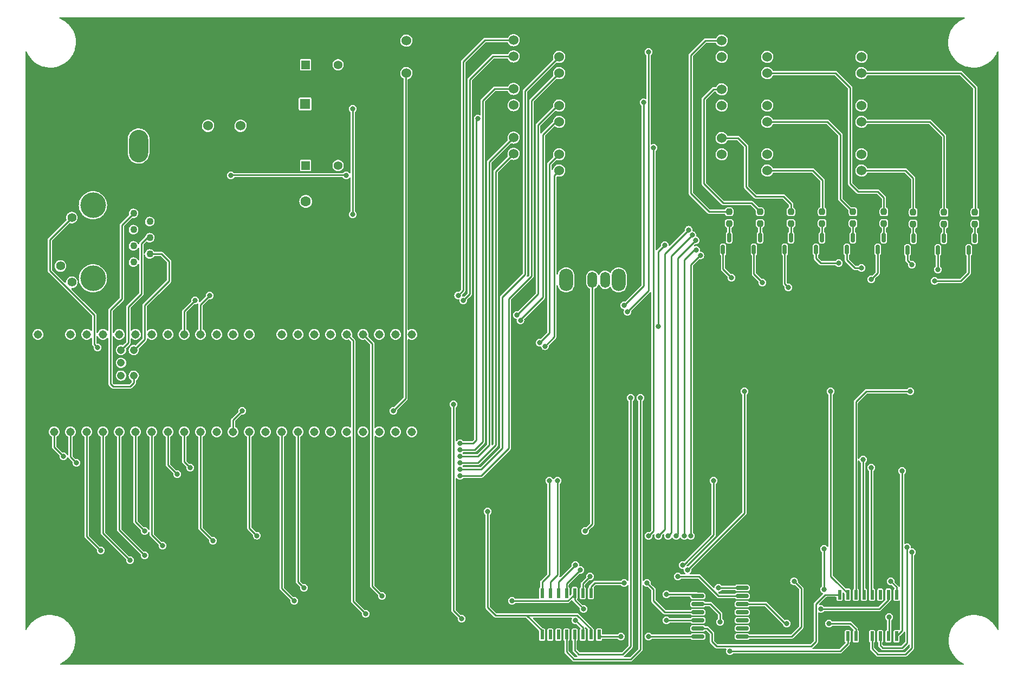
<source format=gbl>
G04 #@! TF.GenerationSoftware,KiCad,Pcbnew,(6.0.7)*
G04 #@! TF.CreationDate,2023-03-20T21:26:27-05:00*
G04 #@! TF.ProjectId,DriveBoard_Rev2,44726976-6542-46f6-9172-645f52657632,rev?*
G04 #@! TF.SameCoordinates,Original*
G04 #@! TF.FileFunction,Copper,L2,Bot*
G04 #@! TF.FilePolarity,Positive*
%FSLAX46Y46*%
G04 Gerber Fmt 4.6, Leading zero omitted, Abs format (unit mm)*
G04 Created by KiCad (PCBNEW (6.0.7)) date 2023-03-20 21:26:27*
%MOMM*%
%LPD*%
G01*
G04 APERTURE LIST*
G04 Aperture macros list*
%AMRoundRect*
0 Rectangle with rounded corners*
0 $1 Rounding radius*
0 $2 $3 $4 $5 $6 $7 $8 $9 X,Y pos of 4 corners*
0 Add a 4 corners polygon primitive as box body*
4,1,4,$2,$3,$4,$5,$6,$7,$8,$9,$2,$3,0*
0 Add four circle primitives for the rounded corners*
1,1,$1+$1,$2,$3*
1,1,$1+$1,$4,$5*
1,1,$1+$1,$6,$7*
1,1,$1+$1,$8,$9*
0 Add four rect primitives between the rounded corners*
20,1,$1+$1,$2,$3,$4,$5,0*
20,1,$1+$1,$4,$5,$6,$7,0*
20,1,$1+$1,$6,$7,$8,$9,0*
20,1,$1+$1,$8,$9,$2,$3,0*%
G04 Aperture macros list end*
G04 #@! TA.AperFunction,ComponentPad*
%ADD10C,1.524000*%
G04 #@! TD*
G04 #@! TA.AperFunction,ComponentPad*
%ADD11R,1.600000X1.600000*%
G04 #@! TD*
G04 #@! TA.AperFunction,ComponentPad*
%ADD12C,1.600000*%
G04 #@! TD*
G04 #@! TA.AperFunction,ComponentPad*
%ADD13C,1.100000*%
G04 #@! TD*
G04 #@! TA.AperFunction,ComponentPad*
%ADD14C,1.400000*%
G04 #@! TD*
G04 #@! TA.AperFunction,ComponentPad*
%ADD15C,4.000000*%
G04 #@! TD*
G04 #@! TA.AperFunction,ComponentPad*
%ADD16C,2.000000*%
G04 #@! TD*
G04 #@! TA.AperFunction,ComponentPad*
%ADD17O,2.200000X3.500000*%
G04 #@! TD*
G04 #@! TA.AperFunction,ComponentPad*
%ADD18R,1.500000X2.500000*%
G04 #@! TD*
G04 #@! TA.AperFunction,ComponentPad*
%ADD19O,1.500000X2.500000*%
G04 #@! TD*
G04 #@! TA.AperFunction,ComponentPad*
%ADD20C,1.308000*%
G04 #@! TD*
G04 #@! TA.AperFunction,ComponentPad*
%ADD21C,1.208000*%
G04 #@! TD*
G04 #@! TA.AperFunction,ComponentPad*
%ADD22O,3.000000X5.100000*%
G04 #@! TD*
G04 #@! TA.AperFunction,ComponentPad*
%ADD23R,1.358000X1.358000*%
G04 #@! TD*
G04 #@! TA.AperFunction,ComponentPad*
%ADD24C,1.358000*%
G04 #@! TD*
G04 #@! TA.AperFunction,SMDPad,CuDef*
%ADD25RoundRect,0.237500X-0.237500X0.250000X-0.237500X-0.250000X0.237500X-0.250000X0.237500X0.250000X0*%
G04 #@! TD*
G04 #@! TA.AperFunction,SMDPad,CuDef*
%ADD26RoundRect,0.150000X-0.150000X0.587500X-0.150000X-0.587500X0.150000X-0.587500X0.150000X0.587500X0*%
G04 #@! TD*
G04 #@! TA.AperFunction,SMDPad,CuDef*
%ADD27RoundRect,0.137500X-0.137500X0.662500X-0.137500X-0.662500X0.137500X-0.662500X0.137500X0.662500X0*%
G04 #@! TD*
G04 #@! TA.AperFunction,SMDPad,CuDef*
%ADD28RoundRect,0.137500X0.137500X-0.662500X0.137500X0.662500X-0.137500X0.662500X-0.137500X-0.662500X0*%
G04 #@! TD*
G04 #@! TA.AperFunction,SMDPad,CuDef*
%ADD29RoundRect,0.150000X-0.837500X-0.150000X0.837500X-0.150000X0.837500X0.150000X-0.837500X0.150000X0*%
G04 #@! TD*
G04 #@! TA.AperFunction,ViaPad*
%ADD30C,0.800000*%
G04 #@! TD*
G04 #@! TA.AperFunction,Conductor*
%ADD31C,0.254000*%
G04 #@! TD*
G04 APERTURE END LIST*
D10*
X65532000Y-55245000D03*
X62992000Y-55245000D03*
X60452000Y-55245000D03*
D11*
X75631113Y-51816000D03*
D12*
X73631113Y-51816000D03*
D13*
X48814000Y-68936000D03*
X51354000Y-70206000D03*
X48814000Y-71476000D03*
X51354000Y-72746000D03*
X48814000Y-74016000D03*
X51354000Y-75286000D03*
X48814000Y-76556000D03*
X51354000Y-77826000D03*
D14*
X37384000Y-67056000D03*
X39174000Y-69596000D03*
X37384000Y-77166000D03*
X39174000Y-79706000D03*
D15*
X42464000Y-67666000D03*
X42464000Y-79096000D03*
D16*
X45514000Y-81256000D03*
X45514000Y-65506000D03*
D10*
X115316000Y-41910000D03*
X115316000Y-44450000D03*
X115316000Y-46990000D03*
X115316000Y-49530000D03*
X115316000Y-52070000D03*
X115316000Y-54610000D03*
X115316000Y-57150000D03*
X115316000Y-59690000D03*
X115316000Y-62230000D03*
D17*
X116403250Y-79335000D03*
X124603250Y-79335000D03*
D18*
X118503250Y-79335000D03*
D19*
X120503250Y-79335000D03*
X122503250Y-79335000D03*
D11*
X73720888Y-67056000D03*
D12*
X75720888Y-67056000D03*
D10*
X108204001Y-62154997D03*
X108204001Y-59614997D03*
X108204001Y-57074997D03*
X108204001Y-54534997D03*
X108204001Y-51994997D03*
X108204001Y-49454997D03*
X108204001Y-46914997D03*
X108204001Y-44374997D03*
X108204001Y-41834997D03*
X162560000Y-41910000D03*
X162560000Y-44450000D03*
X162560000Y-46990000D03*
X162560000Y-49530000D03*
X162560000Y-52070000D03*
X162560000Y-54610000D03*
X162560000Y-57150000D03*
X162560000Y-59690000D03*
X162560000Y-62230000D03*
X91440000Y-41910000D03*
X91440000Y-44450000D03*
X91440000Y-46990000D03*
D20*
X36418000Y-103110500D03*
X38958000Y-103110500D03*
X41498000Y-103110500D03*
X44038000Y-103110500D03*
X69438000Y-103110500D03*
X38958000Y-87870500D03*
X46578000Y-103110500D03*
X49118000Y-103110500D03*
X51658000Y-103110500D03*
X54198000Y-103110500D03*
X56738000Y-103110500D03*
X59278000Y-103110500D03*
X61818000Y-103110500D03*
X64358000Y-103110500D03*
X66898000Y-103110500D03*
X66898000Y-87870500D03*
X64358000Y-87870500D03*
X61818000Y-87870500D03*
X59278000Y-87870500D03*
X56738000Y-87870500D03*
X54198000Y-87870500D03*
X51658000Y-87870500D03*
X49118000Y-87870500D03*
X46578000Y-87870500D03*
X44038000Y-87870500D03*
X41498000Y-87870500D03*
X71978000Y-103110500D03*
X74518000Y-103110500D03*
X77058000Y-103110500D03*
X79598000Y-103110500D03*
X82138000Y-103110500D03*
X84678000Y-103110500D03*
X87218000Y-103110500D03*
X89758000Y-103110500D03*
X92298000Y-103110500D03*
X92298000Y-87870500D03*
X89758000Y-87870500D03*
X87218000Y-87870500D03*
X84678000Y-87870500D03*
X82138000Y-87870500D03*
X79598000Y-87870500D03*
X77058000Y-87870500D03*
X74518000Y-87870500D03*
X71978000Y-87870500D03*
X33878000Y-103110500D03*
X69438000Y-87870500D03*
X36418000Y-87870500D03*
D21*
X48848000Y-92320500D03*
X46848000Y-92320500D03*
X46848000Y-90320500D03*
X48848000Y-90320500D03*
X48848000Y-94320500D03*
X46848000Y-94320500D03*
D20*
X33878000Y-87870500D03*
D22*
X49592200Y-50521000D03*
X49592200Y-58395000D03*
D23*
X75692000Y-45692000D03*
D24*
X78232000Y-45692000D03*
X80772000Y-45692000D03*
D10*
X140716000Y-62230000D03*
X140716000Y-59690000D03*
X140716000Y-57150000D03*
X140716000Y-54610000D03*
X140716000Y-52070000D03*
X140716000Y-49530000D03*
X140716000Y-46990000D03*
X140716000Y-44450000D03*
X140716000Y-41910000D03*
D23*
X75692000Y-61440000D03*
D24*
X78232000Y-61440000D03*
X80772000Y-61440000D03*
D10*
X147828000Y-41910000D03*
X147828000Y-44450000D03*
X147828000Y-46990000D03*
X147828000Y-49530000D03*
X147828000Y-52070000D03*
X147828000Y-54610000D03*
X147828000Y-57150000D03*
X147828000Y-59690000D03*
X147828000Y-62230000D03*
D25*
X170641000Y-68762000D03*
X170641000Y-70587000D03*
X151544000Y-68683500D03*
X151544000Y-70508500D03*
D26*
X159324000Y-72722500D03*
X161224000Y-72722500D03*
X160274000Y-74597500D03*
D25*
X175467000Y-68762000D03*
X175467000Y-70587000D03*
D26*
X139973000Y-72722500D03*
X141873000Y-72722500D03*
X140923000Y-74597500D03*
D27*
X112649000Y-128322000D03*
X113919000Y-128322000D03*
X115189000Y-128322000D03*
X116459000Y-128322000D03*
X117729000Y-128322000D03*
X118999000Y-128322000D03*
X120269000Y-128322000D03*
X121539000Y-128322000D03*
X121539000Y-134822000D03*
X120269000Y-134822000D03*
X118999000Y-134822000D03*
X117729000Y-134822000D03*
X116459000Y-134822000D03*
X115189000Y-134822000D03*
X113919000Y-134822000D03*
X112649000Y-134822000D03*
D26*
X164150000Y-72722500D03*
X166050000Y-72722500D03*
X165100000Y-74597500D03*
X178374000Y-72801000D03*
X180274000Y-72801000D03*
X179324000Y-74676000D03*
D28*
X168021000Y-135076000D03*
X166751000Y-135076000D03*
X165481000Y-135076000D03*
X164211000Y-135076000D03*
X162941000Y-135076000D03*
X161671000Y-135076000D03*
X160401000Y-135076000D03*
X159131000Y-135076000D03*
X159131000Y-128576000D03*
X160401000Y-128576000D03*
X161671000Y-128576000D03*
X162941000Y-128576000D03*
X164211000Y-128576000D03*
X165481000Y-128576000D03*
X166751000Y-128576000D03*
X168021000Y-128576000D03*
D26*
X149625000Y-72722500D03*
X151525000Y-72722500D03*
X150575000Y-74597500D03*
D25*
X161243000Y-68683500D03*
X161243000Y-70508500D03*
X180293000Y-68762000D03*
X180293000Y-70587000D03*
D26*
X173548000Y-72801000D03*
X175448000Y-72801000D03*
X174498000Y-74676000D03*
D25*
X146718000Y-68683500D03*
X146718000Y-70508500D03*
X166069000Y-68683500D03*
X166069000Y-70508500D03*
D29*
X136999500Y-135128000D03*
X136999500Y-133858000D03*
X136999500Y-132588000D03*
X136999500Y-131318000D03*
X136999500Y-130048000D03*
X136999500Y-128778000D03*
X136999500Y-127508000D03*
X143924500Y-127508000D03*
X143924500Y-128778000D03*
X143924500Y-130048000D03*
X143924500Y-131318000D03*
X143924500Y-132588000D03*
X143924500Y-133858000D03*
X143924500Y-135128000D03*
D25*
X141892000Y-68683500D03*
X141892000Y-70508500D03*
D26*
X168788000Y-72801000D03*
X170688000Y-72801000D03*
X169738000Y-74676000D03*
X144799000Y-72722500D03*
X146699000Y-72722500D03*
X145749000Y-74597500D03*
D25*
X156417000Y-68683500D03*
X156417000Y-70508500D03*
D26*
X154498000Y-72722500D03*
X156398000Y-72722500D03*
X155448000Y-74597500D03*
D30*
X157226000Y-135128000D03*
X152019000Y-126492000D03*
X64008000Y-62992000D03*
X82042000Y-62992000D03*
X104140000Y-115570000D03*
X167132000Y-126492000D03*
X48260000Y-123190000D03*
X137378452Y-75497133D03*
X135890000Y-119380000D03*
X50546000Y-122428000D03*
X134874000Y-119380000D03*
X136720834Y-74640500D03*
X131820286Y-73908286D03*
X130845500Y-86614000D03*
X133604000Y-119380000D03*
X136675500Y-73166217D03*
X43688000Y-121666000D03*
X132334000Y-119380000D03*
X136112258Y-72340527D03*
X53340000Y-120904000D03*
X135556833Y-71509559D03*
X130810000Y-119380000D03*
X61214000Y-120142000D03*
X129286000Y-43688000D03*
X125984000Y-84328000D03*
X128524000Y-51562000D03*
X125476000Y-83312000D03*
X129286000Y-119380000D03*
X130048000Y-58674000D03*
X68072000Y-119344500D03*
X113099636Y-89708424D03*
X112268000Y-89154000D03*
X109266424Y-85667636D03*
X108712000Y-84836000D03*
X99822000Y-109982000D03*
X55626000Y-109728000D03*
X99822000Y-108949503D03*
X57658000Y-108712000D03*
X99526121Y-81757057D03*
X60706000Y-81788000D03*
X58420000Y-82550000D03*
X100330000Y-82550000D03*
X99822000Y-105918000D03*
X102616000Y-54102000D03*
X99822000Y-104918497D03*
X99822000Y-106950497D03*
X37846000Y-106934000D03*
X39878000Y-107950000D03*
X99822000Y-107950000D03*
X65786000Y-99822000D03*
X89408000Y-99822000D03*
X170434000Y-76962000D03*
X174498000Y-77724000D03*
X173990000Y-79502000D03*
X159004000Y-76708000D03*
X162560000Y-77470000D03*
X164084000Y-79248000D03*
X142240000Y-78994000D03*
X147066000Y-79756000D03*
X151130000Y-80518000D03*
X43180000Y-89916000D03*
X100076000Y-132334000D03*
X117856000Y-132587500D03*
X98806000Y-98806000D03*
X113792000Y-110744000D03*
X144272000Y-96774000D03*
X135382000Y-124714000D03*
X118618000Y-124714000D03*
X162814000Y-107442000D03*
X156718000Y-121412000D03*
X166878000Y-132080000D03*
X156718000Y-127762000D03*
X126492000Y-97790000D03*
X115062000Y-110744000D03*
X157734000Y-96774000D03*
X164084000Y-108712000D03*
X169672000Y-121158000D03*
X128016000Y-97790000D03*
X139446000Y-110744000D03*
X134620000Y-123952000D03*
X117856000Y-123952000D03*
X170180000Y-96774000D03*
X168910000Y-109220000D03*
X170434000Y-121920000D03*
X50546000Y-118618000D03*
X119380000Y-118618000D03*
X119126000Y-130810000D03*
X156210000Y-130810000D03*
X73914000Y-129540000D03*
X107950000Y-129540000D03*
X75438000Y-127508000D03*
X140208000Y-127508000D03*
X132080000Y-128524000D03*
X87630000Y-128778000D03*
X132080000Y-132588000D03*
X85090000Y-131572000D03*
X133858000Y-125730000D03*
X120142000Y-125730000D03*
X125476000Y-126746000D03*
X129032000Y-126746000D03*
X129286000Y-135128000D03*
X124968000Y-135128000D03*
X157480000Y-133096000D03*
X150876000Y-133096000D03*
X141986000Y-137414000D03*
X140462000Y-132842000D03*
X83058000Y-52578000D03*
X83058000Y-69088000D03*
D31*
X105410000Y-131826000D02*
X104140000Y-130556000D01*
X120269000Y-134822000D02*
X120269000Y-133972366D01*
X110236000Y-131826000D02*
X105410000Y-131826000D01*
X168021000Y-127381000D02*
X168021000Y-128576000D01*
X152019000Y-126492000D02*
X153162000Y-127635000D01*
X153162000Y-133604000D02*
X151638000Y-135128000D01*
X110270500Y-131860500D02*
X112649000Y-134239000D01*
X120269000Y-133972366D02*
X118122634Y-131826000D01*
X104140000Y-130556000D02*
X104140000Y-115570000D01*
X64057032Y-62942968D02*
X64008000Y-62992000D01*
X82042000Y-62992000D02*
X81992968Y-62942968D01*
X151638000Y-135128000D02*
X143924500Y-135128000D01*
X112649000Y-134239000D02*
X112649000Y-134822000D01*
X118122634Y-131826000D02*
X110236000Y-131826000D01*
X81992968Y-62942968D02*
X64057032Y-62942968D01*
X153162000Y-127635000D02*
X153162000Y-133604000D01*
X167132000Y-126492000D02*
X168021000Y-127381000D01*
X110270500Y-131860500D02*
X110236000Y-131826000D01*
X135890000Y-119380000D02*
X135890000Y-76962000D01*
X44038000Y-118968000D02*
X44038000Y-103110500D01*
X137354867Y-75497133D02*
X137378452Y-75497133D01*
X170641000Y-63453000D02*
X170641000Y-68762000D01*
X169418000Y-62230000D02*
X170641000Y-63453000D01*
X162560000Y-62230000D02*
X169418000Y-62230000D01*
X135890000Y-76962000D02*
X137354867Y-75497133D01*
X48260000Y-123190000D02*
X44038000Y-118968000D01*
X50546000Y-122428000D02*
X46578000Y-118460000D01*
X136433500Y-74640500D02*
X136720834Y-74640500D01*
X175467000Y-56849000D02*
X175467000Y-68762000D01*
X162560000Y-54610000D02*
X173228000Y-54610000D01*
X173228000Y-54610000D02*
X175467000Y-56849000D01*
X134874000Y-119380000D02*
X134874000Y-76200000D01*
X134874000Y-76200000D02*
X136433500Y-74640500D01*
X46578000Y-118460000D02*
X46578000Y-103110500D01*
X178054000Y-46990000D02*
X180340000Y-49276000D01*
X130810000Y-74918572D02*
X131820286Y-73908286D01*
X130810000Y-86578500D02*
X130810000Y-74918572D01*
X162560000Y-46990000D02*
X178054000Y-46990000D01*
X180340000Y-68715000D02*
X180293000Y-68762000D01*
X130845500Y-86614000D02*
X130810000Y-86578500D01*
X180340000Y-49276000D02*
X180340000Y-68715000D01*
X147828000Y-62230000D02*
X154940000Y-62230000D01*
X156464000Y-63754000D02*
X156464000Y-68636500D01*
X133858000Y-119126000D02*
X133858000Y-75946000D01*
X154940000Y-62230000D02*
X156464000Y-63754000D01*
X136637783Y-73166217D02*
X136675500Y-73166217D01*
X41498000Y-119476000D02*
X41498000Y-103110500D01*
X43688000Y-121666000D02*
X41498000Y-119476000D01*
X133604000Y-119380000D02*
X133858000Y-119126000D01*
X133858000Y-75946000D02*
X136637783Y-73166217D01*
X156464000Y-68636500D02*
X156417000Y-68683500D01*
X132842000Y-75610785D02*
X136112258Y-72340527D01*
X159258000Y-66698500D02*
X161243000Y-68683500D01*
X132334000Y-119380000D02*
X132842000Y-118872000D01*
X159258000Y-56642000D02*
X159258000Y-66698500D01*
X53340000Y-120904000D02*
X51658000Y-119222000D01*
X157226000Y-54610000D02*
X159258000Y-56642000D01*
X51658000Y-119222000D02*
X51658000Y-103110500D01*
X147828000Y-54610000D02*
X157226000Y-54610000D01*
X132842000Y-118872000D02*
X132842000Y-75610785D01*
X160782000Y-64262000D02*
X162052000Y-65532000D01*
X160782000Y-49276000D02*
X160782000Y-64262000D01*
X131826000Y-75240392D02*
X131826000Y-118364000D01*
X158496000Y-46990000D02*
X160782000Y-49276000D01*
X165100000Y-65532000D02*
X166069000Y-66501000D01*
X131826000Y-118364000D02*
X130810000Y-119380000D01*
X135556833Y-71509559D02*
X131826000Y-75240392D01*
X147828000Y-46990000D02*
X158496000Y-46990000D01*
X166069000Y-66501000D02*
X166069000Y-68683500D01*
X59278000Y-118206000D02*
X59278000Y-103110500D01*
X61214000Y-120142000D02*
X59278000Y-118206000D01*
X162052000Y-65532000D02*
X165100000Y-65532000D01*
X140716000Y-41910000D02*
X138176000Y-41910000D01*
X138176000Y-41910000D02*
X135890000Y-44196000D01*
X129286000Y-81026000D02*
X125984000Y-84328000D01*
X135890000Y-65786000D02*
X138787500Y-68683500D01*
X129286000Y-43688000D02*
X129286000Y-81026000D01*
X138787500Y-68683500D02*
X141892000Y-68683500D01*
X135890000Y-44196000D02*
X135890000Y-65786000D01*
X145344500Y-67310000D02*
X146718000Y-68683500D01*
X140970000Y-67310000D02*
X145344500Y-67310000D01*
X139446000Y-49530000D02*
X137922000Y-51054000D01*
X137922000Y-64262000D02*
X140970000Y-67310000D01*
X125511500Y-83312000D02*
X128524000Y-80299500D01*
X128524000Y-80299500D02*
X128524000Y-51562000D01*
X140716000Y-49530000D02*
X139446000Y-49530000D01*
X137922000Y-51054000D02*
X137922000Y-64262000D01*
X125476000Y-83312000D02*
X125511500Y-83312000D01*
X143256000Y-57150000D02*
X144526000Y-58420000D01*
X68072000Y-119344500D02*
X66898000Y-118170500D01*
X140716000Y-57150000D02*
X143256000Y-57150000D01*
X66898000Y-118170500D02*
X66898000Y-103110500D01*
X144526000Y-64770000D02*
X146050000Y-66294000D01*
X151544000Y-67470000D02*
X151544000Y-68683500D01*
X144526000Y-58420000D02*
X144526000Y-64770000D01*
X129286000Y-119380000D02*
X130048000Y-118618000D01*
X130048000Y-118618000D02*
X130048000Y-58674000D01*
X146050000Y-66294000D02*
X150368000Y-66294000D01*
X150368000Y-66294000D02*
X151544000Y-67470000D01*
X114554000Y-62992000D02*
X114554000Y-88254060D01*
X114554000Y-88254060D02*
X113099636Y-89708424D01*
X115316000Y-62230000D02*
X114554000Y-62992000D01*
X113792000Y-61214000D02*
X115316000Y-59690000D01*
X113792000Y-87630000D02*
X113792000Y-61214000D01*
X112268000Y-89154000D02*
X113792000Y-87630000D01*
X112776000Y-82042000D02*
X112776000Y-56642000D01*
X114808000Y-54610000D02*
X115316000Y-54610000D01*
X112776000Y-56642000D02*
X114808000Y-54610000D01*
X109266424Y-85667636D02*
X109266424Y-85551576D01*
X109266424Y-85551576D02*
X112776000Y-82042000D01*
X108712000Y-84836000D02*
X112014000Y-81534000D01*
X112014000Y-55118000D02*
X115062000Y-52070000D01*
X115062000Y-52070000D02*
X115316000Y-52070000D01*
X112014000Y-81534000D02*
X112014000Y-55118000D01*
X107442000Y-82296000D02*
X110998000Y-78740000D01*
X110998000Y-78740000D02*
X110998000Y-51308000D01*
X107442000Y-105664000D02*
X107442000Y-82296000D01*
X99822000Y-109982000D02*
X103124000Y-109982000D01*
X54198000Y-108300000D02*
X54198000Y-103110500D01*
X110998000Y-51308000D02*
X115316000Y-46990000D01*
X103124000Y-109982000D02*
X107442000Y-105664000D01*
X55626000Y-109728000D02*
X54198000Y-108300000D01*
X99822000Y-108949503D02*
X99838497Y-108966000D01*
X103124000Y-108966000D02*
X106426000Y-105664000D01*
X106426000Y-105664000D02*
X106426000Y-82042000D01*
X109982000Y-49784000D02*
X115316000Y-44450000D01*
X106426000Y-82042000D02*
X109982000Y-78486000D01*
X57658000Y-108712000D02*
X56738000Y-107792000D01*
X56738000Y-107792000D02*
X56738000Y-103110500D01*
X109982000Y-78486000D02*
X109982000Y-49784000D01*
X99838497Y-108966000D02*
X103124000Y-108966000D01*
X103707003Y-41834997D02*
X108204001Y-41834997D01*
X100330000Y-45212000D02*
X103707003Y-41834997D01*
X59278000Y-83216000D02*
X59278000Y-87870500D01*
X60706000Y-81788000D02*
X59278000Y-83216000D01*
X100330000Y-80953178D02*
X100330000Y-45212000D01*
X99526121Y-81757057D02*
X100330000Y-80953178D01*
X100330000Y-82550000D02*
X101346000Y-81534000D01*
X101346000Y-48006000D02*
X104977003Y-44374997D01*
X58420000Y-82550000D02*
X56738000Y-84232000D01*
X104977003Y-44374997D02*
X108204001Y-44374997D01*
X56738000Y-84232000D02*
X56738000Y-87870500D01*
X101346000Y-81534000D02*
X101346000Y-48006000D01*
X103378000Y-51308000D02*
X105231003Y-49454997D01*
X102108000Y-105918000D02*
X103378000Y-104648000D01*
X105231003Y-49454997D02*
X108204001Y-49454997D01*
X103378000Y-104648000D02*
X103378000Y-51308000D01*
X99822000Y-105918000D02*
X102108000Y-105918000D01*
X101854000Y-104902000D02*
X99838497Y-104902000D01*
X99838497Y-104902000D02*
X99822000Y-104918497D01*
X102362000Y-104394000D02*
X101854000Y-104902000D01*
X102362000Y-54356000D02*
X102362000Y-104394000D01*
X102616000Y-54102000D02*
X102362000Y-54356000D01*
X104394000Y-105156000D02*
X104394000Y-60884998D01*
X102599503Y-106950497D02*
X104394000Y-105156000D01*
X99822000Y-106950497D02*
X102599503Y-106950497D01*
X36418000Y-105506000D02*
X36418000Y-103110500D01*
X104394000Y-60884998D02*
X108204001Y-57074997D01*
X37846000Y-106934000D02*
X36418000Y-105506000D01*
X39878000Y-107950000D02*
X38958000Y-107030000D01*
X105410000Y-105156000D02*
X105410000Y-62408998D01*
X102616000Y-107950000D02*
X105410000Y-105156000D01*
X99822000Y-107950000D02*
X102616000Y-107950000D01*
X105410000Y-62408998D02*
X108204001Y-59614997D01*
X38958000Y-107030000D02*
X38958000Y-103110500D01*
X89408000Y-99822000D02*
X91317000Y-97913000D01*
X91317000Y-47113000D02*
X91440000Y-46990000D01*
X65786000Y-99822000D02*
X64358000Y-101250000D01*
X64358000Y-101250000D02*
X64358000Y-103110500D01*
X91317000Y-97913000D02*
X91317000Y-47113000D01*
X169738000Y-76266000D02*
X169738000Y-74676000D01*
X170434000Y-76962000D02*
X169738000Y-76266000D01*
X174498000Y-77724000D02*
X174498000Y-74676000D01*
X173990000Y-79502000D02*
X178054000Y-79502000D01*
X179324000Y-78232000D02*
X179324000Y-74676000D01*
X178054000Y-79502000D02*
X179324000Y-78232000D01*
X159004000Y-76708000D02*
X156210000Y-76708000D01*
X156210000Y-76708000D02*
X155448000Y-75946000D01*
X155448000Y-75946000D02*
X155448000Y-74597500D01*
X161544000Y-77470000D02*
X160274000Y-76200000D01*
X160274000Y-76200000D02*
X160274000Y-74597500D01*
X162560000Y-77470000D02*
X161544000Y-77470000D01*
X164084000Y-79248000D02*
X165100000Y-78232000D01*
X165100000Y-78232000D02*
X165100000Y-74597500D01*
X140923000Y-77677000D02*
X140923000Y-74597500D01*
X142240000Y-78994000D02*
X140923000Y-77677000D01*
X147066000Y-79756000D02*
X145749000Y-78439000D01*
X145749000Y-78439000D02*
X145749000Y-74597500D01*
X150575000Y-79963000D02*
X150575000Y-74597500D01*
X151130000Y-80518000D02*
X150575000Y-79963000D01*
X48814000Y-68936000D02*
X46990000Y-70760000D01*
X45656500Y-96012000D02*
X48260000Y-96012000D01*
X46990000Y-82296000D02*
X45212000Y-84074000D01*
X45212000Y-95567500D02*
X45656500Y-96012000D01*
X45212000Y-84074000D02*
X45212000Y-95567500D01*
X48260000Y-96012000D02*
X48848000Y-95424000D01*
X46990000Y-70760000D02*
X46990000Y-82296000D01*
X48848000Y-95424000D02*
X48848000Y-94320500D01*
X50038000Y-81534000D02*
X48006000Y-83566000D01*
X48006000Y-89162500D02*
X46848000Y-90320500D01*
X51354000Y-72746000D02*
X50952000Y-72746000D01*
X48006000Y-83566000D02*
X48006000Y-89162500D01*
X50038000Y-73660000D02*
X50038000Y-81534000D01*
X50952000Y-72746000D02*
X50038000Y-73660000D01*
X35725616Y-77889616D02*
X42672000Y-84836000D01*
X35725616Y-73044384D02*
X35725616Y-77889616D01*
X42672000Y-89408000D02*
X43180000Y-89916000D01*
X42672000Y-84836000D02*
X42672000Y-89408000D01*
X39174000Y-69596000D02*
X35725616Y-73044384D01*
X117856000Y-132587500D02*
X118999000Y-133730500D01*
X98806000Y-131064000D02*
X98806000Y-98806000D01*
X100076000Y-132334000D02*
X98806000Y-131064000D01*
X118999000Y-133730500D02*
X118999000Y-134822000D01*
X113792000Y-125476000D02*
X112649000Y-126619000D01*
X112649000Y-126619000D02*
X112649000Y-128322000D01*
X113792000Y-110744000D02*
X113792000Y-125476000D01*
X144272000Y-115824000D02*
X144272000Y-96774000D01*
X116459000Y-126873000D02*
X116459000Y-128322000D01*
X118618000Y-124714000D02*
X116459000Y-126873000D01*
X135382000Y-124714000D02*
X144272000Y-115824000D01*
X162814000Y-107442000D02*
X162814000Y-128449000D01*
X162814000Y-128449000D02*
X162941000Y-128576000D01*
X166878000Y-132080000D02*
X166878000Y-134949000D01*
X156718000Y-121412000D02*
X156718000Y-127762000D01*
X166878000Y-134949000D02*
X166751000Y-135076000D01*
X125222000Y-137922000D02*
X118364000Y-137922000D01*
X126492000Y-136652000D02*
X125222000Y-137922000D01*
X118364000Y-137922000D02*
X117729000Y-137287000D01*
X117729000Y-137287000D02*
X117729000Y-134822000D01*
X126492000Y-97790000D02*
X126492000Y-136652000D01*
X115062000Y-125476000D02*
X113919000Y-126619000D01*
X115062000Y-110744000D02*
X115062000Y-125476000D01*
X113919000Y-126619000D02*
X113919000Y-128322000D01*
X160401000Y-128389098D02*
X160401000Y-128576000D01*
X157734000Y-125730000D02*
X158496000Y-126492000D01*
X158496000Y-126492000D02*
X158503902Y-126492000D01*
X157734000Y-96774000D02*
X157734000Y-125730000D01*
X158503902Y-126492000D02*
X160401000Y-128389098D01*
X164084000Y-128449000D02*
X164211000Y-128576000D01*
X164084000Y-108712000D02*
X164084000Y-128449000D01*
X168910000Y-136906000D02*
X165862000Y-136906000D01*
X169707000Y-136109000D02*
X168910000Y-136906000D01*
X165862000Y-136906000D02*
X165481000Y-136525000D01*
X169672000Y-121158000D02*
X169707000Y-121193000D01*
X165481000Y-136525000D02*
X165481000Y-135076000D01*
X169707000Y-121193000D02*
X169707000Y-136109000D01*
X128004576Y-97801424D02*
X128004576Y-137171424D01*
X117602000Y-138684000D02*
X116459000Y-137541000D01*
X116459000Y-137541000D02*
X116459000Y-134822000D01*
X128016000Y-97790000D02*
X128004576Y-97801424D01*
X126492000Y-138684000D02*
X117602000Y-138684000D01*
X128004576Y-137171424D02*
X126492000Y-138684000D01*
X134747000Y-123952000D02*
X139446000Y-119253000D01*
X115189000Y-126619000D02*
X115189000Y-128322000D01*
X117856000Y-123952000D02*
X115189000Y-126619000D01*
X139446000Y-119253000D02*
X139446000Y-110744000D01*
X134620000Y-123952000D02*
X134747000Y-123952000D01*
X161671000Y-98425000D02*
X161671000Y-128576000D01*
X163322000Y-96774000D02*
X161671000Y-98425000D01*
X170180000Y-96774000D02*
X163322000Y-96774000D01*
X168910000Y-109220000D02*
X168910000Y-134187000D01*
X168910000Y-134187000D02*
X168021000Y-135076000D01*
X170434000Y-136906000D02*
X169418000Y-137922000D01*
X169418000Y-137922000D02*
X165100000Y-137922000D01*
X164211000Y-137033000D02*
X164211000Y-135076000D01*
X170434000Y-121920000D02*
X170434000Y-136906000D01*
X165100000Y-137922000D02*
X164211000Y-137033000D01*
X120503250Y-79335000D02*
X120503250Y-117494750D01*
X50546000Y-118618000D02*
X49118000Y-117190000D01*
X120503250Y-117494750D02*
X119380000Y-118618000D01*
X49118000Y-117190000D02*
X49118000Y-103110500D01*
X117729000Y-129413000D02*
X117729000Y-128322000D01*
X165354000Y-130810000D02*
X156210000Y-130810000D01*
X73914000Y-129540000D02*
X71978000Y-127604000D01*
X165608000Y-130556000D02*
X165354000Y-130810000D01*
X107950000Y-129540000D02*
X116697902Y-129540000D01*
X119126000Y-130810000D02*
X117729000Y-129413000D01*
X71978000Y-127604000D02*
X71978000Y-103110500D01*
X166751000Y-129413000D02*
X165608000Y-130556000D01*
X116697902Y-129540000D02*
X117729000Y-128508902D01*
X117729000Y-128508902D02*
X117729000Y-128322000D01*
X166751000Y-128576000D02*
X166751000Y-129413000D01*
X74518000Y-126588000D02*
X74518000Y-103110500D01*
X140208000Y-127508000D02*
X143924500Y-127508000D01*
X75438000Y-127508000D02*
X74518000Y-126588000D01*
X86106000Y-127254000D02*
X86106000Y-89298500D01*
X87630000Y-128778000D02*
X86106000Y-127254000D01*
X136745500Y-128524000D02*
X132080000Y-128524000D01*
X136999500Y-128778000D02*
X136745500Y-128524000D01*
X86106000Y-89298500D02*
X84678000Y-87870500D01*
X83119000Y-129601000D02*
X83119000Y-88851500D01*
X136999500Y-132588000D02*
X132080000Y-132588000D01*
X83119000Y-88851500D02*
X82138000Y-87870500D01*
X85090000Y-131572000D02*
X83119000Y-129601000D01*
X133858000Y-125730000D02*
X137160000Y-125730000D01*
X140208000Y-128778000D02*
X143924500Y-128778000D01*
X118999000Y-126873000D02*
X118999000Y-128322000D01*
X120142000Y-125730000D02*
X118999000Y-126873000D01*
X137160000Y-125730000D02*
X140208000Y-128778000D01*
X129032000Y-126746000D02*
X130048000Y-127762000D01*
X130048000Y-127762000D02*
X130048000Y-129540000D01*
X120904000Y-126746000D02*
X120269000Y-127381000D01*
X125476000Y-126746000D02*
X120904000Y-126746000D01*
X131826000Y-131318000D02*
X136999500Y-131318000D01*
X130048000Y-129540000D02*
X131826000Y-131318000D01*
X120269000Y-127381000D02*
X120269000Y-128322000D01*
X121845000Y-135128000D02*
X121539000Y-134822000D01*
X129286000Y-135128000D02*
X136999500Y-135128000D01*
X124968000Y-135128000D02*
X121845000Y-135128000D01*
X160782000Y-133096000D02*
X161671000Y-133985000D01*
X147574000Y-130048000D02*
X143924500Y-130048000D01*
X157480000Y-133096000D02*
X160782000Y-133096000D01*
X150622000Y-133096000D02*
X147574000Y-130048000D01*
X161671000Y-133985000D02*
X161671000Y-135076000D01*
X150876000Y-133096000D02*
X150622000Y-133096000D01*
X141986000Y-137414000D02*
X159258000Y-137414000D01*
X160401000Y-136271000D02*
X160401000Y-135076000D01*
X159258000Y-137414000D02*
X160401000Y-136271000D01*
X138938000Y-130048000D02*
X136999500Y-130048000D01*
X140462000Y-132842000D02*
X140462000Y-131572000D01*
X140462000Y-131572000D02*
X138938000Y-130048000D01*
X139192000Y-134620000D02*
X138430000Y-133858000D01*
X155448000Y-135890000D02*
X154686000Y-136652000D01*
X156920000Y-128576000D02*
X155448000Y-130048000D01*
X159131000Y-128576000D02*
X156920000Y-128576000D01*
X154686000Y-136652000D02*
X139954000Y-136652000D01*
X138430000Y-133858000D02*
X136999500Y-133858000D01*
X155448000Y-130048000D02*
X155448000Y-135890000D01*
X139192000Y-135890000D02*
X139192000Y-134620000D01*
X139954000Y-136652000D02*
X139192000Y-135890000D01*
X54356000Y-79502000D02*
X50546000Y-83312000D01*
X54356000Y-76454000D02*
X54356000Y-79502000D01*
X50546000Y-83312000D02*
X50546000Y-88646000D01*
X50546000Y-88646000D02*
X48871500Y-90320500D01*
X51354000Y-75286000D02*
X53188000Y-75286000D01*
X53188000Y-75286000D02*
X54356000Y-76454000D01*
X83058000Y-52578000D02*
X83058000Y-69088000D01*
X170641000Y-70587000D02*
X170641000Y-72754000D01*
X170641000Y-72754000D02*
X170688000Y-72801000D01*
X175467000Y-72782000D02*
X175448000Y-72801000D01*
X175467000Y-70587000D02*
X175467000Y-72782000D01*
X180293000Y-70587000D02*
X180293000Y-72782000D01*
X180293000Y-72782000D02*
X180274000Y-72801000D01*
X156417000Y-72703500D02*
X156398000Y-72722500D01*
X156417000Y-70508500D02*
X156417000Y-72703500D01*
X161243000Y-70508500D02*
X161243000Y-72703500D01*
X161243000Y-72703500D02*
X161224000Y-72722500D01*
X166069000Y-70508500D02*
X166069000Y-72703500D01*
X166069000Y-72703500D02*
X166050000Y-72722500D01*
X141892000Y-70508500D02*
X141892000Y-72703500D01*
X141892000Y-72703500D02*
X141873000Y-72722500D01*
X146718000Y-70508500D02*
X146718000Y-72703500D01*
X146718000Y-72703500D02*
X146699000Y-72722500D01*
X151544000Y-72703500D02*
X151525000Y-72722500D01*
X151544000Y-70508500D02*
X151544000Y-72703500D01*
G04 #@! TA.AperFunction,Conductor*
G36*
X178636272Y-38247502D02*
G01*
X178682765Y-38301158D01*
X178692869Y-38371432D01*
X178663375Y-38436012D01*
X178611142Y-38471939D01*
X178547151Y-38495166D01*
X178547141Y-38495170D01*
X178544213Y-38496233D01*
X178187554Y-38667498D01*
X177849669Y-38873339D01*
X177533899Y-39111721D01*
X177531617Y-39113831D01*
X177531608Y-39113838D01*
X177379452Y-39254490D01*
X177243366Y-39380287D01*
X177241294Y-39382625D01*
X177241289Y-39382630D01*
X176983028Y-39674029D01*
X176983023Y-39674035D01*
X176980944Y-39676381D01*
X176749227Y-39997074D01*
X176550507Y-40339196D01*
X176549217Y-40342033D01*
X176549215Y-40342037D01*
X176455264Y-40548672D01*
X176386749Y-40699363D01*
X176259572Y-41074013D01*
X176170234Y-41459443D01*
X176119619Y-41851839D01*
X176108227Y-42247322D01*
X176108448Y-42250441D01*
X176108448Y-42250448D01*
X176128292Y-42530718D01*
X176136170Y-42641982D01*
X176203173Y-43031915D01*
X176204005Y-43034924D01*
X176204006Y-43034930D01*
X176223681Y-43106116D01*
X176308572Y-43413265D01*
X176309702Y-43416185D01*
X176309703Y-43416189D01*
X176418837Y-43698281D01*
X176451326Y-43782261D01*
X176452741Y-43785055D01*
X176452744Y-43785063D01*
X176628604Y-44132452D01*
X176630023Y-44135255D01*
X176631714Y-44137904D01*
X176631715Y-44137906D01*
X176745215Y-44315723D01*
X176842895Y-44468755D01*
X177087838Y-44779463D01*
X177090013Y-44781719D01*
X177090018Y-44781725D01*
X177183561Y-44878761D01*
X177362429Y-45064308D01*
X177364822Y-45066341D01*
X177661559Y-45318438D01*
X177661567Y-45318445D01*
X177663954Y-45320472D01*
X177703283Y-45347654D01*
X177986857Y-45543645D01*
X177986866Y-45543650D01*
X177989429Y-45545422D01*
X177992164Y-45546935D01*
X177992169Y-45546938D01*
X178156957Y-45638093D01*
X178335638Y-45736934D01*
X178338507Y-45738167D01*
X178338518Y-45738172D01*
X178643733Y-45869302D01*
X178699155Y-45893113D01*
X178702132Y-45894054D01*
X178702136Y-45894056D01*
X178830911Y-45934782D01*
X179076387Y-46012416D01*
X179463603Y-46093662D01*
X179466721Y-46093998D01*
X179854522Y-46135785D01*
X179854525Y-46135785D01*
X179856973Y-46136049D01*
X179859436Y-46136120D01*
X179859437Y-46136120D01*
X179863086Y-46136225D01*
X179914291Y-46137700D01*
X180185352Y-46137700D01*
X180186915Y-46137622D01*
X180186923Y-46137622D01*
X180283291Y-46132824D01*
X180481158Y-46122974D01*
X180484243Y-46122510D01*
X180484245Y-46122510D01*
X180869316Y-46064617D01*
X180872409Y-46064152D01*
X180898920Y-46057419D01*
X181252839Y-45967535D01*
X181252842Y-45967534D01*
X181255882Y-45966762D01*
X181258830Y-45965692D01*
X181624849Y-45832834D01*
X181624859Y-45832830D01*
X181627787Y-45831767D01*
X181984446Y-45660502D01*
X182322331Y-45454661D01*
X182479160Y-45336267D01*
X182635607Y-45218162D01*
X182635610Y-45218160D01*
X182638101Y-45216279D01*
X182640383Y-45214169D01*
X182640392Y-45214162D01*
X182881640Y-44991154D01*
X182928634Y-44947713D01*
X182942119Y-44932498D01*
X183188972Y-44653971D01*
X183188977Y-44653965D01*
X183191056Y-44651619D01*
X183422773Y-44330926D01*
X183621493Y-43988804D01*
X183624478Y-43982240D01*
X183757936Y-43688714D01*
X183781799Y-43636229D01*
X183828203Y-43582496D01*
X183896290Y-43562380D01*
X183964444Y-43582269D01*
X184011026Y-43635847D01*
X184022500Y-43688380D01*
X184022500Y-134005698D01*
X184002498Y-134073819D01*
X183948842Y-134120312D01*
X183878568Y-134130416D01*
X183813988Y-134100922D01*
X183784084Y-134062607D01*
X183625816Y-133749968D01*
X183624397Y-133747165D01*
X183605615Y-133717739D01*
X183413212Y-133416308D01*
X183411525Y-133413665D01*
X183166582Y-133102957D01*
X183164407Y-133100701D01*
X183164402Y-133100695D01*
X183014171Y-132944855D01*
X182891991Y-132818112D01*
X182871763Y-132800927D01*
X182592861Y-132563982D01*
X182592853Y-132563975D01*
X182590466Y-132561948D01*
X182413192Y-132439426D01*
X182267563Y-132338775D01*
X182267554Y-132338770D01*
X182264991Y-132336998D01*
X182262256Y-132335485D01*
X182262251Y-132335482D01*
X182091462Y-132241007D01*
X181918782Y-132145486D01*
X181915913Y-132144253D01*
X181915902Y-132144248D01*
X181558133Y-131990539D01*
X181558130Y-131990538D01*
X181555265Y-131989307D01*
X181552288Y-131988366D01*
X181552284Y-131988364D01*
X181346357Y-131923238D01*
X181178033Y-131870004D01*
X180790817Y-131788758D01*
X180753983Y-131784789D01*
X180399898Y-131746635D01*
X180399895Y-131746635D01*
X180397447Y-131746371D01*
X180394984Y-131746300D01*
X180394983Y-131746300D01*
X180391334Y-131746195D01*
X180340129Y-131744720D01*
X180069068Y-131744720D01*
X180067505Y-131744798D01*
X180067497Y-131744798D01*
X179983978Y-131748956D01*
X179773262Y-131759446D01*
X179770177Y-131759910D01*
X179770175Y-131759910D01*
X179580530Y-131788422D01*
X179382011Y-131818268D01*
X179378976Y-131819039D01*
X179378975Y-131819039D01*
X179001581Y-131914885D01*
X179001578Y-131914886D01*
X178998538Y-131915658D01*
X178995591Y-131916728D01*
X178995590Y-131916728D01*
X178629571Y-132049586D01*
X178629561Y-132049590D01*
X178626633Y-132050653D01*
X178269974Y-132221918D01*
X177932089Y-132427759D01*
X177859479Y-132482574D01*
X177620884Y-132662695D01*
X177616319Y-132666141D01*
X177614037Y-132668251D01*
X177614028Y-132668258D01*
X177432851Y-132835737D01*
X177325786Y-132934707D01*
X177323714Y-132937045D01*
X177323709Y-132937050D01*
X177093552Y-133196739D01*
X177063364Y-133230801D01*
X177061526Y-133233345D01*
X177061525Y-133233346D01*
X177041984Y-133260390D01*
X176831647Y-133551494D01*
X176632927Y-133893616D01*
X176631637Y-133896453D01*
X176631635Y-133896457D01*
X176523963Y-134133270D01*
X176469169Y-134253783D01*
X176468167Y-134256736D01*
X176468165Y-134256740D01*
X176451340Y-134306304D01*
X176341992Y-134628433D01*
X176310681Y-134763518D01*
X176267599Y-134949388D01*
X176252654Y-135013863D01*
X176202039Y-135406259D01*
X176190647Y-135801742D01*
X176190868Y-135804861D01*
X176190868Y-135804868D01*
X176210101Y-136076500D01*
X176218590Y-136196402D01*
X176285593Y-136586335D01*
X176286425Y-136589344D01*
X176286426Y-136589350D01*
X176309980Y-136674570D01*
X176390992Y-136967685D01*
X176392122Y-136970605D01*
X176392123Y-136970609D01*
X176524936Y-137313908D01*
X176533746Y-137336681D01*
X176535161Y-137339475D01*
X176535164Y-137339483D01*
X176675838Y-137617367D01*
X176712443Y-137689675D01*
X176714134Y-137692324D01*
X176714135Y-137692326D01*
X176769561Y-137779160D01*
X176925315Y-138023175D01*
X177170258Y-138333883D01*
X177172433Y-138336139D01*
X177172438Y-138336145D01*
X177295888Y-138464204D01*
X177444849Y-138618728D01*
X177447242Y-138620761D01*
X177743979Y-138872858D01*
X177743987Y-138872865D01*
X177746374Y-138874892D01*
X177784978Y-138901573D01*
X178069277Y-139098065D01*
X178069286Y-139098070D01*
X178071849Y-139099842D01*
X178074584Y-139101355D01*
X178074589Y-139101358D01*
X178239377Y-139192513D01*
X178418058Y-139291354D01*
X178420927Y-139292587D01*
X178420938Y-139292592D01*
X178509713Y-139330732D01*
X178564406Y-139376000D01*
X178585943Y-139443651D01*
X178567486Y-139512207D01*
X178514895Y-139559901D01*
X178459975Y-139572500D01*
X37438844Y-139572500D01*
X37370723Y-139552498D01*
X37324230Y-139498842D01*
X37314126Y-139428568D01*
X37343620Y-139363988D01*
X37384302Y-139332917D01*
X37468278Y-139292592D01*
X37630026Y-139214922D01*
X37967911Y-139009081D01*
X38283681Y-138770699D01*
X38285963Y-138768589D01*
X38285972Y-138768582D01*
X38571917Y-138504256D01*
X38574214Y-138502133D01*
X38723331Y-138333883D01*
X38834552Y-138208391D01*
X38834557Y-138208385D01*
X38836636Y-138206039D01*
X38877478Y-138149515D01*
X38912744Y-138100706D01*
X39068353Y-137885346D01*
X39267073Y-137543224D01*
X39272091Y-137532189D01*
X39429539Y-137185899D01*
X39429540Y-137185896D01*
X39430831Y-137183057D01*
X39439631Y-137157135D01*
X39499612Y-136980434D01*
X39558008Y-136808407D01*
X39622012Y-136532276D01*
X39646641Y-136426019D01*
X39646641Y-136426017D01*
X39647346Y-136422977D01*
X39684416Y-136135587D01*
X39697560Y-136033691D01*
X39697560Y-136033688D01*
X39697961Y-136030581D01*
X39708851Y-135652536D01*
X39709263Y-135638224D01*
X39709263Y-135638223D01*
X39709353Y-135635098D01*
X39708839Y-135627830D01*
X39681632Y-135243574D01*
X39681410Y-135240438D01*
X39614407Y-134850505D01*
X39600587Y-134800500D01*
X39539745Y-134580368D01*
X39509008Y-134469155D01*
X39507877Y-134466231D01*
X39367389Y-134103092D01*
X39367387Y-134103087D01*
X39366254Y-134100159D01*
X39360226Y-134088250D01*
X39188976Y-133749968D01*
X39187557Y-133747165D01*
X39168775Y-133717739D01*
X38976372Y-133416308D01*
X38974685Y-133413665D01*
X38729742Y-133102957D01*
X38727567Y-133100701D01*
X38727562Y-133100695D01*
X38577331Y-132944855D01*
X38455151Y-132818112D01*
X38434923Y-132800927D01*
X38156021Y-132563982D01*
X38156013Y-132563975D01*
X38153626Y-132561948D01*
X37976352Y-132439426D01*
X37830723Y-132338775D01*
X37830714Y-132338770D01*
X37828151Y-132336998D01*
X37825416Y-132335485D01*
X37825411Y-132335482D01*
X37654622Y-132241007D01*
X37481942Y-132145486D01*
X37479073Y-132144253D01*
X37479062Y-132144248D01*
X37121293Y-131990539D01*
X37121290Y-131990538D01*
X37118425Y-131989307D01*
X37115448Y-131988366D01*
X37115444Y-131988364D01*
X36909517Y-131923238D01*
X36741193Y-131870004D01*
X36353977Y-131788758D01*
X36317143Y-131784789D01*
X35963058Y-131746635D01*
X35963055Y-131746635D01*
X35960607Y-131746371D01*
X35958144Y-131746300D01*
X35958143Y-131746300D01*
X35954494Y-131746195D01*
X35903289Y-131744720D01*
X35632228Y-131744720D01*
X35630665Y-131744798D01*
X35630657Y-131744798D01*
X35547138Y-131748956D01*
X35336422Y-131759446D01*
X35333337Y-131759910D01*
X35333335Y-131759910D01*
X35143690Y-131788422D01*
X34945171Y-131818268D01*
X34942136Y-131819039D01*
X34942135Y-131819039D01*
X34564741Y-131914885D01*
X34564738Y-131914886D01*
X34561698Y-131915658D01*
X34558751Y-131916728D01*
X34558750Y-131916728D01*
X34192731Y-132049586D01*
X34192721Y-132049590D01*
X34189793Y-132050653D01*
X33833134Y-132221918D01*
X33495249Y-132427759D01*
X33422639Y-132482574D01*
X33184044Y-132662695D01*
X33179479Y-132666141D01*
X33177197Y-132668251D01*
X33177188Y-132668258D01*
X32996011Y-132835737D01*
X32888946Y-132934707D01*
X32886874Y-132937045D01*
X32886869Y-132937050D01*
X32656712Y-133196739D01*
X32626524Y-133230801D01*
X32624686Y-133233345D01*
X32624685Y-133233346D01*
X32605144Y-133260390D01*
X32394807Y-133551494D01*
X32196087Y-133893616D01*
X32194797Y-133896453D01*
X32194795Y-133896457D01*
X32118201Y-134064917D01*
X32071797Y-134118650D01*
X32003710Y-134138766D01*
X31935556Y-134118877D01*
X31888974Y-134065299D01*
X31877500Y-134012766D01*
X31877500Y-103110500D01*
X35558793Y-103110500D01*
X35577569Y-103289139D01*
X35633075Y-103459971D01*
X35722887Y-103615529D01*
X35727305Y-103620436D01*
X35727306Y-103620437D01*
X35823947Y-103727768D01*
X35843078Y-103749015D01*
X35848420Y-103752896D01*
X35848422Y-103752898D01*
X35964561Y-103837278D01*
X35988396Y-103854595D01*
X35994427Y-103857280D01*
X36015749Y-103866773D01*
X36069845Y-103912754D01*
X36090500Y-103981880D01*
X36090500Y-105486206D01*
X36090020Y-105497189D01*
X36086713Y-105534984D01*
X36089566Y-105545631D01*
X36096534Y-105571635D01*
X36098913Y-105582367D01*
X36105503Y-105619739D01*
X36111014Y-105629285D01*
X36112240Y-105632653D01*
X36113754Y-105635899D01*
X36116606Y-105646543D01*
X36138377Y-105677635D01*
X36144275Y-105686894D01*
X36163250Y-105719760D01*
X36171695Y-105726846D01*
X36192329Y-105744160D01*
X36200433Y-105751587D01*
X37212962Y-106764117D01*
X37246988Y-106826429D01*
X37248789Y-106869657D01*
X37240318Y-106934000D01*
X37260956Y-107090762D01*
X37321464Y-107236841D01*
X37417718Y-107362282D01*
X37424264Y-107367305D01*
X37439217Y-107378779D01*
X37543159Y-107458536D01*
X37689238Y-107519044D01*
X37846000Y-107539682D01*
X37854188Y-107538604D01*
X37994574Y-107520122D01*
X38002762Y-107519044D01*
X38148841Y-107458536D01*
X38252783Y-107378779D01*
X38267736Y-107367305D01*
X38274282Y-107362282D01*
X38370536Y-107236841D01*
X38412025Y-107136678D01*
X38456572Y-107081398D01*
X38523935Y-107058977D01*
X38592727Y-107076535D01*
X38641105Y-107128497D01*
X38644001Y-107135223D01*
X38645503Y-107143739D01*
X38651014Y-107153284D01*
X38652238Y-107156647D01*
X38653753Y-107159895D01*
X38656606Y-107170543D01*
X38678377Y-107201635D01*
X38684275Y-107210894D01*
X38703250Y-107243760D01*
X38728042Y-107264563D01*
X38732322Y-107268154D01*
X38740427Y-107275581D01*
X39244963Y-107780118D01*
X39278988Y-107842430D01*
X39280789Y-107885657D01*
X39272318Y-107950000D01*
X39292956Y-108106762D01*
X39353464Y-108252841D01*
X39449718Y-108378282D01*
X39575159Y-108474536D01*
X39721238Y-108535044D01*
X39878000Y-108555682D01*
X39886188Y-108554604D01*
X40026574Y-108536122D01*
X40034762Y-108535044D01*
X40180841Y-108474536D01*
X40306282Y-108378282D01*
X40402536Y-108252841D01*
X40463044Y-108106762D01*
X40483682Y-107950000D01*
X40463044Y-107793238D01*
X40402536Y-107647159D01*
X40306282Y-107521718D01*
X40180841Y-107425464D01*
X40034762Y-107364956D01*
X39878000Y-107344318D01*
X39813658Y-107352789D01*
X39743511Y-107341850D01*
X39708118Y-107316963D01*
X39322405Y-106931251D01*
X39288380Y-106868938D01*
X39285500Y-106842155D01*
X39285500Y-103981880D01*
X39305502Y-103913759D01*
X39360251Y-103866773D01*
X39381573Y-103857280D01*
X39387604Y-103854595D01*
X39411439Y-103837278D01*
X39527578Y-103752898D01*
X39527580Y-103752896D01*
X39532922Y-103749015D01*
X39552053Y-103727768D01*
X39648694Y-103620437D01*
X39648695Y-103620436D01*
X39653113Y-103615529D01*
X39742925Y-103459971D01*
X39798431Y-103289139D01*
X39817207Y-103110500D01*
X40638793Y-103110500D01*
X40657569Y-103289139D01*
X40713075Y-103459971D01*
X40802887Y-103615529D01*
X40807305Y-103620436D01*
X40807306Y-103620437D01*
X40903947Y-103727768D01*
X40923078Y-103749015D01*
X40928420Y-103752896D01*
X40928422Y-103752898D01*
X41044561Y-103837278D01*
X41068396Y-103854595D01*
X41074427Y-103857280D01*
X41095749Y-103866773D01*
X41149845Y-103912754D01*
X41170500Y-103981880D01*
X41170500Y-119456206D01*
X41170020Y-119467189D01*
X41166713Y-119504984D01*
X41169566Y-119515631D01*
X41176534Y-119541635D01*
X41178913Y-119552367D01*
X41185503Y-119589739D01*
X41191014Y-119599285D01*
X41192240Y-119602653D01*
X41193754Y-119605899D01*
X41196606Y-119616543D01*
X41218377Y-119647635D01*
X41224275Y-119656894D01*
X41243250Y-119689760D01*
X41251695Y-119696846D01*
X41272329Y-119714160D01*
X41280433Y-119721587D01*
X43054962Y-121496117D01*
X43088988Y-121558429D01*
X43090789Y-121601657D01*
X43082318Y-121666000D01*
X43102956Y-121822762D01*
X43106116Y-121830391D01*
X43109640Y-121838899D01*
X43163464Y-121968841D01*
X43259718Y-122094282D01*
X43385159Y-122190536D01*
X43531238Y-122251044D01*
X43688000Y-122271682D01*
X43696188Y-122270604D01*
X43836574Y-122252122D01*
X43844762Y-122251044D01*
X43990841Y-122190536D01*
X44116282Y-122094282D01*
X44212536Y-121968841D01*
X44266360Y-121838899D01*
X44269884Y-121830391D01*
X44273044Y-121822762D01*
X44293682Y-121666000D01*
X44273044Y-121509238D01*
X44212536Y-121363159D01*
X44116282Y-121237718D01*
X43990841Y-121141464D01*
X43844762Y-121080956D01*
X43688000Y-121060318D01*
X43623658Y-121068789D01*
X43553510Y-121057850D01*
X43518117Y-121032962D01*
X41862405Y-119377251D01*
X41828380Y-119314939D01*
X41825500Y-119288156D01*
X41825500Y-103981880D01*
X41845502Y-103913759D01*
X41900251Y-103866773D01*
X41921573Y-103857280D01*
X41927604Y-103854595D01*
X41951439Y-103837278D01*
X42067578Y-103752898D01*
X42067580Y-103752896D01*
X42072922Y-103749015D01*
X42092053Y-103727768D01*
X42188694Y-103620437D01*
X42188695Y-103620436D01*
X42193113Y-103615529D01*
X42282925Y-103459971D01*
X42338431Y-103289139D01*
X42357207Y-103110500D01*
X43178793Y-103110500D01*
X43197569Y-103289139D01*
X43253075Y-103459971D01*
X43342887Y-103615529D01*
X43347305Y-103620436D01*
X43347306Y-103620437D01*
X43443947Y-103727768D01*
X43463078Y-103749015D01*
X43468420Y-103752896D01*
X43468422Y-103752898D01*
X43584561Y-103837278D01*
X43608396Y-103854595D01*
X43614427Y-103857280D01*
X43635749Y-103866773D01*
X43689845Y-103912754D01*
X43710500Y-103981880D01*
X43710500Y-118948206D01*
X43710020Y-118959189D01*
X43708384Y-118977891D01*
X43706713Y-118996984D01*
X43709566Y-119007631D01*
X43716534Y-119033635D01*
X43718913Y-119044367D01*
X43725503Y-119081739D01*
X43731014Y-119091285D01*
X43732240Y-119094653D01*
X43733754Y-119097899D01*
X43736606Y-119108543D01*
X43758377Y-119139635D01*
X43764275Y-119148894D01*
X43783250Y-119181760D01*
X43791695Y-119188846D01*
X43812329Y-119206160D01*
X43820433Y-119213587D01*
X47626962Y-123020117D01*
X47660988Y-123082429D01*
X47662789Y-123125657D01*
X47654318Y-123190000D01*
X47674956Y-123346762D01*
X47735464Y-123492841D01*
X47831718Y-123618282D01*
X47957159Y-123714536D01*
X48103238Y-123775044D01*
X48260000Y-123795682D01*
X48268188Y-123794604D01*
X48408574Y-123776122D01*
X48416762Y-123775044D01*
X48562841Y-123714536D01*
X48688282Y-123618282D01*
X48784536Y-123492841D01*
X48845044Y-123346762D01*
X48865682Y-123190000D01*
X48845044Y-123033238D01*
X48784536Y-122887159D01*
X48688282Y-122761718D01*
X48562841Y-122665464D01*
X48416762Y-122604956D01*
X48260000Y-122584318D01*
X48195658Y-122592789D01*
X48125510Y-122581850D01*
X48090117Y-122556962D01*
X44402405Y-118869251D01*
X44368379Y-118806939D01*
X44365500Y-118780156D01*
X44365500Y-103981880D01*
X44385502Y-103913759D01*
X44440251Y-103866773D01*
X44461573Y-103857280D01*
X44467604Y-103854595D01*
X44491439Y-103837278D01*
X44607578Y-103752898D01*
X44607580Y-103752896D01*
X44612922Y-103749015D01*
X44632053Y-103727768D01*
X44728694Y-103620437D01*
X44728695Y-103620436D01*
X44733113Y-103615529D01*
X44822925Y-103459971D01*
X44878431Y-103289139D01*
X44897207Y-103110500D01*
X45718793Y-103110500D01*
X45737569Y-103289139D01*
X45793075Y-103459971D01*
X45882887Y-103615529D01*
X45887305Y-103620436D01*
X45887306Y-103620437D01*
X45983947Y-103727768D01*
X46003078Y-103749015D01*
X46008420Y-103752896D01*
X46008422Y-103752898D01*
X46124561Y-103837278D01*
X46148396Y-103854595D01*
X46154427Y-103857280D01*
X46175749Y-103866773D01*
X46229845Y-103912754D01*
X46250500Y-103981880D01*
X46250500Y-118440206D01*
X46250020Y-118451189D01*
X46246713Y-118488984D01*
X46249566Y-118499631D01*
X46256534Y-118525635D01*
X46258913Y-118536367D01*
X46265503Y-118573739D01*
X46271014Y-118583285D01*
X46272240Y-118586653D01*
X46273754Y-118589899D01*
X46276606Y-118600543D01*
X46298377Y-118631635D01*
X46304275Y-118640894D01*
X46323250Y-118673760D01*
X46341360Y-118688956D01*
X46352329Y-118698160D01*
X46360433Y-118705587D01*
X49912962Y-122258117D01*
X49946988Y-122320429D01*
X49948789Y-122363657D01*
X49940318Y-122428000D01*
X49960956Y-122584762D01*
X50021464Y-122730841D01*
X50117718Y-122856282D01*
X50243159Y-122952536D01*
X50389238Y-123013044D01*
X50546000Y-123033682D01*
X50554188Y-123032604D01*
X50694574Y-123014122D01*
X50702762Y-123013044D01*
X50848841Y-122952536D01*
X50974282Y-122856282D01*
X51070536Y-122730841D01*
X51131044Y-122584762D01*
X51151682Y-122428000D01*
X51131044Y-122271238D01*
X51070536Y-122125159D01*
X50974282Y-121999718D01*
X50848841Y-121903464D01*
X50702762Y-121842956D01*
X50546000Y-121822318D01*
X50481658Y-121830789D01*
X50411510Y-121819850D01*
X50376117Y-121794962D01*
X46942405Y-118361251D01*
X46908379Y-118298939D01*
X46905500Y-118272156D01*
X46905500Y-103981880D01*
X46925502Y-103913759D01*
X46980251Y-103866773D01*
X47001573Y-103857280D01*
X47007604Y-103854595D01*
X47031439Y-103837278D01*
X47147578Y-103752898D01*
X47147580Y-103752896D01*
X47152922Y-103749015D01*
X47172053Y-103727768D01*
X47268694Y-103620437D01*
X47268695Y-103620436D01*
X47273113Y-103615529D01*
X47362925Y-103459971D01*
X47418431Y-103289139D01*
X47437207Y-103110500D01*
X48258793Y-103110500D01*
X48277569Y-103289139D01*
X48333075Y-103459971D01*
X48422887Y-103615529D01*
X48427305Y-103620436D01*
X48427306Y-103620437D01*
X48523947Y-103727768D01*
X48543078Y-103749015D01*
X48548420Y-103752896D01*
X48548422Y-103752898D01*
X48664561Y-103837278D01*
X48688396Y-103854595D01*
X48694427Y-103857280D01*
X48715749Y-103866773D01*
X48769845Y-103912754D01*
X48790500Y-103981880D01*
X48790500Y-117170206D01*
X48790020Y-117181189D01*
X48786713Y-117218984D01*
X48789566Y-117229631D01*
X48796534Y-117255635D01*
X48798913Y-117266367D01*
X48805503Y-117303739D01*
X48811014Y-117313285D01*
X48812240Y-117316653D01*
X48813754Y-117319899D01*
X48816606Y-117330543D01*
X48838377Y-117361635D01*
X48844275Y-117370894D01*
X48863250Y-117403760D01*
X48871695Y-117410846D01*
X48892329Y-117428160D01*
X48900433Y-117435587D01*
X49912962Y-118448117D01*
X49946988Y-118510429D01*
X49948789Y-118553657D01*
X49940318Y-118618000D01*
X49960956Y-118774762D01*
X50021464Y-118920841D01*
X50117718Y-119046282D01*
X50243159Y-119142536D01*
X50389238Y-119203044D01*
X50546000Y-119223682D01*
X50554188Y-119222604D01*
X50694574Y-119204122D01*
X50702762Y-119203044D01*
X50848841Y-119142536D01*
X50974282Y-119046282D01*
X51070536Y-118920841D01*
X51088091Y-118878458D01*
X51132640Y-118823179D01*
X51200003Y-118800758D01*
X51268794Y-118818316D01*
X51317173Y-118870279D01*
X51330500Y-118926678D01*
X51330500Y-119202206D01*
X51330020Y-119213189D01*
X51326713Y-119250984D01*
X51335020Y-119281984D01*
X51336534Y-119287635D01*
X51338913Y-119298367D01*
X51345503Y-119335739D01*
X51351014Y-119345285D01*
X51352240Y-119348653D01*
X51353754Y-119351899D01*
X51356606Y-119362543D01*
X51378377Y-119393635D01*
X51384275Y-119402894D01*
X51403250Y-119435760D01*
X51411695Y-119442846D01*
X51432329Y-119460160D01*
X51440433Y-119467587D01*
X52706962Y-120734117D01*
X52740988Y-120796429D01*
X52742789Y-120839657D01*
X52734318Y-120904000D01*
X52754956Y-121060762D01*
X52815464Y-121206841D01*
X52911718Y-121332282D01*
X53037159Y-121428536D01*
X53183238Y-121489044D01*
X53340000Y-121509682D01*
X53348188Y-121508604D01*
X53488574Y-121490122D01*
X53496762Y-121489044D01*
X53642841Y-121428536D01*
X53768282Y-121332282D01*
X53864536Y-121206841D01*
X53925044Y-121060762D01*
X53945682Y-120904000D01*
X53925044Y-120747238D01*
X53864536Y-120601159D01*
X53768282Y-120475718D01*
X53642841Y-120379464D01*
X53496762Y-120318956D01*
X53340000Y-120298318D01*
X53275658Y-120306789D01*
X53205510Y-120295850D01*
X53170117Y-120270962D01*
X52022405Y-119123251D01*
X51988380Y-119060939D01*
X51985500Y-119034156D01*
X51985500Y-103981880D01*
X52005502Y-103913759D01*
X52060251Y-103866773D01*
X52081573Y-103857280D01*
X52087604Y-103854595D01*
X52111439Y-103837278D01*
X52227578Y-103752898D01*
X52227580Y-103752896D01*
X52232922Y-103749015D01*
X52252053Y-103727768D01*
X52348694Y-103620437D01*
X52348695Y-103620436D01*
X52353113Y-103615529D01*
X52442925Y-103459971D01*
X52498431Y-103289139D01*
X52517207Y-103110500D01*
X53338793Y-103110500D01*
X53357569Y-103289139D01*
X53413075Y-103459971D01*
X53502887Y-103615529D01*
X53507305Y-103620436D01*
X53507306Y-103620437D01*
X53603947Y-103727768D01*
X53623078Y-103749015D01*
X53628420Y-103752896D01*
X53628422Y-103752898D01*
X53744561Y-103837278D01*
X53768396Y-103854595D01*
X53774427Y-103857280D01*
X53795749Y-103866773D01*
X53849845Y-103912754D01*
X53870500Y-103981880D01*
X53870500Y-108280206D01*
X53870020Y-108291189D01*
X53866713Y-108328984D01*
X53869566Y-108339631D01*
X53876534Y-108365635D01*
X53878913Y-108376367D01*
X53885503Y-108413739D01*
X53891014Y-108423285D01*
X53892240Y-108426653D01*
X53893754Y-108429899D01*
X53896606Y-108440543D01*
X53918377Y-108471635D01*
X53924275Y-108480894D01*
X53943250Y-108513760D01*
X53964850Y-108531884D01*
X53972329Y-108538160D01*
X53980433Y-108545587D01*
X54992962Y-109558117D01*
X55026988Y-109620429D01*
X55028789Y-109663657D01*
X55020318Y-109728000D01*
X55040956Y-109884762D01*
X55101464Y-110030841D01*
X55197718Y-110156282D01*
X55323159Y-110252536D01*
X55469238Y-110313044D01*
X55477426Y-110314122D01*
X55504042Y-110317626D01*
X55626000Y-110333682D01*
X55634188Y-110332604D01*
X55774574Y-110314122D01*
X55782762Y-110313044D01*
X55928841Y-110252536D01*
X56054282Y-110156282D01*
X56150536Y-110030841D01*
X56211044Y-109884762D01*
X56231682Y-109728000D01*
X56211044Y-109571238D01*
X56150536Y-109425159D01*
X56054282Y-109299718D01*
X55928841Y-109203464D01*
X55782762Y-109142956D01*
X55626000Y-109122318D01*
X55561658Y-109130789D01*
X55491511Y-109119850D01*
X55456118Y-109094963D01*
X54562405Y-108201251D01*
X54528380Y-108138938D01*
X54525500Y-108112155D01*
X54525500Y-103981880D01*
X54545502Y-103913759D01*
X54600251Y-103866773D01*
X54621573Y-103857280D01*
X54627604Y-103854595D01*
X54651439Y-103837278D01*
X54767578Y-103752898D01*
X54767580Y-103752896D01*
X54772922Y-103749015D01*
X54792053Y-103727768D01*
X54888694Y-103620437D01*
X54888695Y-103620436D01*
X54893113Y-103615529D01*
X54982925Y-103459971D01*
X55038431Y-103289139D01*
X55057207Y-103110500D01*
X55878793Y-103110500D01*
X55897569Y-103289139D01*
X55953075Y-103459971D01*
X56042887Y-103615529D01*
X56047305Y-103620436D01*
X56047306Y-103620437D01*
X56143947Y-103727768D01*
X56163078Y-103749015D01*
X56168420Y-103752896D01*
X56168422Y-103752898D01*
X56284561Y-103837278D01*
X56308396Y-103854595D01*
X56314427Y-103857280D01*
X56335749Y-103866773D01*
X56389845Y-103912754D01*
X56410500Y-103981880D01*
X56410500Y-107772206D01*
X56410020Y-107783189D01*
X56406713Y-107820984D01*
X56412460Y-107842430D01*
X56416534Y-107857635D01*
X56418913Y-107868367D01*
X56425503Y-107905739D01*
X56431014Y-107915285D01*
X56432240Y-107918653D01*
X56433754Y-107921899D01*
X56436606Y-107932543D01*
X56458377Y-107963635D01*
X56464275Y-107972894D01*
X56483250Y-108005760D01*
X56491695Y-108012846D01*
X56512322Y-108030154D01*
X56520427Y-108037581D01*
X57024963Y-108542118D01*
X57058988Y-108604430D01*
X57060789Y-108647657D01*
X57052318Y-108712000D01*
X57072956Y-108868762D01*
X57133464Y-109014841D01*
X57229718Y-109140282D01*
X57355159Y-109236536D01*
X57501238Y-109297044D01*
X57509426Y-109298122D01*
X57571271Y-109306264D01*
X57658000Y-109317682D01*
X57666188Y-109316604D01*
X57806574Y-109298122D01*
X57814762Y-109297044D01*
X57960841Y-109236536D01*
X58086282Y-109140282D01*
X58182536Y-109014841D01*
X58243044Y-108868762D01*
X58263682Y-108712000D01*
X58243044Y-108555238D01*
X58182536Y-108409159D01*
X58086282Y-108283718D01*
X58067215Y-108269087D01*
X58015797Y-108229633D01*
X57960841Y-108187464D01*
X57814762Y-108126956D01*
X57658000Y-108106318D01*
X57593658Y-108114789D01*
X57523511Y-108103850D01*
X57488118Y-108078963D01*
X57102405Y-107693251D01*
X57068380Y-107630938D01*
X57065500Y-107604155D01*
X57065500Y-103981880D01*
X57085502Y-103913759D01*
X57140251Y-103866773D01*
X57161573Y-103857280D01*
X57167604Y-103854595D01*
X57191439Y-103837278D01*
X57307578Y-103752898D01*
X57307580Y-103752896D01*
X57312922Y-103749015D01*
X57332053Y-103727768D01*
X57428694Y-103620437D01*
X57428695Y-103620436D01*
X57433113Y-103615529D01*
X57522925Y-103459971D01*
X57578431Y-103289139D01*
X57597207Y-103110500D01*
X58418793Y-103110500D01*
X58437569Y-103289139D01*
X58493075Y-103459971D01*
X58582887Y-103615529D01*
X58587305Y-103620436D01*
X58587306Y-103620437D01*
X58683947Y-103727768D01*
X58703078Y-103749015D01*
X58708420Y-103752896D01*
X58708422Y-103752898D01*
X58824561Y-103837278D01*
X58848396Y-103854595D01*
X58854427Y-103857280D01*
X58875749Y-103866773D01*
X58929845Y-103912754D01*
X58950500Y-103981880D01*
X58950500Y-118186206D01*
X58950020Y-118197189D01*
X58946713Y-118234984D01*
X58954823Y-118265249D01*
X58956534Y-118271635D01*
X58958913Y-118282367D01*
X58965503Y-118319739D01*
X58971014Y-118329285D01*
X58972240Y-118332653D01*
X58973754Y-118335899D01*
X58976606Y-118346543D01*
X58998377Y-118377635D01*
X59004275Y-118386894D01*
X59023250Y-118419760D01*
X59040268Y-118434040D01*
X59052329Y-118444160D01*
X59060433Y-118451587D01*
X60580962Y-119972117D01*
X60614988Y-120034429D01*
X60616789Y-120077657D01*
X60608318Y-120142000D01*
X60628956Y-120298762D01*
X60689464Y-120444841D01*
X60785718Y-120570282D01*
X60911159Y-120666536D01*
X61057238Y-120727044D01*
X61214000Y-120747682D01*
X61222188Y-120746604D01*
X61362574Y-120728122D01*
X61370762Y-120727044D01*
X61516841Y-120666536D01*
X61642282Y-120570282D01*
X61738536Y-120444841D01*
X61799044Y-120298762D01*
X61819682Y-120142000D01*
X61799044Y-119985238D01*
X61738536Y-119839159D01*
X61642282Y-119713718D01*
X61516841Y-119617464D01*
X61370762Y-119556956D01*
X61214000Y-119536318D01*
X61149658Y-119544789D01*
X61079510Y-119533850D01*
X61044117Y-119508962D01*
X59642405Y-118107251D01*
X59608380Y-118044939D01*
X59605500Y-118018156D01*
X59605500Y-103981880D01*
X59625502Y-103913759D01*
X59680251Y-103866773D01*
X59701573Y-103857280D01*
X59707604Y-103854595D01*
X59731439Y-103837278D01*
X59847578Y-103752898D01*
X59847580Y-103752896D01*
X59852922Y-103749015D01*
X59872053Y-103727768D01*
X59968694Y-103620437D01*
X59968695Y-103620436D01*
X59973113Y-103615529D01*
X60062925Y-103459971D01*
X60118431Y-103289139D01*
X60137207Y-103110500D01*
X60958793Y-103110500D01*
X60977569Y-103289139D01*
X61033075Y-103459971D01*
X61122887Y-103615529D01*
X61127305Y-103620436D01*
X61127306Y-103620437D01*
X61223947Y-103727768D01*
X61243078Y-103749015D01*
X61248420Y-103752896D01*
X61248422Y-103752898D01*
X61364561Y-103837278D01*
X61388396Y-103854595D01*
X61394424Y-103857279D01*
X61394426Y-103857280D01*
X61521281Y-103913759D01*
X61552490Y-103927654D01*
X61640339Y-103946327D01*
X61721731Y-103963628D01*
X61721736Y-103963628D01*
X61728188Y-103965000D01*
X61907812Y-103965000D01*
X61914264Y-103963628D01*
X61914269Y-103963628D01*
X61995661Y-103946327D01*
X62083510Y-103927654D01*
X62114719Y-103913759D01*
X62241574Y-103857280D01*
X62241576Y-103857279D01*
X62247604Y-103854595D01*
X62271439Y-103837278D01*
X62387578Y-103752898D01*
X62387580Y-103752896D01*
X62392922Y-103749015D01*
X62412053Y-103727768D01*
X62508694Y-103620437D01*
X62508695Y-103620436D01*
X62513113Y-103615529D01*
X62602925Y-103459971D01*
X62658431Y-103289139D01*
X62677207Y-103110500D01*
X63498793Y-103110500D01*
X63517569Y-103289139D01*
X63573075Y-103459971D01*
X63662887Y-103615529D01*
X63667305Y-103620436D01*
X63667306Y-103620437D01*
X63763947Y-103727768D01*
X63783078Y-103749015D01*
X63788420Y-103752896D01*
X63788422Y-103752898D01*
X63904561Y-103837278D01*
X63928396Y-103854595D01*
X63934424Y-103857279D01*
X63934426Y-103857280D01*
X64061281Y-103913759D01*
X64092490Y-103927654D01*
X64180339Y-103946327D01*
X64261731Y-103963628D01*
X64261736Y-103963628D01*
X64268188Y-103965000D01*
X64447812Y-103965000D01*
X64454264Y-103963628D01*
X64454269Y-103963628D01*
X64535661Y-103946327D01*
X64623510Y-103927654D01*
X64654719Y-103913759D01*
X64781574Y-103857280D01*
X64781576Y-103857279D01*
X64787604Y-103854595D01*
X64811439Y-103837278D01*
X64927578Y-103752898D01*
X64927580Y-103752896D01*
X64932922Y-103749015D01*
X64952053Y-103727768D01*
X65048694Y-103620437D01*
X65048695Y-103620436D01*
X65053113Y-103615529D01*
X65142925Y-103459971D01*
X65198431Y-103289139D01*
X65217207Y-103110500D01*
X66038793Y-103110500D01*
X66057569Y-103289139D01*
X66113075Y-103459971D01*
X66202887Y-103615529D01*
X66207305Y-103620436D01*
X66207306Y-103620437D01*
X66303947Y-103727768D01*
X66323078Y-103749015D01*
X66328420Y-103752896D01*
X66328422Y-103752898D01*
X66444561Y-103837278D01*
X66468396Y-103854595D01*
X66474427Y-103857280D01*
X66495749Y-103866773D01*
X66549845Y-103912754D01*
X66570500Y-103981880D01*
X66570500Y-118150706D01*
X66570020Y-118161689D01*
X66566713Y-118199484D01*
X66576226Y-118234984D01*
X66576534Y-118236135D01*
X66578913Y-118246867D01*
X66585503Y-118284239D01*
X66591014Y-118293785D01*
X66592240Y-118297153D01*
X66593754Y-118300399D01*
X66596606Y-118311043D01*
X66618377Y-118342135D01*
X66624275Y-118351394D01*
X66643250Y-118384260D01*
X66651695Y-118391346D01*
X66672322Y-118408654D01*
X66680427Y-118416081D01*
X67438963Y-119174618D01*
X67472988Y-119236930D01*
X67474789Y-119280157D01*
X67466318Y-119344500D01*
X67467396Y-119352688D01*
X67483347Y-119473845D01*
X67486956Y-119501262D01*
X67547464Y-119647341D01*
X67643718Y-119772782D01*
X67650264Y-119777805D01*
X67662475Y-119787175D01*
X67769159Y-119869036D01*
X67915238Y-119929544D01*
X68072000Y-119950182D01*
X68080188Y-119949104D01*
X68220574Y-119930622D01*
X68228762Y-119929544D01*
X68374841Y-119869036D01*
X68481525Y-119787175D01*
X68493736Y-119777805D01*
X68500282Y-119772782D01*
X68596536Y-119647341D01*
X68657044Y-119501262D01*
X68660654Y-119473845D01*
X68676604Y-119352688D01*
X68677682Y-119344500D01*
X68657044Y-119187738D01*
X68650613Y-119172211D01*
X68639630Y-119145696D01*
X68596536Y-119041659D01*
X68500282Y-118916218D01*
X68374841Y-118819964D01*
X68228762Y-118759456D01*
X68072000Y-118738818D01*
X68007658Y-118747289D01*
X67937511Y-118736350D01*
X67902118Y-118711463D01*
X67262405Y-118071751D01*
X67228380Y-118009438D01*
X67225500Y-117982655D01*
X67225500Y-103981880D01*
X67245502Y-103913759D01*
X67300251Y-103866773D01*
X67321573Y-103857280D01*
X67327604Y-103854595D01*
X67351439Y-103837278D01*
X67467578Y-103752898D01*
X67467580Y-103752896D01*
X67472922Y-103749015D01*
X67492053Y-103727768D01*
X67588694Y-103620437D01*
X67588695Y-103620436D01*
X67593113Y-103615529D01*
X67682925Y-103459971D01*
X67738431Y-103289139D01*
X67757207Y-103110500D01*
X68578793Y-103110500D01*
X68597569Y-103289139D01*
X68653075Y-103459971D01*
X68742887Y-103615529D01*
X68747305Y-103620436D01*
X68747306Y-103620437D01*
X68843947Y-103727768D01*
X68863078Y-103749015D01*
X68868420Y-103752896D01*
X68868422Y-103752898D01*
X68984561Y-103837278D01*
X69008396Y-103854595D01*
X69014424Y-103857279D01*
X69014426Y-103857280D01*
X69141281Y-103913759D01*
X69172490Y-103927654D01*
X69260339Y-103946327D01*
X69341731Y-103963628D01*
X69341736Y-103963628D01*
X69348188Y-103965000D01*
X69527812Y-103965000D01*
X69534264Y-103963628D01*
X69534269Y-103963628D01*
X69615661Y-103946327D01*
X69703510Y-103927654D01*
X69734719Y-103913759D01*
X69861574Y-103857280D01*
X69861576Y-103857279D01*
X69867604Y-103854595D01*
X69891439Y-103837278D01*
X70007578Y-103752898D01*
X70007580Y-103752896D01*
X70012922Y-103749015D01*
X70032053Y-103727768D01*
X70128694Y-103620437D01*
X70128695Y-103620436D01*
X70133113Y-103615529D01*
X70222925Y-103459971D01*
X70278431Y-103289139D01*
X70297207Y-103110500D01*
X71118793Y-103110500D01*
X71137569Y-103289139D01*
X71193075Y-103459971D01*
X71282887Y-103615529D01*
X71287305Y-103620436D01*
X71287306Y-103620437D01*
X71383947Y-103727768D01*
X71403078Y-103749015D01*
X71408420Y-103752896D01*
X71408422Y-103752898D01*
X71524561Y-103837278D01*
X71548396Y-103854595D01*
X71554427Y-103857280D01*
X71575749Y-103866773D01*
X71629845Y-103912754D01*
X71650500Y-103981880D01*
X71650500Y-127584206D01*
X71650020Y-127595189D01*
X71647722Y-127621457D01*
X71646713Y-127632984D01*
X71653716Y-127659117D01*
X71656534Y-127669635D01*
X71658913Y-127680367D01*
X71665503Y-127717739D01*
X71671014Y-127727285D01*
X71672240Y-127730653D01*
X71673754Y-127733899D01*
X71676606Y-127744543D01*
X71698377Y-127775635D01*
X71704275Y-127784894D01*
X71723250Y-127817760D01*
X71731695Y-127824846D01*
X71752329Y-127842160D01*
X71760433Y-127849587D01*
X73280962Y-129370117D01*
X73314988Y-129432429D01*
X73316789Y-129475657D01*
X73308318Y-129540000D01*
X73328956Y-129696762D01*
X73389464Y-129842841D01*
X73485718Y-129968282D01*
X73611159Y-130064536D01*
X73757238Y-130125044D01*
X73914000Y-130145682D01*
X73922188Y-130144604D01*
X74062574Y-130126122D01*
X74070762Y-130125044D01*
X74216841Y-130064536D01*
X74342282Y-129968282D01*
X74438536Y-129842841D01*
X74499044Y-129696762D01*
X74519682Y-129540000D01*
X74499044Y-129383238D01*
X74438536Y-129237159D01*
X74342282Y-129111718D01*
X74323215Y-129097087D01*
X74287982Y-129070052D01*
X74216841Y-129015464D01*
X74070762Y-128954956D01*
X73914000Y-128934318D01*
X73849658Y-128942789D01*
X73779510Y-128931850D01*
X73744117Y-128906962D01*
X72342405Y-127505251D01*
X72308380Y-127442939D01*
X72305500Y-127416156D01*
X72305500Y-103981880D01*
X72325502Y-103913759D01*
X72380251Y-103866773D01*
X72401573Y-103857280D01*
X72407604Y-103854595D01*
X72431439Y-103837278D01*
X72547578Y-103752898D01*
X72547580Y-103752896D01*
X72552922Y-103749015D01*
X72572053Y-103727768D01*
X72668694Y-103620437D01*
X72668695Y-103620436D01*
X72673113Y-103615529D01*
X72762925Y-103459971D01*
X72818431Y-103289139D01*
X72837207Y-103110500D01*
X73658793Y-103110500D01*
X73677569Y-103289139D01*
X73733075Y-103459971D01*
X73822887Y-103615529D01*
X73827305Y-103620436D01*
X73827306Y-103620437D01*
X73923947Y-103727768D01*
X73943078Y-103749015D01*
X73948420Y-103752896D01*
X73948422Y-103752898D01*
X74064561Y-103837278D01*
X74088396Y-103854595D01*
X74094427Y-103857280D01*
X74115749Y-103866773D01*
X74169845Y-103912754D01*
X74190500Y-103981880D01*
X74190500Y-126568206D01*
X74190020Y-126579189D01*
X74188237Y-126599571D01*
X74186713Y-126616984D01*
X74191498Y-126634840D01*
X74196534Y-126653635D01*
X74198913Y-126664367D01*
X74205503Y-126701739D01*
X74211014Y-126711285D01*
X74212240Y-126714653D01*
X74213754Y-126717899D01*
X74216606Y-126728543D01*
X74238377Y-126759635D01*
X74244275Y-126768894D01*
X74263250Y-126801760D01*
X74271695Y-126808846D01*
X74292322Y-126826154D01*
X74300427Y-126833581D01*
X74804963Y-127338118D01*
X74838988Y-127400430D01*
X74840789Y-127443657D01*
X74832318Y-127508000D01*
X74841205Y-127575501D01*
X74846512Y-127615811D01*
X74852956Y-127664762D01*
X74913464Y-127810841D01*
X75009718Y-127936282D01*
X75135159Y-128032536D01*
X75281238Y-128093044D01*
X75438000Y-128113682D01*
X75446188Y-128112604D01*
X75586574Y-128094122D01*
X75594762Y-128093044D01*
X75740841Y-128032536D01*
X75866282Y-127936282D01*
X75962536Y-127810841D01*
X76023044Y-127664762D01*
X76029489Y-127615811D01*
X76034795Y-127575501D01*
X76043682Y-127508000D01*
X76026193Y-127375158D01*
X76024122Y-127359426D01*
X76023044Y-127351238D01*
X76018501Y-127340269D01*
X76010949Y-127322038D01*
X75962536Y-127205159D01*
X75866282Y-127079718D01*
X75740841Y-126983464D01*
X75594762Y-126922956D01*
X75438000Y-126902318D01*
X75373658Y-126910789D01*
X75303511Y-126899850D01*
X75268118Y-126874963D01*
X74882405Y-126489251D01*
X74848380Y-126426938D01*
X74845500Y-126400155D01*
X74845500Y-103981880D01*
X74865502Y-103913759D01*
X74920251Y-103866773D01*
X74941573Y-103857280D01*
X74947604Y-103854595D01*
X74971439Y-103837278D01*
X75087578Y-103752898D01*
X75087580Y-103752896D01*
X75092922Y-103749015D01*
X75112053Y-103727768D01*
X75208694Y-103620437D01*
X75208695Y-103620436D01*
X75213113Y-103615529D01*
X75302925Y-103459971D01*
X75358431Y-103289139D01*
X75377207Y-103110500D01*
X76198793Y-103110500D01*
X76217569Y-103289139D01*
X76273075Y-103459971D01*
X76362887Y-103615529D01*
X76367305Y-103620436D01*
X76367306Y-103620437D01*
X76463947Y-103727768D01*
X76483078Y-103749015D01*
X76488420Y-103752896D01*
X76488422Y-103752898D01*
X76604561Y-103837278D01*
X76628396Y-103854595D01*
X76634424Y-103857279D01*
X76634426Y-103857280D01*
X76761281Y-103913759D01*
X76792490Y-103927654D01*
X76880339Y-103946327D01*
X76961731Y-103963628D01*
X76961736Y-103963628D01*
X76968188Y-103965000D01*
X77147812Y-103965000D01*
X77154264Y-103963628D01*
X77154269Y-103963628D01*
X77235661Y-103946327D01*
X77323510Y-103927654D01*
X77354719Y-103913759D01*
X77481574Y-103857280D01*
X77481576Y-103857279D01*
X77487604Y-103854595D01*
X77511439Y-103837278D01*
X77627578Y-103752898D01*
X77627580Y-103752896D01*
X77632922Y-103749015D01*
X77652053Y-103727768D01*
X77748694Y-103620437D01*
X77748695Y-103620436D01*
X77753113Y-103615529D01*
X77842925Y-103459971D01*
X77898431Y-103289139D01*
X77917207Y-103110500D01*
X78738793Y-103110500D01*
X78757569Y-103289139D01*
X78813075Y-103459971D01*
X78902887Y-103615529D01*
X78907305Y-103620436D01*
X78907306Y-103620437D01*
X79003947Y-103727768D01*
X79023078Y-103749015D01*
X79028420Y-103752896D01*
X79028422Y-103752898D01*
X79144561Y-103837278D01*
X79168396Y-103854595D01*
X79174424Y-103857279D01*
X79174426Y-103857280D01*
X79301281Y-103913759D01*
X79332490Y-103927654D01*
X79420339Y-103946327D01*
X79501731Y-103963628D01*
X79501736Y-103963628D01*
X79508188Y-103965000D01*
X79687812Y-103965000D01*
X79694264Y-103963628D01*
X79694269Y-103963628D01*
X79775661Y-103946327D01*
X79863510Y-103927654D01*
X79894719Y-103913759D01*
X80021574Y-103857280D01*
X80021576Y-103857279D01*
X80027604Y-103854595D01*
X80051439Y-103837278D01*
X80167578Y-103752898D01*
X80167580Y-103752896D01*
X80172922Y-103749015D01*
X80192053Y-103727768D01*
X80288694Y-103620437D01*
X80288695Y-103620436D01*
X80293113Y-103615529D01*
X80382925Y-103459971D01*
X80438431Y-103289139D01*
X80457207Y-103110500D01*
X81278793Y-103110500D01*
X81297569Y-103289139D01*
X81353075Y-103459971D01*
X81442887Y-103615529D01*
X81447305Y-103620436D01*
X81447306Y-103620437D01*
X81543947Y-103727768D01*
X81563078Y-103749015D01*
X81568420Y-103752896D01*
X81568422Y-103752898D01*
X81684561Y-103837278D01*
X81708396Y-103854595D01*
X81714424Y-103857279D01*
X81714426Y-103857280D01*
X81841281Y-103913759D01*
X81872490Y-103927654D01*
X81960339Y-103946327D01*
X82041731Y-103963628D01*
X82041736Y-103963628D01*
X82048188Y-103965000D01*
X82227812Y-103965000D01*
X82234264Y-103963628D01*
X82234269Y-103963628D01*
X82315661Y-103946327D01*
X82403510Y-103927654D01*
X82434719Y-103913759D01*
X82561574Y-103857280D01*
X82561576Y-103857279D01*
X82567604Y-103854595D01*
X82591438Y-103837278D01*
X82658307Y-103813419D01*
X82727459Y-103829500D01*
X82776939Y-103880414D01*
X82791500Y-103939214D01*
X82791500Y-129581206D01*
X82791020Y-129592189D01*
X82788831Y-129617212D01*
X82787713Y-129629984D01*
X82790566Y-129640631D01*
X82797534Y-129666635D01*
X82799913Y-129677367D01*
X82806503Y-129714739D01*
X82812014Y-129724285D01*
X82813240Y-129727653D01*
X82814754Y-129730899D01*
X82817606Y-129741543D01*
X82839377Y-129772635D01*
X82845275Y-129781894D01*
X82864250Y-129814760D01*
X82878284Y-129826536D01*
X82893329Y-129839160D01*
X82901433Y-129846587D01*
X84456962Y-131402117D01*
X84490988Y-131464429D01*
X84492789Y-131507657D01*
X84484318Y-131572000D01*
X84504956Y-131728762D01*
X84565464Y-131874841D01*
X84661718Y-132000282D01*
X84787159Y-132096536D01*
X84933238Y-132157044D01*
X85090000Y-132177682D01*
X85098188Y-132176604D01*
X85238574Y-132158122D01*
X85246762Y-132157044D01*
X85392841Y-132096536D01*
X85518282Y-132000282D01*
X85614536Y-131874841D01*
X85675044Y-131728762D01*
X85695682Y-131572000D01*
X85675044Y-131415238D01*
X85614536Y-131269159D01*
X85518282Y-131143718D01*
X85499215Y-131129087D01*
X85447797Y-131089633D01*
X85392841Y-131047464D01*
X85246762Y-130986956D01*
X85090000Y-130966318D01*
X85025658Y-130974789D01*
X84955510Y-130963850D01*
X84920117Y-130938962D01*
X83483405Y-129502251D01*
X83449380Y-129439939D01*
X83446500Y-129413156D01*
X83446500Y-103110500D01*
X83818793Y-103110500D01*
X83837569Y-103289139D01*
X83893075Y-103459971D01*
X83982887Y-103615529D01*
X83987305Y-103620436D01*
X83987306Y-103620437D01*
X84083947Y-103727768D01*
X84103078Y-103749015D01*
X84108420Y-103752896D01*
X84108422Y-103752898D01*
X84224561Y-103837278D01*
X84248396Y-103854595D01*
X84254424Y-103857279D01*
X84254426Y-103857280D01*
X84381281Y-103913759D01*
X84412490Y-103927654D01*
X84500339Y-103946327D01*
X84581731Y-103963628D01*
X84581736Y-103963628D01*
X84588188Y-103965000D01*
X84767812Y-103965000D01*
X84774264Y-103963628D01*
X84774269Y-103963628D01*
X84855661Y-103946327D01*
X84943510Y-103927654D01*
X84974719Y-103913759D01*
X85101574Y-103857280D01*
X85101576Y-103857279D01*
X85107604Y-103854595D01*
X85131439Y-103837278D01*
X85247578Y-103752898D01*
X85247580Y-103752896D01*
X85252922Y-103749015D01*
X85272053Y-103727768D01*
X85368694Y-103620437D01*
X85368695Y-103620436D01*
X85373113Y-103615529D01*
X85462925Y-103459971D01*
X85518431Y-103289139D01*
X85527190Y-103205804D01*
X85554203Y-103140147D01*
X85597603Y-103109861D01*
X85569988Y-103097249D01*
X85531604Y-103037523D01*
X85527190Y-103015196D01*
X85519121Y-102938425D01*
X85519121Y-102938424D01*
X85518431Y-102931861D01*
X85462925Y-102761029D01*
X85373113Y-102605471D01*
X85252922Y-102471985D01*
X85162796Y-102406504D01*
X85112946Y-102370286D01*
X85112945Y-102370285D01*
X85107604Y-102366405D01*
X85101576Y-102363721D01*
X85101574Y-102363720D01*
X84949541Y-102296031D01*
X84949540Y-102296031D01*
X84943510Y-102293346D01*
X84855661Y-102274673D01*
X84774269Y-102257372D01*
X84774264Y-102257372D01*
X84767812Y-102256000D01*
X84588188Y-102256000D01*
X84581736Y-102257372D01*
X84581731Y-102257372D01*
X84500339Y-102274673D01*
X84412490Y-102293346D01*
X84406460Y-102296031D01*
X84406459Y-102296031D01*
X84254427Y-102363720D01*
X84254425Y-102363721D01*
X84248397Y-102366405D01*
X84243056Y-102370285D01*
X84243055Y-102370286D01*
X84108422Y-102468102D01*
X84108420Y-102468104D01*
X84103078Y-102471985D01*
X83982887Y-102605471D01*
X83893075Y-102761029D01*
X83837569Y-102931861D01*
X83818793Y-103110500D01*
X83446500Y-103110500D01*
X83446500Y-88871309D01*
X83446979Y-88860327D01*
X83449327Y-88833493D01*
X83449327Y-88833491D01*
X83450287Y-88822516D01*
X83440462Y-88785847D01*
X83438086Y-88775129D01*
X83433411Y-88748618D01*
X83431497Y-88737761D01*
X83425983Y-88728212D01*
X83424756Y-88724840D01*
X83423248Y-88721606D01*
X83420395Y-88710957D01*
X83398622Y-88679861D01*
X83392730Y-88670614D01*
X83373750Y-88637740D01*
X83344683Y-88613350D01*
X83336580Y-88605925D01*
X83160846Y-88430191D01*
X82984316Y-88253662D01*
X82950291Y-88191349D01*
X82953578Y-88125630D01*
X82976391Y-88055418D01*
X82976391Y-88055417D01*
X82978431Y-88049139D01*
X82997207Y-87870500D01*
X83818793Y-87870500D01*
X83837569Y-88049139D01*
X83839609Y-88055417D01*
X83839609Y-88055418D01*
X83872066Y-88155310D01*
X83893075Y-88219971D01*
X83896378Y-88225693D01*
X83896379Y-88225694D01*
X83912527Y-88253662D01*
X83982887Y-88375529D01*
X83987305Y-88380436D01*
X83987306Y-88380437D01*
X84098656Y-88504104D01*
X84103078Y-88509015D01*
X84108420Y-88512896D01*
X84108422Y-88512898D01*
X84224561Y-88597278D01*
X84248396Y-88614595D01*
X84254424Y-88617279D01*
X84254426Y-88617280D01*
X84395027Y-88679879D01*
X84412490Y-88687654D01*
X84500339Y-88706327D01*
X84581731Y-88723628D01*
X84581736Y-88723628D01*
X84588188Y-88725000D01*
X84767812Y-88725000D01*
X84774264Y-88723628D01*
X84774269Y-88723628D01*
X84943510Y-88687654D01*
X84943807Y-88689051D01*
X85007292Y-88687240D01*
X85064350Y-88720004D01*
X85404696Y-89060351D01*
X85741596Y-89397251D01*
X85775621Y-89459563D01*
X85778500Y-89486346D01*
X85778500Y-103002025D01*
X85758498Y-103070146D01*
X85709753Y-103112384D01*
X85744514Y-103132897D01*
X85776444Y-103196308D01*
X85778500Y-103218975D01*
X85778500Y-127234206D01*
X85778020Y-127245189D01*
X85777198Y-127254589D01*
X85774713Y-127282984D01*
X85783390Y-127315365D01*
X85784534Y-127319635D01*
X85786913Y-127330367D01*
X85793503Y-127367739D01*
X85799014Y-127377285D01*
X85800240Y-127380653D01*
X85801754Y-127383899D01*
X85804606Y-127394543D01*
X85826377Y-127425635D01*
X85832275Y-127434894D01*
X85851250Y-127467760D01*
X85872306Y-127485428D01*
X85880329Y-127492160D01*
X85888433Y-127499587D01*
X86996962Y-128608117D01*
X87030988Y-128670429D01*
X87032789Y-128713657D01*
X87024318Y-128778000D01*
X87044956Y-128934762D01*
X87105464Y-129080841D01*
X87201718Y-129206282D01*
X87327159Y-129302536D01*
X87473238Y-129363044D01*
X87630000Y-129383682D01*
X87638188Y-129382604D01*
X87778574Y-129364122D01*
X87786762Y-129363044D01*
X87932841Y-129302536D01*
X88058282Y-129206282D01*
X88154536Y-129080841D01*
X88215044Y-128934762D01*
X88235682Y-128778000D01*
X88215044Y-128621238D01*
X88154536Y-128475159D01*
X88067662Y-128361942D01*
X88063305Y-128356264D01*
X88058282Y-128349718D01*
X87932841Y-128253464D01*
X87786762Y-128192956D01*
X87630000Y-128172318D01*
X87565658Y-128180789D01*
X87495510Y-128169850D01*
X87460117Y-128144962D01*
X86470405Y-127155251D01*
X86436380Y-127092939D01*
X86433500Y-127066156D01*
X86433500Y-103842382D01*
X86453502Y-103774261D01*
X86507158Y-103727768D01*
X86577432Y-103717664D01*
X86642124Y-103747956D01*
X86643078Y-103749015D01*
X86648420Y-103752896D01*
X86648422Y-103752898D01*
X86764561Y-103837278D01*
X86788396Y-103854595D01*
X86794424Y-103857279D01*
X86794426Y-103857280D01*
X86921281Y-103913759D01*
X86952490Y-103927654D01*
X87040339Y-103946327D01*
X87121731Y-103963628D01*
X87121736Y-103963628D01*
X87128188Y-103965000D01*
X87307812Y-103965000D01*
X87314264Y-103963628D01*
X87314269Y-103963628D01*
X87395661Y-103946327D01*
X87483510Y-103927654D01*
X87514719Y-103913759D01*
X87641574Y-103857280D01*
X87641576Y-103857279D01*
X87647604Y-103854595D01*
X87671439Y-103837278D01*
X87787578Y-103752898D01*
X87787580Y-103752896D01*
X87792922Y-103749015D01*
X87812053Y-103727768D01*
X87908694Y-103620437D01*
X87908695Y-103620436D01*
X87913113Y-103615529D01*
X88002925Y-103459971D01*
X88058431Y-103289139D01*
X88077207Y-103110500D01*
X88898793Y-103110500D01*
X88917569Y-103289139D01*
X88973075Y-103459971D01*
X89062887Y-103615529D01*
X89067305Y-103620436D01*
X89067306Y-103620437D01*
X89163947Y-103727768D01*
X89183078Y-103749015D01*
X89188420Y-103752896D01*
X89188422Y-103752898D01*
X89304561Y-103837278D01*
X89328396Y-103854595D01*
X89334424Y-103857279D01*
X89334426Y-103857280D01*
X89461281Y-103913759D01*
X89492490Y-103927654D01*
X89580339Y-103946327D01*
X89661731Y-103963628D01*
X89661736Y-103963628D01*
X89668188Y-103965000D01*
X89847812Y-103965000D01*
X89854264Y-103963628D01*
X89854269Y-103963628D01*
X89935661Y-103946327D01*
X90023510Y-103927654D01*
X90054719Y-103913759D01*
X90181574Y-103857280D01*
X90181576Y-103857279D01*
X90187604Y-103854595D01*
X90211439Y-103837278D01*
X90327578Y-103752898D01*
X90327580Y-103752896D01*
X90332922Y-103749015D01*
X90352053Y-103727768D01*
X90448694Y-103620437D01*
X90448695Y-103620436D01*
X90453113Y-103615529D01*
X90542925Y-103459971D01*
X90598431Y-103289139D01*
X90617207Y-103110500D01*
X91438793Y-103110500D01*
X91457569Y-103289139D01*
X91513075Y-103459971D01*
X91602887Y-103615529D01*
X91607305Y-103620436D01*
X91607306Y-103620437D01*
X91703947Y-103727768D01*
X91723078Y-103749015D01*
X91728420Y-103752896D01*
X91728422Y-103752898D01*
X91844561Y-103837278D01*
X91868396Y-103854595D01*
X91874424Y-103857279D01*
X91874426Y-103857280D01*
X92001281Y-103913759D01*
X92032490Y-103927654D01*
X92120339Y-103946327D01*
X92201731Y-103963628D01*
X92201736Y-103963628D01*
X92208188Y-103965000D01*
X92387812Y-103965000D01*
X92394264Y-103963628D01*
X92394269Y-103963628D01*
X92475661Y-103946327D01*
X92563510Y-103927654D01*
X92594719Y-103913759D01*
X92721574Y-103857280D01*
X92721576Y-103857279D01*
X92727604Y-103854595D01*
X92751439Y-103837278D01*
X92867578Y-103752898D01*
X92867580Y-103752896D01*
X92872922Y-103749015D01*
X92892053Y-103727768D01*
X92988694Y-103620437D01*
X92988695Y-103620436D01*
X92993113Y-103615529D01*
X93082925Y-103459971D01*
X93138431Y-103289139D01*
X93157207Y-103110500D01*
X93138431Y-102931861D01*
X93082925Y-102761029D01*
X92993113Y-102605471D01*
X92872922Y-102471985D01*
X92782796Y-102406504D01*
X92732946Y-102370286D01*
X92732945Y-102370285D01*
X92727604Y-102366405D01*
X92721576Y-102363721D01*
X92721574Y-102363720D01*
X92569541Y-102296031D01*
X92569540Y-102296031D01*
X92563510Y-102293346D01*
X92475661Y-102274673D01*
X92394269Y-102257372D01*
X92394264Y-102257372D01*
X92387812Y-102256000D01*
X92208188Y-102256000D01*
X92201736Y-102257372D01*
X92201731Y-102257372D01*
X92120339Y-102274673D01*
X92032490Y-102293346D01*
X92026460Y-102296031D01*
X92026459Y-102296031D01*
X91874427Y-102363720D01*
X91874425Y-102363721D01*
X91868397Y-102366405D01*
X91863056Y-102370285D01*
X91863055Y-102370286D01*
X91728422Y-102468102D01*
X91728420Y-102468104D01*
X91723078Y-102471985D01*
X91602887Y-102605471D01*
X91513075Y-102761029D01*
X91457569Y-102931861D01*
X91438793Y-103110500D01*
X90617207Y-103110500D01*
X90598431Y-102931861D01*
X90542925Y-102761029D01*
X90453113Y-102605471D01*
X90332922Y-102471985D01*
X90242796Y-102406504D01*
X90192946Y-102370286D01*
X90192945Y-102370285D01*
X90187604Y-102366405D01*
X90181576Y-102363721D01*
X90181574Y-102363720D01*
X90029541Y-102296031D01*
X90029540Y-102296031D01*
X90023510Y-102293346D01*
X89935661Y-102274673D01*
X89854269Y-102257372D01*
X89854264Y-102257372D01*
X89847812Y-102256000D01*
X89668188Y-102256000D01*
X89661736Y-102257372D01*
X89661731Y-102257372D01*
X89580339Y-102274673D01*
X89492490Y-102293346D01*
X89486460Y-102296031D01*
X89486459Y-102296031D01*
X89334427Y-102363720D01*
X89334425Y-102363721D01*
X89328397Y-102366405D01*
X89323056Y-102370285D01*
X89323055Y-102370286D01*
X89188422Y-102468102D01*
X89188420Y-102468104D01*
X89183078Y-102471985D01*
X89062887Y-102605471D01*
X88973075Y-102761029D01*
X88917569Y-102931861D01*
X88898793Y-103110500D01*
X88077207Y-103110500D01*
X88058431Y-102931861D01*
X88002925Y-102761029D01*
X87913113Y-102605471D01*
X87792922Y-102471985D01*
X87702796Y-102406504D01*
X87652946Y-102370286D01*
X87652945Y-102370285D01*
X87647604Y-102366405D01*
X87641576Y-102363721D01*
X87641574Y-102363720D01*
X87489541Y-102296031D01*
X87489540Y-102296031D01*
X87483510Y-102293346D01*
X87395661Y-102274673D01*
X87314269Y-102257372D01*
X87314264Y-102257372D01*
X87307812Y-102256000D01*
X87128188Y-102256000D01*
X87121736Y-102257372D01*
X87121731Y-102257372D01*
X87040339Y-102274673D01*
X86952490Y-102293346D01*
X86946460Y-102296031D01*
X86946459Y-102296031D01*
X86794427Y-102363720D01*
X86794425Y-102363721D01*
X86788397Y-102366405D01*
X86783056Y-102370285D01*
X86783055Y-102370286D01*
X86648422Y-102468102D01*
X86648420Y-102468104D01*
X86643078Y-102471985D01*
X86642093Y-102473079D01*
X86579802Y-102502972D01*
X86509348Y-102494207D01*
X86454818Y-102448744D01*
X86433500Y-102378618D01*
X86433500Y-99822000D01*
X88802318Y-99822000D01*
X88822956Y-99978762D01*
X88883464Y-100124841D01*
X88979718Y-100250282D01*
X89105159Y-100346536D01*
X89251238Y-100407044D01*
X89408000Y-100427682D01*
X89416188Y-100426604D01*
X89556574Y-100408122D01*
X89564762Y-100407044D01*
X89710841Y-100346536D01*
X89836282Y-100250282D01*
X89932536Y-100124841D01*
X89993044Y-99978762D01*
X90013682Y-99822000D01*
X90005211Y-99757656D01*
X90016150Y-99687509D01*
X90041038Y-99652116D01*
X90887155Y-98806000D01*
X98200318Y-98806000D01*
X98220956Y-98962762D01*
X98281464Y-99108841D01*
X98377718Y-99234282D01*
X98384268Y-99239308D01*
X98384271Y-99239311D01*
X98429204Y-99273789D01*
X98471071Y-99331127D01*
X98478500Y-99373751D01*
X98478500Y-131044206D01*
X98478020Y-131055189D01*
X98474713Y-131092984D01*
X98477566Y-131103631D01*
X98484534Y-131129635D01*
X98486913Y-131140367D01*
X98493503Y-131177739D01*
X98499014Y-131187285D01*
X98500240Y-131190653D01*
X98501754Y-131193899D01*
X98504606Y-131204543D01*
X98526377Y-131235635D01*
X98532275Y-131244894D01*
X98551250Y-131277760D01*
X98559695Y-131284846D01*
X98580322Y-131302154D01*
X98588427Y-131309581D01*
X99442963Y-132164118D01*
X99476988Y-132226430D01*
X99478789Y-132269657D01*
X99470318Y-132334000D01*
X99490956Y-132490762D01*
X99494116Y-132498391D01*
X99498213Y-132508282D01*
X99551464Y-132636841D01*
X99647718Y-132762282D01*
X99654264Y-132767305D01*
X99672879Y-132781589D01*
X99773159Y-132858536D01*
X99919238Y-132919044D01*
X99927426Y-132920122D01*
X99997619Y-132929363D01*
X100076000Y-132939682D01*
X100084188Y-132938604D01*
X100224574Y-132920122D01*
X100232762Y-132919044D01*
X100378841Y-132858536D01*
X100479121Y-132781589D01*
X100497736Y-132767305D01*
X100504282Y-132762282D01*
X100600536Y-132636841D01*
X100653787Y-132508282D01*
X100657884Y-132498391D01*
X100661044Y-132490762D01*
X100681682Y-132334000D01*
X100661044Y-132177238D01*
X100600536Y-132031159D01*
X100504282Y-131905718D01*
X100378841Y-131809464D01*
X100232762Y-131748956D01*
X100076000Y-131728318D01*
X100011658Y-131736789D01*
X99941511Y-131725850D01*
X99906118Y-131700963D01*
X99170405Y-130965251D01*
X99136380Y-130902938D01*
X99133500Y-130876155D01*
X99133500Y-115570000D01*
X103534318Y-115570000D01*
X103554956Y-115726762D01*
X103615464Y-115872841D01*
X103711718Y-115998282D01*
X103718268Y-116003308D01*
X103718271Y-116003311D01*
X103763204Y-116037789D01*
X103805071Y-116095127D01*
X103812500Y-116137751D01*
X103812500Y-130536206D01*
X103812020Y-130547189D01*
X103808713Y-130584984D01*
X103811566Y-130595631D01*
X103818534Y-130621635D01*
X103820913Y-130632367D01*
X103827503Y-130669739D01*
X103833014Y-130679285D01*
X103834240Y-130682653D01*
X103835754Y-130685899D01*
X103838606Y-130696543D01*
X103860377Y-130727635D01*
X103866275Y-130736894D01*
X103885250Y-130769760D01*
X103893695Y-130776846D01*
X103914329Y-130794160D01*
X103922433Y-130801587D01*
X105164418Y-132043573D01*
X105171845Y-132051677D01*
X105196240Y-132080750D01*
X105205786Y-132086261D01*
X105205788Y-132086263D01*
X105229102Y-132099723D01*
X105238371Y-132105628D01*
X105269457Y-132127394D01*
X105280108Y-132130248D01*
X105283358Y-132131763D01*
X105286713Y-132132984D01*
X105296261Y-132138497D01*
X105307115Y-132140411D01*
X105307118Y-132140412D01*
X105327787Y-132144056D01*
X105333643Y-132145089D01*
X105344358Y-132147464D01*
X105381016Y-132157286D01*
X105391991Y-132156326D01*
X105391993Y-132156326D01*
X105418815Y-132153979D01*
X105429797Y-132153500D01*
X110048156Y-132153500D01*
X110116277Y-132173502D01*
X110137251Y-132190405D01*
X112136595Y-134189750D01*
X112170621Y-134252062D01*
X112173500Y-134278845D01*
X112173501Y-134940229D01*
X112173501Y-135524102D01*
X112174038Y-135528185D01*
X112174039Y-135528193D01*
X112176874Y-135549729D01*
X112179981Y-135573330D01*
X112184055Y-135582066D01*
X112184055Y-135582067D01*
X112216916Y-135652536D01*
X112230356Y-135681359D01*
X112314641Y-135765644D01*
X112324633Y-135770304D01*
X112324634Y-135770304D01*
X112413937Y-135811947D01*
X112413939Y-135811947D01*
X112422670Y-135816019D01*
X112432223Y-135817277D01*
X112432224Y-135817277D01*
X112458760Y-135820770D01*
X112471897Y-135822500D01*
X112648935Y-135822500D01*
X112826102Y-135822499D01*
X112830185Y-135821962D01*
X112830193Y-135821961D01*
X112853303Y-135818918D01*
X112875330Y-135816019D01*
X112884067Y-135811945D01*
X112973366Y-135770304D01*
X112973367Y-135770304D01*
X112983359Y-135765644D01*
X113067644Y-135681359D01*
X113079611Y-135655696D01*
X113113947Y-135582063D01*
X113113947Y-135582061D01*
X113118019Y-135573330D01*
X113119278Y-135563771D01*
X113122770Y-135537240D01*
X113124500Y-135524103D01*
X113124499Y-134119898D01*
X113124499Y-134119897D01*
X113443500Y-134119897D01*
X113443501Y-135524102D01*
X113444038Y-135528185D01*
X113444039Y-135528193D01*
X113446874Y-135549729D01*
X113449981Y-135573330D01*
X113454055Y-135582066D01*
X113454055Y-135582067D01*
X113486916Y-135652536D01*
X113500356Y-135681359D01*
X113584641Y-135765644D01*
X113594633Y-135770304D01*
X113594634Y-135770304D01*
X113683937Y-135811947D01*
X113683939Y-135811947D01*
X113692670Y-135816019D01*
X113702223Y-135817277D01*
X113702224Y-135817277D01*
X113728760Y-135820770D01*
X113741897Y-135822500D01*
X113918935Y-135822500D01*
X114096102Y-135822499D01*
X114100185Y-135821962D01*
X114100193Y-135821961D01*
X114123303Y-135818918D01*
X114145330Y-135816019D01*
X114154067Y-135811945D01*
X114243366Y-135770304D01*
X114243367Y-135770304D01*
X114253359Y-135765644D01*
X114337644Y-135681359D01*
X114349611Y-135655696D01*
X114383947Y-135582063D01*
X114383947Y-135582061D01*
X114388019Y-135573330D01*
X114389278Y-135563771D01*
X114392770Y-135537240D01*
X114394500Y-135524103D01*
X114394499Y-134119898D01*
X114394499Y-134119897D01*
X114713500Y-134119897D01*
X114713501Y-135524102D01*
X114714038Y-135528185D01*
X114714039Y-135528193D01*
X114716874Y-135549729D01*
X114719981Y-135573330D01*
X114724055Y-135582066D01*
X114724055Y-135582067D01*
X114756916Y-135652536D01*
X114770356Y-135681359D01*
X114854641Y-135765644D01*
X114864633Y-135770304D01*
X114864634Y-135770304D01*
X114953937Y-135811947D01*
X114953939Y-135811947D01*
X114962670Y-135816019D01*
X114972223Y-135817277D01*
X114972224Y-135817277D01*
X114998760Y-135820770D01*
X115011897Y-135822500D01*
X115188935Y-135822500D01*
X115366102Y-135822499D01*
X115370185Y-135821962D01*
X115370193Y-135821961D01*
X115393303Y-135818918D01*
X115415330Y-135816019D01*
X115424067Y-135811945D01*
X115513366Y-135770304D01*
X115513367Y-135770304D01*
X115523359Y-135765644D01*
X115607644Y-135681359D01*
X115619611Y-135655696D01*
X115653947Y-135582063D01*
X115653947Y-135582061D01*
X115658019Y-135573330D01*
X115659278Y-135563771D01*
X115662770Y-135537240D01*
X115664500Y-135524103D01*
X115664499Y-134119898D01*
X115664499Y-134119897D01*
X115983500Y-134119897D01*
X115983501Y-135524102D01*
X115984038Y-135528185D01*
X115984039Y-135528193D01*
X115986874Y-135549729D01*
X115989981Y-135573330D01*
X115994055Y-135582066D01*
X115994055Y-135582067D01*
X116026916Y-135652536D01*
X116040356Y-135681359D01*
X116094595Y-135735598D01*
X116128621Y-135797910D01*
X116131500Y-135824693D01*
X116131500Y-137521206D01*
X116131020Y-137532189D01*
X116127713Y-137569984D01*
X116133511Y-137591620D01*
X116137534Y-137606635D01*
X116139913Y-137617367D01*
X116146503Y-137654739D01*
X116152014Y-137664285D01*
X116153240Y-137667653D01*
X116154754Y-137670899D01*
X116157606Y-137681543D01*
X116179377Y-137712635D01*
X116185275Y-137721894D01*
X116204250Y-137754760D01*
X116212695Y-137761846D01*
X116233329Y-137779160D01*
X116241433Y-137786587D01*
X117356418Y-138901573D01*
X117363840Y-138909671D01*
X117388240Y-138938750D01*
X117397786Y-138944261D01*
X117397788Y-138944263D01*
X117421102Y-138957723D01*
X117430371Y-138963628D01*
X117461457Y-138985394D01*
X117472101Y-138988246D01*
X117475347Y-138989760D01*
X117478715Y-138990986D01*
X117488261Y-138996497D01*
X117523310Y-139002677D01*
X117525633Y-139003087D01*
X117536356Y-139005464D01*
X117573016Y-139015287D01*
X117584000Y-139014326D01*
X117584001Y-139014326D01*
X117610811Y-139011980D01*
X117621794Y-139011500D01*
X126472206Y-139011500D01*
X126483189Y-139011980D01*
X126509999Y-139014326D01*
X126510000Y-139014326D01*
X126520984Y-139015287D01*
X126557644Y-139005464D01*
X126568367Y-139003087D01*
X126570690Y-139002677D01*
X126605739Y-138996497D01*
X126615285Y-138990986D01*
X126618653Y-138989760D01*
X126621899Y-138988246D01*
X126632543Y-138985394D01*
X126663635Y-138963623D01*
X126672894Y-138957725D01*
X126696211Y-138944263D01*
X126705760Y-138938750D01*
X126730160Y-138909671D01*
X126737587Y-138901567D01*
X128222149Y-137417006D01*
X128230253Y-137409579D01*
X128250881Y-137392270D01*
X128259326Y-137385184D01*
X128278299Y-137352322D01*
X128284204Y-137343052D01*
X128299648Y-137320996D01*
X128299648Y-137320995D01*
X128305970Y-137311967D01*
X128308824Y-137301318D01*
X128310338Y-137298071D01*
X128311560Y-137294712D01*
X128317073Y-137285163D01*
X128323663Y-137247787D01*
X128326043Y-137237054D01*
X128333009Y-137211058D01*
X128333009Y-137211055D01*
X128335862Y-137200409D01*
X128332555Y-137162610D01*
X128332076Y-137151628D01*
X128332076Y-135128000D01*
X128680318Y-135128000D01*
X128700956Y-135284762D01*
X128761464Y-135430841D01*
X128857718Y-135556282D01*
X128983159Y-135652536D01*
X129129238Y-135713044D01*
X129286000Y-135733682D01*
X129294188Y-135732604D01*
X129434574Y-135714122D01*
X129442762Y-135713044D01*
X129588841Y-135652536D01*
X129680678Y-135582067D01*
X129707731Y-135561309D01*
X129707732Y-135561308D01*
X129714282Y-135556282D01*
X129719308Y-135549732D01*
X129719311Y-135549729D01*
X129753789Y-135504796D01*
X129811127Y-135462929D01*
X129853751Y-135455500D01*
X135791535Y-135455500D01*
X135859656Y-135475502D01*
X135880553Y-135492327D01*
X135912385Y-135524103D01*
X135955650Y-135567293D01*
X136060482Y-135618536D01*
X136090973Y-135622984D01*
X136124256Y-135627840D01*
X136124260Y-135627840D01*
X136128782Y-135628500D01*
X137870218Y-135628500D01*
X137874768Y-135627830D01*
X137874771Y-135627830D01*
X137929426Y-135619784D01*
X137929427Y-135619784D01*
X137939112Y-135618358D01*
X137989008Y-135593860D01*
X138034507Y-135571522D01*
X138034509Y-135571521D01*
X138043855Y-135566932D01*
X138126293Y-135484350D01*
X138177536Y-135379518D01*
X138187500Y-135311218D01*
X138187500Y-134944782D01*
X138178871Y-134886162D01*
X138178784Y-134885574D01*
X138178784Y-134885573D01*
X138177358Y-134875888D01*
X138136697Y-134793071D01*
X138130522Y-134780493D01*
X138130521Y-134780491D01*
X138125932Y-134771145D01*
X138081552Y-134726842D01*
X138050721Y-134696065D01*
X138050720Y-134696065D01*
X138043350Y-134688707D01*
X137938518Y-134637464D01*
X137908027Y-134633016D01*
X137874744Y-134628160D01*
X137874740Y-134628160D01*
X137870218Y-134627500D01*
X136128782Y-134627500D01*
X136124232Y-134628170D01*
X136124229Y-134628170D01*
X136069574Y-134636216D01*
X136069573Y-134636216D01*
X136059888Y-134637642D01*
X136009992Y-134662140D01*
X135964493Y-134684478D01*
X135964491Y-134684479D01*
X135955145Y-134689068D01*
X135893118Y-134751204D01*
X135880825Y-134763518D01*
X135818543Y-134797597D01*
X135791652Y-134800500D01*
X129853751Y-134800500D01*
X129785630Y-134780498D01*
X129753789Y-134751204D01*
X129719311Y-134706271D01*
X129719308Y-134706268D01*
X129714282Y-134699718D01*
X129588841Y-134603464D01*
X129442762Y-134542956D01*
X129286000Y-134522318D01*
X129129238Y-134542956D01*
X128983159Y-134603464D01*
X128857718Y-134699718D01*
X128852695Y-134706264D01*
X128836905Y-134726842D01*
X128761464Y-134825159D01*
X128700956Y-134971238D01*
X128680318Y-135128000D01*
X128332076Y-135128000D01*
X128332076Y-134041218D01*
X135811500Y-134041218D01*
X135812170Y-134045768D01*
X135812170Y-134045771D01*
X135820167Y-134100090D01*
X135821642Y-134110112D01*
X135842786Y-134153178D01*
X135865686Y-134199819D01*
X135873068Y-134214855D01*
X135955650Y-134297293D01*
X135965006Y-134301866D01*
X135965007Y-134301867D01*
X135988624Y-134313411D01*
X136060482Y-134348536D01*
X136090973Y-134352984D01*
X136124256Y-134357840D01*
X136124260Y-134357840D01*
X136128782Y-134358500D01*
X137870218Y-134358500D01*
X137874768Y-134357830D01*
X137874771Y-134357830D01*
X137929426Y-134349784D01*
X137929427Y-134349784D01*
X137939112Y-134348358D01*
X138005146Y-134315937D01*
X138034507Y-134301522D01*
X138034509Y-134301521D01*
X138043855Y-134296932D01*
X138118175Y-134222482D01*
X138180457Y-134188403D01*
X138207348Y-134185500D01*
X138242155Y-134185500D01*
X138310276Y-134205502D01*
X138331251Y-134222405D01*
X138827596Y-134718751D01*
X138861621Y-134781063D01*
X138864500Y-134807846D01*
X138864500Y-135870206D01*
X138864020Y-135881189D01*
X138860713Y-135918984D01*
X138863566Y-135929631D01*
X138870534Y-135955635D01*
X138872913Y-135966367D01*
X138879503Y-136003739D01*
X138885014Y-136013285D01*
X138886240Y-136016653D01*
X138887754Y-136019899D01*
X138890606Y-136030543D01*
X138912377Y-136061635D01*
X138918275Y-136070894D01*
X138937250Y-136103760D01*
X138945695Y-136110846D01*
X138966329Y-136128160D01*
X138974433Y-136135587D01*
X139708422Y-136869576D01*
X139715847Y-136877679D01*
X139740240Y-136906750D01*
X139773114Y-136925730D01*
X139782361Y-136931622D01*
X139813457Y-136953395D01*
X139824106Y-136956248D01*
X139827340Y-136957756D01*
X139830712Y-136958983D01*
X139840261Y-136964497D01*
X139877633Y-136971087D01*
X139888347Y-136973462D01*
X139925016Y-136983287D01*
X139936000Y-136982326D01*
X139936001Y-136982326D01*
X139962811Y-136979980D01*
X139973794Y-136979500D01*
X141327426Y-136979500D01*
X141395547Y-136999502D01*
X141442040Y-137053158D01*
X141452144Y-137123432D01*
X141443835Y-137153718D01*
X141404116Y-137249608D01*
X141400956Y-137257238D01*
X141380318Y-137414000D01*
X141400956Y-137570762D01*
X141461464Y-137716841D01*
X141557718Y-137842282D01*
X141683159Y-137938536D01*
X141829238Y-137999044D01*
X141986000Y-138019682D01*
X141994188Y-138018604D01*
X142134574Y-138000122D01*
X142142762Y-137999044D01*
X142288841Y-137938536D01*
X142414282Y-137842282D01*
X142419308Y-137835732D01*
X142419311Y-137835729D01*
X142453789Y-137790796D01*
X142511127Y-137748929D01*
X142553751Y-137741500D01*
X159238206Y-137741500D01*
X159249189Y-137741980D01*
X159275999Y-137744326D01*
X159276000Y-137744326D01*
X159286984Y-137745287D01*
X159323644Y-137735464D01*
X159334367Y-137733087D01*
X159336690Y-137732677D01*
X159371739Y-137726497D01*
X159381285Y-137720986D01*
X159384653Y-137719760D01*
X159387899Y-137718246D01*
X159398543Y-137715394D01*
X159429635Y-137693623D01*
X159438894Y-137687725D01*
X159462211Y-137674263D01*
X159471760Y-137668750D01*
X159496160Y-137639671D01*
X159503587Y-137631567D01*
X160618573Y-136516582D01*
X160626677Y-136509155D01*
X160647305Y-136491846D01*
X160655750Y-136484760D01*
X160667647Y-136464155D01*
X160674723Y-136451898D01*
X160680628Y-136442628D01*
X160696072Y-136420572D01*
X160696072Y-136420571D01*
X160702394Y-136411543D01*
X160705246Y-136400899D01*
X160706760Y-136397653D01*
X160707986Y-136394285D01*
X160713497Y-136384739D01*
X160720087Y-136347367D01*
X160722466Y-136336635D01*
X160726490Y-136321620D01*
X160732287Y-136299984D01*
X160730988Y-136285131D01*
X160728980Y-136262189D01*
X160728500Y-136251206D01*
X160728500Y-136078693D01*
X160748502Y-136010572D01*
X160765405Y-135989598D01*
X160819644Y-135935359D01*
X160840181Y-135891317D01*
X160865947Y-135836063D01*
X160865947Y-135836061D01*
X160870019Y-135827330D01*
X160871278Y-135817771D01*
X160874770Y-135791240D01*
X160876500Y-135778103D01*
X160876499Y-134373898D01*
X160875961Y-134369811D01*
X160875961Y-134369807D01*
X160871277Y-134334229D01*
X160870019Y-134324670D01*
X160857253Y-134297293D01*
X160824304Y-134226634D01*
X160824304Y-134226633D01*
X160819644Y-134216641D01*
X160735359Y-134132356D01*
X160725366Y-134127696D01*
X160636063Y-134086053D01*
X160636061Y-134086053D01*
X160627330Y-134081981D01*
X160617777Y-134080723D01*
X160617776Y-134080723D01*
X160582189Y-134076038D01*
X160582190Y-134076038D01*
X160578103Y-134075500D01*
X160401065Y-134075500D01*
X160223898Y-134075501D01*
X160219815Y-134076038D01*
X160219807Y-134076039D01*
X160196697Y-134079082D01*
X160174670Y-134081981D01*
X160165934Y-134086055D01*
X160165933Y-134086055D01*
X160076639Y-134127694D01*
X160066641Y-134132356D01*
X159982356Y-134216641D01*
X159977696Y-134226633D01*
X159977696Y-134226634D01*
X159944916Y-134296932D01*
X159931981Y-134324670D01*
X159930723Y-134334223D01*
X159930723Y-134334224D01*
X159928862Y-134348358D01*
X159925500Y-134373897D01*
X159925501Y-135778102D01*
X159926038Y-135782185D01*
X159926039Y-135782193D01*
X159927232Y-135791251D01*
X159931981Y-135827330D01*
X159936055Y-135836066D01*
X159936055Y-135836067D01*
X159961205Y-135890000D01*
X159982356Y-135935359D01*
X160036595Y-135989598D01*
X160070621Y-136051910D01*
X160073500Y-136078693D01*
X160073500Y-136083154D01*
X160053498Y-136151275D01*
X160036596Y-136172249D01*
X159159251Y-137049595D01*
X159096938Y-137083620D01*
X159070155Y-137086500D01*
X155019140Y-137086500D01*
X154951019Y-137066498D01*
X154904526Y-137012842D01*
X154894422Y-136942568D01*
X154922612Y-136879517D01*
X154924154Y-136877679D01*
X154931587Y-136869567D01*
X155665576Y-136135578D01*
X155673682Y-136128150D01*
X155694305Y-136110846D01*
X155702750Y-136103760D01*
X155721730Y-136070886D01*
X155727622Y-136061639D01*
X155749395Y-136030543D01*
X155752248Y-136019894D01*
X155753756Y-136016660D01*
X155754983Y-136013288D01*
X155760497Y-136003739D01*
X155767087Y-135966367D01*
X155769462Y-135955653D01*
X155779287Y-135918984D01*
X155775980Y-135881189D01*
X155775500Y-135870206D01*
X155775500Y-133096000D01*
X156874318Y-133096000D01*
X156894956Y-133252762D01*
X156955464Y-133398841D01*
X157051718Y-133524282D01*
X157058264Y-133529305D01*
X157076879Y-133543589D01*
X157177159Y-133620536D01*
X157323238Y-133681044D01*
X157480000Y-133701682D01*
X157488188Y-133700604D01*
X157628574Y-133682122D01*
X157636762Y-133681044D01*
X157782841Y-133620536D01*
X157857919Y-133562927D01*
X157901731Y-133529309D01*
X157901732Y-133529308D01*
X157908282Y-133524282D01*
X157913308Y-133517732D01*
X157913311Y-133517729D01*
X157947789Y-133472796D01*
X158005127Y-133430929D01*
X158047751Y-133423500D01*
X160594155Y-133423500D01*
X160662276Y-133443502D01*
X160683250Y-133460405D01*
X161256826Y-134033981D01*
X161290852Y-134096293D01*
X161285787Y-134167108D01*
X161265295Y-134198994D01*
X161266473Y-134199819D01*
X161260154Y-134208843D01*
X161252356Y-134216641D01*
X161247696Y-134226633D01*
X161247696Y-134226634D01*
X161214916Y-134296932D01*
X161201981Y-134324670D01*
X161200723Y-134334223D01*
X161200723Y-134334224D01*
X161198862Y-134348358D01*
X161195500Y-134373897D01*
X161195501Y-135778102D01*
X161196038Y-135782185D01*
X161196039Y-135782193D01*
X161197232Y-135791251D01*
X161201981Y-135827330D01*
X161206055Y-135836066D01*
X161206055Y-135836067D01*
X161231205Y-135890000D01*
X161252356Y-135935359D01*
X161336641Y-136019644D01*
X161346633Y-136024304D01*
X161346634Y-136024304D01*
X161435937Y-136065947D01*
X161435939Y-136065947D01*
X161444670Y-136070019D01*
X161454223Y-136071277D01*
X161454224Y-136071277D01*
X161480760Y-136074770D01*
X161493897Y-136076500D01*
X161670935Y-136076500D01*
X161848102Y-136076499D01*
X161852185Y-136075962D01*
X161852193Y-136075961D01*
X161875303Y-136072918D01*
X161897330Y-136070019D01*
X161906067Y-136065945D01*
X161995366Y-136024304D01*
X161995367Y-136024304D01*
X162005359Y-136019644D01*
X162089644Y-135935359D01*
X162110181Y-135891317D01*
X162135947Y-135836063D01*
X162135947Y-135836061D01*
X162140019Y-135827330D01*
X162141278Y-135817771D01*
X162144770Y-135791240D01*
X162146500Y-135778103D01*
X162146499Y-134373898D01*
X162146499Y-134373897D01*
X163735500Y-134373897D01*
X163735501Y-135778102D01*
X163736038Y-135782185D01*
X163736039Y-135782193D01*
X163737232Y-135791251D01*
X163741981Y-135827330D01*
X163746055Y-135836066D01*
X163746055Y-135836067D01*
X163771205Y-135890000D01*
X163792356Y-135935359D01*
X163846595Y-135989598D01*
X163880621Y-136051910D01*
X163883500Y-136078693D01*
X163883500Y-137013206D01*
X163883020Y-137024189D01*
X163879713Y-137061984D01*
X163886390Y-137086901D01*
X163889534Y-137098635D01*
X163891913Y-137109367D01*
X163898503Y-137146739D01*
X163904014Y-137156285D01*
X163905240Y-137159653D01*
X163906754Y-137162899D01*
X163909606Y-137173543D01*
X163931377Y-137204635D01*
X163937275Y-137213894D01*
X163956250Y-137246760D01*
X163980617Y-137267206D01*
X163985322Y-137271154D01*
X163993427Y-137278581D01*
X164854425Y-138139580D01*
X164861850Y-138147683D01*
X164886240Y-138176750D01*
X164895789Y-138182263D01*
X164919099Y-138195721D01*
X164928367Y-138201626D01*
X164950426Y-138217071D01*
X164950428Y-138217072D01*
X164959457Y-138223394D01*
X164970101Y-138226246D01*
X164973347Y-138227760D01*
X164976715Y-138228986D01*
X164986261Y-138234497D01*
X165021310Y-138240677D01*
X165023633Y-138241087D01*
X165034356Y-138243464D01*
X165071016Y-138253287D01*
X165082000Y-138252326D01*
X165082001Y-138252326D01*
X165108811Y-138249980D01*
X165119794Y-138249500D01*
X169398206Y-138249500D01*
X169409189Y-138249980D01*
X169435999Y-138252326D01*
X169436000Y-138252326D01*
X169446984Y-138253287D01*
X169483644Y-138243464D01*
X169494367Y-138241087D01*
X169496690Y-138240677D01*
X169531739Y-138234497D01*
X169541285Y-138228986D01*
X169544653Y-138227760D01*
X169547899Y-138226246D01*
X169558543Y-138223394D01*
X169589635Y-138201623D01*
X169598894Y-138195725D01*
X169622211Y-138182263D01*
X169631760Y-138176750D01*
X169656160Y-138147671D01*
X169663587Y-138139567D01*
X170651573Y-137151582D01*
X170659677Y-137144155D01*
X170679563Y-137127469D01*
X170688750Y-137119760D01*
X170707723Y-137086898D01*
X170713626Y-137077633D01*
X170729071Y-137055574D01*
X170729072Y-137055572D01*
X170735394Y-137046543D01*
X170738246Y-137035899D01*
X170739760Y-137032653D01*
X170740986Y-137029285D01*
X170746497Y-137019739D01*
X170753087Y-136982367D01*
X170755466Y-136971635D01*
X170755614Y-136971086D01*
X170765287Y-136934984D01*
X170761980Y-136897189D01*
X170761500Y-136886206D01*
X170761500Y-122487751D01*
X170781502Y-122419630D01*
X170810796Y-122387789D01*
X170855729Y-122353311D01*
X170855732Y-122353308D01*
X170862282Y-122348282D01*
X170958536Y-122222841D01*
X171019044Y-122076762D01*
X171039682Y-121920000D01*
X171019044Y-121763238D01*
X170958536Y-121617159D01*
X170862282Y-121491718D01*
X170736841Y-121395464D01*
X170590762Y-121334956D01*
X170434000Y-121314318D01*
X170416783Y-121316585D01*
X170346637Y-121305647D01*
X170293537Y-121258520D01*
X170274346Y-121190166D01*
X170275414Y-121175226D01*
X170277682Y-121158000D01*
X170257044Y-121001238D01*
X170196536Y-120855159D01*
X170100282Y-120729718D01*
X169974841Y-120633464D01*
X169828762Y-120572956D01*
X169672000Y-120552318D01*
X169515238Y-120572956D01*
X169507611Y-120576115D01*
X169507608Y-120576116D01*
X169411718Y-120615835D01*
X169341128Y-120623424D01*
X169277641Y-120591644D01*
X169241414Y-120530586D01*
X169237500Y-120499426D01*
X169237500Y-109787751D01*
X169257502Y-109719630D01*
X169286796Y-109687789D01*
X169331729Y-109653311D01*
X169331732Y-109653308D01*
X169338282Y-109648282D01*
X169434536Y-109522841D01*
X169495044Y-109376762D01*
X169515682Y-109220000D01*
X169495044Y-109063238D01*
X169434536Y-108917159D01*
X169338282Y-108791718D01*
X169212841Y-108695464D01*
X169066762Y-108634956D01*
X168910000Y-108614318D01*
X168753238Y-108634956D01*
X168607159Y-108695464D01*
X168481718Y-108791718D01*
X168385464Y-108917159D01*
X168324956Y-109063238D01*
X168304318Y-109220000D01*
X168324956Y-109376762D01*
X168385464Y-109522841D01*
X168481718Y-109648282D01*
X168488268Y-109653308D01*
X168488271Y-109653311D01*
X168533204Y-109687789D01*
X168575071Y-109745127D01*
X168582500Y-109787751D01*
X168582500Y-127242405D01*
X168562498Y-127310526D01*
X168508842Y-127357019D01*
X168438568Y-127367123D01*
X168373988Y-127337629D01*
X168338099Y-127285501D01*
X168335411Y-127278116D01*
X168333497Y-127267261D01*
X168327986Y-127257715D01*
X168326760Y-127254347D01*
X168325246Y-127251101D01*
X168322394Y-127240457D01*
X168316071Y-127231426D01*
X168300626Y-127209367D01*
X168294721Y-127200099D01*
X168293860Y-127198608D01*
X168275750Y-127167240D01*
X168246683Y-127142850D01*
X168238580Y-127135425D01*
X168003005Y-126899850D01*
X167765038Y-126661884D01*
X167731013Y-126599571D01*
X167729211Y-126556341D01*
X167736604Y-126500187D01*
X167737682Y-126492000D01*
X167717044Y-126335238D01*
X167713160Y-126325860D01*
X167696506Y-126285656D01*
X167656536Y-126189159D01*
X167560282Y-126063718D01*
X167434841Y-125967464D01*
X167288762Y-125906956D01*
X167132000Y-125886318D01*
X166975238Y-125906956D01*
X166829159Y-125967464D01*
X166703718Y-126063718D01*
X166607464Y-126189159D01*
X166567494Y-126285656D01*
X166550841Y-126325860D01*
X166546956Y-126335238D01*
X166526318Y-126492000D01*
X166546956Y-126648762D01*
X166607464Y-126794841D01*
X166703718Y-126920282D01*
X166829159Y-127016536D01*
X166975238Y-127077044D01*
X167132000Y-127097682D01*
X167196343Y-127089211D01*
X167266490Y-127100150D01*
X167301884Y-127125038D01*
X167656596Y-127479751D01*
X167690621Y-127542063D01*
X167693500Y-127568846D01*
X167693500Y-127573307D01*
X167673498Y-127641428D01*
X167656595Y-127662402D01*
X167602356Y-127716641D01*
X167597696Y-127726633D01*
X167597696Y-127726634D01*
X167558430Y-127810841D01*
X167551981Y-127824670D01*
X167550723Y-127834223D01*
X167550723Y-127834224D01*
X167547989Y-127854993D01*
X167545500Y-127873897D01*
X167545501Y-129278102D01*
X167546038Y-129282185D01*
X167546039Y-129282193D01*
X167548325Y-129299556D01*
X167551981Y-129327330D01*
X167556055Y-129336066D01*
X167556055Y-129336067D01*
X167592003Y-129413156D01*
X167602356Y-129435359D01*
X167686641Y-129519644D01*
X167696633Y-129524304D01*
X167696634Y-129524304D01*
X167785937Y-129565947D01*
X167785939Y-129565947D01*
X167794670Y-129570019D01*
X167804223Y-129571277D01*
X167804224Y-129571277D01*
X167830760Y-129574770D01*
X167843897Y-129576500D01*
X168020935Y-129576500D01*
X168198102Y-129576499D01*
X168202185Y-129575962D01*
X168202193Y-129575961D01*
X168225303Y-129572918D01*
X168247330Y-129570019D01*
X168256067Y-129565945D01*
X168345366Y-129524304D01*
X168345367Y-129524304D01*
X168355359Y-129519644D01*
X168367405Y-129507598D01*
X168429717Y-129473572D01*
X168500532Y-129478637D01*
X168557368Y-129521184D01*
X168582179Y-129587704D01*
X168582500Y-129596693D01*
X168582500Y-133999155D01*
X168562498Y-134067276D01*
X168545595Y-134088250D01*
X168514693Y-134119152D01*
X168452381Y-134153178D01*
X168381566Y-134148113D01*
X168359537Y-134136534D01*
X168355359Y-134132356D01*
X168345371Y-134127699D01*
X168345369Y-134127697D01*
X168256063Y-134086053D01*
X168256061Y-134086053D01*
X168247330Y-134081981D01*
X168237777Y-134080723D01*
X168237776Y-134080723D01*
X168202189Y-134076038D01*
X168202190Y-134076038D01*
X168198103Y-134075500D01*
X168021065Y-134075500D01*
X167843898Y-134075501D01*
X167839815Y-134076038D01*
X167839807Y-134076039D01*
X167816697Y-134079082D01*
X167794670Y-134081981D01*
X167785934Y-134086055D01*
X167785933Y-134086055D01*
X167696639Y-134127694D01*
X167686641Y-134132356D01*
X167602356Y-134216641D01*
X167597696Y-134226633D01*
X167597696Y-134226634D01*
X167564916Y-134296932D01*
X167551981Y-134324670D01*
X167550723Y-134334223D01*
X167550723Y-134334224D01*
X167548862Y-134348358D01*
X167545500Y-134373897D01*
X167545501Y-135778102D01*
X167546038Y-135782185D01*
X167546039Y-135782193D01*
X167547232Y-135791251D01*
X167551981Y-135827330D01*
X167556055Y-135836066D01*
X167556055Y-135836067D01*
X167581205Y-135890000D01*
X167602356Y-135935359D01*
X167686641Y-136019644D01*
X167696633Y-136024304D01*
X167696634Y-136024304D01*
X167785937Y-136065947D01*
X167785939Y-136065947D01*
X167794670Y-136070019D01*
X167804223Y-136071277D01*
X167804224Y-136071277D01*
X167830760Y-136074770D01*
X167843897Y-136076500D01*
X168020935Y-136076500D01*
X168198102Y-136076499D01*
X168202185Y-136075962D01*
X168202193Y-136075961D01*
X168225303Y-136072918D01*
X168247330Y-136070019D01*
X168256067Y-136065945D01*
X168345366Y-136024304D01*
X168345367Y-136024304D01*
X168355359Y-136019644D01*
X168439644Y-135935359D01*
X168460181Y-135891317D01*
X168485947Y-135836063D01*
X168485947Y-135836061D01*
X168490019Y-135827330D01*
X168491278Y-135817771D01*
X168494770Y-135791240D01*
X168496500Y-135778103D01*
X168496499Y-135115846D01*
X168516501Y-135047725D01*
X168533404Y-135026750D01*
X169127580Y-134432575D01*
X169135684Y-134425149D01*
X169156308Y-134407844D01*
X169156309Y-134407843D01*
X169158336Y-134406142D01*
X169158339Y-134406140D01*
X169164750Y-134400760D01*
X169165350Y-134401475D01*
X169216087Y-134367718D01*
X169287075Y-134366591D01*
X169347402Y-134404021D01*
X169377917Y-134468126D01*
X169379500Y-134488035D01*
X169379500Y-135921154D01*
X169359498Y-135989275D01*
X169342596Y-136010249D01*
X168811251Y-136541595D01*
X168748938Y-136575620D01*
X168722155Y-136578500D01*
X166049846Y-136578500D01*
X165981725Y-136558498D01*
X165960751Y-136541596D01*
X165845405Y-136426251D01*
X165811380Y-136363939D01*
X165808500Y-136337155D01*
X165808500Y-136078693D01*
X165828502Y-136010572D01*
X165845405Y-135989598D01*
X165899644Y-135935359D01*
X165920181Y-135891317D01*
X165945947Y-135836063D01*
X165945947Y-135836061D01*
X165950019Y-135827330D01*
X165951278Y-135817771D01*
X165954770Y-135791240D01*
X165956500Y-135778103D01*
X165956499Y-134373898D01*
X165955961Y-134369811D01*
X165955961Y-134369807D01*
X165951277Y-134334229D01*
X165950019Y-134324670D01*
X165937253Y-134297293D01*
X165904304Y-134226634D01*
X165904304Y-134226633D01*
X165899644Y-134216641D01*
X165815359Y-134132356D01*
X165805366Y-134127696D01*
X165716063Y-134086053D01*
X165716061Y-134086053D01*
X165707330Y-134081981D01*
X165697777Y-134080723D01*
X165697776Y-134080723D01*
X165662189Y-134076038D01*
X165662190Y-134076038D01*
X165658103Y-134075500D01*
X165481065Y-134075500D01*
X165303898Y-134075501D01*
X165299815Y-134076038D01*
X165299807Y-134076039D01*
X165276697Y-134079082D01*
X165254670Y-134081981D01*
X165245934Y-134086055D01*
X165245933Y-134086055D01*
X165156639Y-134127694D01*
X165146641Y-134132356D01*
X165062356Y-134216641D01*
X165057696Y-134226633D01*
X165057696Y-134226634D01*
X165024916Y-134296932D01*
X165011981Y-134324670D01*
X165010723Y-134334223D01*
X165010723Y-134334224D01*
X165008862Y-134348358D01*
X165005500Y-134373897D01*
X165005501Y-135778102D01*
X165006038Y-135782185D01*
X165006039Y-135782193D01*
X165007232Y-135791251D01*
X165011981Y-135827330D01*
X165016055Y-135836066D01*
X165016055Y-135836067D01*
X165041205Y-135890000D01*
X165062356Y-135935359D01*
X165116595Y-135989598D01*
X165150621Y-136051910D01*
X165153500Y-136078693D01*
X165153500Y-136505206D01*
X165153020Y-136516189D01*
X165149713Y-136553984D01*
X165159190Y-136589350D01*
X165159534Y-136590635D01*
X165161913Y-136601367D01*
X165168503Y-136638739D01*
X165174014Y-136648285D01*
X165175240Y-136651653D01*
X165176754Y-136654899D01*
X165179606Y-136665543D01*
X165201377Y-136696635D01*
X165207275Y-136705894D01*
X165226250Y-136738760D01*
X165234695Y-136745846D01*
X165255322Y-136763154D01*
X165263427Y-136770581D01*
X165616424Y-137123579D01*
X165623849Y-137131682D01*
X165648240Y-137160750D01*
X165657786Y-137166261D01*
X165657788Y-137166263D01*
X165681102Y-137179723D01*
X165690371Y-137185628D01*
X165721457Y-137207394D01*
X165732106Y-137210248D01*
X165735353Y-137211762D01*
X165738712Y-137212984D01*
X165748261Y-137218497D01*
X165778267Y-137223787D01*
X165785637Y-137225087D01*
X165796370Y-137227467D01*
X165822366Y-137234433D01*
X165822369Y-137234433D01*
X165833015Y-137237286D01*
X165870814Y-137233979D01*
X165881796Y-137233500D01*
X168890206Y-137233500D01*
X168901189Y-137233980D01*
X168927999Y-137236326D01*
X168928000Y-137236326D01*
X168938984Y-137237287D01*
X168975644Y-137227464D01*
X168986367Y-137225087D01*
X168988690Y-137224677D01*
X169023739Y-137218497D01*
X169033285Y-137212986D01*
X169036653Y-137211760D01*
X169039899Y-137210246D01*
X169050543Y-137207394D01*
X169081635Y-137185623D01*
X169090894Y-137179725D01*
X169114211Y-137166263D01*
X169123760Y-137160750D01*
X169148160Y-137131671D01*
X169155587Y-137123567D01*
X169891405Y-136387749D01*
X169953717Y-136353723D01*
X170024532Y-136358788D01*
X170081368Y-136401335D01*
X170106179Y-136467855D01*
X170106500Y-136476844D01*
X170106500Y-136718154D01*
X170086498Y-136786275D01*
X170069596Y-136807249D01*
X169319251Y-137557595D01*
X169256938Y-137591620D01*
X169230155Y-137594500D01*
X165287846Y-137594500D01*
X165219725Y-137574498D01*
X165198751Y-137557596D01*
X164575405Y-136934251D01*
X164541380Y-136871938D01*
X164538500Y-136845155D01*
X164538500Y-136078693D01*
X164558502Y-136010572D01*
X164575405Y-135989598D01*
X164629644Y-135935359D01*
X164650181Y-135891317D01*
X164675947Y-135836063D01*
X164675947Y-135836061D01*
X164680019Y-135827330D01*
X164681278Y-135817771D01*
X164684770Y-135791240D01*
X164686500Y-135778103D01*
X164686499Y-134373898D01*
X164685961Y-134369811D01*
X164685961Y-134369807D01*
X164681277Y-134334229D01*
X164680019Y-134324670D01*
X164667253Y-134297293D01*
X164634304Y-134226634D01*
X164634304Y-134226633D01*
X164629644Y-134216641D01*
X164545359Y-134132356D01*
X164535366Y-134127696D01*
X164446063Y-134086053D01*
X164446061Y-134086053D01*
X164437330Y-134081981D01*
X164427777Y-134080723D01*
X164427776Y-134080723D01*
X164392189Y-134076038D01*
X164392190Y-134076038D01*
X164388103Y-134075500D01*
X164211065Y-134075500D01*
X164033898Y-134075501D01*
X164029815Y-134076038D01*
X164029807Y-134076039D01*
X164006697Y-134079082D01*
X163984670Y-134081981D01*
X163975934Y-134086055D01*
X163975933Y-134086055D01*
X163886639Y-134127694D01*
X163876641Y-134132356D01*
X163792356Y-134216641D01*
X163787696Y-134226633D01*
X163787696Y-134226634D01*
X163754916Y-134296932D01*
X163741981Y-134324670D01*
X163740723Y-134334223D01*
X163740723Y-134334224D01*
X163738862Y-134348358D01*
X163735500Y-134373897D01*
X162146499Y-134373897D01*
X162145961Y-134369811D01*
X162145961Y-134369807D01*
X162141277Y-134334229D01*
X162140019Y-134324670D01*
X162127253Y-134297293D01*
X162094304Y-134226634D01*
X162094304Y-134226633D01*
X162089644Y-134216641D01*
X162035405Y-134162402D01*
X162001379Y-134100090D01*
X161998500Y-134073307D01*
X161998500Y-134004794D01*
X161998980Y-133993811D01*
X162001326Y-133966999D01*
X162002287Y-133956016D01*
X161992464Y-133919356D01*
X161990087Y-133908633D01*
X161987439Y-133893616D01*
X161983497Y-133871261D01*
X161977986Y-133861715D01*
X161976760Y-133858347D01*
X161975246Y-133855101D01*
X161972394Y-133844457D01*
X161966071Y-133835426D01*
X161950626Y-133813367D01*
X161944721Y-133804099D01*
X161940744Y-133797211D01*
X161925750Y-133771240D01*
X161896683Y-133746850D01*
X161888580Y-133739425D01*
X161027581Y-132878427D01*
X161020154Y-132870322D01*
X161012916Y-132861696D01*
X160995760Y-132841250D01*
X160962895Y-132822275D01*
X160953635Y-132816377D01*
X160922543Y-132794606D01*
X160911899Y-132791754D01*
X160908653Y-132790240D01*
X160905285Y-132789014D01*
X160895739Y-132783503D01*
X160858368Y-132776913D01*
X160847644Y-132774536D01*
X160810984Y-132764713D01*
X160800000Y-132765674D01*
X160799999Y-132765674D01*
X160773189Y-132768020D01*
X160762206Y-132768500D01*
X158047751Y-132768500D01*
X157979630Y-132748498D01*
X157947789Y-132719204D01*
X157913311Y-132674271D01*
X157913308Y-132674268D01*
X157908282Y-132667718D01*
X157882261Y-132647751D01*
X157845561Y-132619591D01*
X157782841Y-132571464D01*
X157636762Y-132510956D01*
X157480000Y-132490318D01*
X157323238Y-132510956D01*
X157177159Y-132571464D01*
X157051718Y-132667718D01*
X156955464Y-132793159D01*
X156894956Y-132939238D01*
X156874318Y-133096000D01*
X155775500Y-133096000D01*
X155775500Y-132080000D01*
X166272318Y-132080000D01*
X166292956Y-132236762D01*
X166353464Y-132382841D01*
X166384362Y-132423108D01*
X166429992Y-132482574D01*
X166449718Y-132508282D01*
X166456268Y-132513308D01*
X166456271Y-132513311D01*
X166501204Y-132547789D01*
X166543071Y-132605127D01*
X166550500Y-132647751D01*
X166550500Y-133989665D01*
X166530498Y-134057786D01*
X166477751Y-134103859D01*
X166426636Y-134127694D01*
X166426632Y-134127697D01*
X166416641Y-134132356D01*
X166332356Y-134216641D01*
X166327696Y-134226633D01*
X166327696Y-134226634D01*
X166294916Y-134296932D01*
X166281981Y-134324670D01*
X166280723Y-134334223D01*
X166280723Y-134334224D01*
X166278862Y-134348358D01*
X166275500Y-134373897D01*
X166275501Y-135778102D01*
X166276038Y-135782185D01*
X166276039Y-135782193D01*
X166277232Y-135791251D01*
X166281981Y-135827330D01*
X166286055Y-135836066D01*
X166286055Y-135836067D01*
X166311205Y-135890000D01*
X166332356Y-135935359D01*
X166416641Y-136019644D01*
X166426633Y-136024304D01*
X166426634Y-136024304D01*
X166515937Y-136065947D01*
X166515939Y-136065947D01*
X166524670Y-136070019D01*
X166534223Y-136071277D01*
X166534224Y-136071277D01*
X166560760Y-136074770D01*
X166573897Y-136076500D01*
X166750935Y-136076500D01*
X166928102Y-136076499D01*
X166932185Y-136075962D01*
X166932193Y-136075961D01*
X166955303Y-136072918D01*
X166977330Y-136070019D01*
X166986067Y-136065945D01*
X167075366Y-136024304D01*
X167075367Y-136024304D01*
X167085359Y-136019644D01*
X167169644Y-135935359D01*
X167190181Y-135891317D01*
X167215947Y-135836063D01*
X167215947Y-135836061D01*
X167220019Y-135827330D01*
X167221278Y-135817771D01*
X167224770Y-135791240D01*
X167226500Y-135778103D01*
X167226499Y-134373898D01*
X167225961Y-134369811D01*
X167225961Y-134369807D01*
X167221277Y-134334229D01*
X167220019Y-134324670D01*
X167215945Y-134315933D01*
X167213247Y-134306676D01*
X167214524Y-134306304D01*
X167205500Y-134265600D01*
X167205500Y-132647751D01*
X167225502Y-132579630D01*
X167254796Y-132547789D01*
X167299729Y-132513311D01*
X167299732Y-132513308D01*
X167306282Y-132508282D01*
X167326009Y-132482574D01*
X167371638Y-132423108D01*
X167402536Y-132382841D01*
X167463044Y-132236762D01*
X167483682Y-132080000D01*
X167463044Y-131923238D01*
X167402536Y-131777159D01*
X167306282Y-131651718D01*
X167180841Y-131555464D01*
X167034762Y-131494956D01*
X166878000Y-131474318D01*
X166721238Y-131494956D01*
X166575159Y-131555464D01*
X166449718Y-131651718D01*
X166353464Y-131777159D01*
X166292956Y-131923238D01*
X166272318Y-132080000D01*
X155775500Y-132080000D01*
X155775500Y-131468574D01*
X155795502Y-131400453D01*
X155849158Y-131353960D01*
X155919432Y-131343856D01*
X155949718Y-131352165D01*
X156045608Y-131391884D01*
X156045611Y-131391885D01*
X156053238Y-131395044D01*
X156210000Y-131415682D01*
X156218188Y-131414604D01*
X156358574Y-131396122D01*
X156366762Y-131395044D01*
X156512841Y-131334536D01*
X156638282Y-131238282D01*
X156643308Y-131231732D01*
X156643311Y-131231729D01*
X156677789Y-131186796D01*
X156735127Y-131144929D01*
X156777751Y-131137500D01*
X165334206Y-131137500D01*
X165345189Y-131137980D01*
X165371999Y-131140326D01*
X165372000Y-131140326D01*
X165382984Y-131141287D01*
X165419644Y-131131464D01*
X165430367Y-131129087D01*
X165432690Y-131128677D01*
X165467739Y-131122497D01*
X165477285Y-131116986D01*
X165480653Y-131115760D01*
X165483899Y-131114246D01*
X165494543Y-131111394D01*
X165525635Y-131089623D01*
X165534894Y-131083725D01*
X165558211Y-131070263D01*
X165567760Y-131064750D01*
X165592155Y-131035677D01*
X165599581Y-131027573D01*
X165859837Y-130767318D01*
X165859846Y-130767308D01*
X166968573Y-129658582D01*
X166976677Y-129651155D01*
X166997305Y-129633846D01*
X167005750Y-129626760D01*
X167011264Y-129617211D01*
X167024723Y-129593898D01*
X167030628Y-129584628D01*
X167036697Y-129575961D01*
X167052393Y-129553544D01*
X167054177Y-129554793D01*
X167082585Y-129520937D01*
X167085359Y-129519644D01*
X167169644Y-129435359D01*
X167179579Y-129414054D01*
X167215947Y-129336063D01*
X167215947Y-129336061D01*
X167220019Y-129327330D01*
X167221278Y-129317771D01*
X167224770Y-129291240D01*
X167226500Y-129278103D01*
X167226499Y-127873898D01*
X167225961Y-127869811D01*
X167225961Y-127869807D01*
X167222321Y-127842160D01*
X167220019Y-127824670D01*
X167215945Y-127815933D01*
X167174304Y-127726634D01*
X167174304Y-127726633D01*
X167169644Y-127716641D01*
X167085359Y-127632356D01*
X167075366Y-127627696D01*
X166986063Y-127586053D01*
X166986061Y-127586053D01*
X166977330Y-127581981D01*
X166967777Y-127580723D01*
X166967776Y-127580723D01*
X166932189Y-127576038D01*
X166932190Y-127576038D01*
X166928103Y-127575500D01*
X166751065Y-127575500D01*
X166573898Y-127575501D01*
X166569815Y-127576038D01*
X166569807Y-127576039D01*
X166546697Y-127579082D01*
X166524670Y-127581981D01*
X166515934Y-127586055D01*
X166515933Y-127586055D01*
X166426639Y-127627694D01*
X166416641Y-127632356D01*
X166332356Y-127716641D01*
X166327696Y-127726633D01*
X166327696Y-127726634D01*
X166288430Y-127810841D01*
X166281981Y-127824670D01*
X166280723Y-127834223D01*
X166280723Y-127834224D01*
X166277989Y-127854993D01*
X166275500Y-127873897D01*
X166275501Y-129278102D01*
X166276038Y-129282185D01*
X166276039Y-129282193D01*
X166278325Y-129299556D01*
X166281981Y-129327330D01*
X166282943Y-129329393D01*
X166282806Y-129396416D01*
X166251079Y-129449766D01*
X165802416Y-129898430D01*
X165396685Y-130304161D01*
X165396682Y-130304163D01*
X165311025Y-130389821D01*
X165255251Y-130445595D01*
X165192939Y-130479620D01*
X165166155Y-130482500D01*
X156777751Y-130482500D01*
X156709630Y-130462498D01*
X156677789Y-130433204D01*
X156643311Y-130388271D01*
X156643308Y-130388268D01*
X156638282Y-130381718D01*
X156512841Y-130285464D01*
X156366762Y-130224956D01*
X156210000Y-130204318D01*
X156201812Y-130205396D01*
X156053835Y-130224877D01*
X155983686Y-130213937D01*
X155930588Y-130166809D01*
X155911398Y-130098455D01*
X155932209Y-130030577D01*
X155948294Y-130010860D01*
X156419155Y-129540000D01*
X157018750Y-128940405D01*
X157081062Y-128906379D01*
X157107845Y-128903500D01*
X158529501Y-128903500D01*
X158597622Y-128923502D01*
X158644115Y-128977158D01*
X158655501Y-129029500D01*
X158655501Y-129278102D01*
X158656038Y-129282185D01*
X158656039Y-129282193D01*
X158658325Y-129299556D01*
X158661981Y-129327330D01*
X158666055Y-129336066D01*
X158666055Y-129336067D01*
X158702003Y-129413156D01*
X158712356Y-129435359D01*
X158796641Y-129519644D01*
X158806633Y-129524304D01*
X158806634Y-129524304D01*
X158895937Y-129565947D01*
X158895939Y-129565947D01*
X158904670Y-129570019D01*
X158914223Y-129571277D01*
X158914224Y-129571277D01*
X158940760Y-129574770D01*
X158953897Y-129576500D01*
X159130935Y-129576500D01*
X159308102Y-129576499D01*
X159312185Y-129575962D01*
X159312193Y-129575961D01*
X159335303Y-129572918D01*
X159357330Y-129570019D01*
X159366067Y-129565945D01*
X159455366Y-129524304D01*
X159455367Y-129524304D01*
X159465359Y-129519644D01*
X159549644Y-129435359D01*
X159559579Y-129414054D01*
X159595947Y-129336063D01*
X159595947Y-129336061D01*
X159600019Y-129327330D01*
X159601278Y-129317771D01*
X159604770Y-129291240D01*
X159606500Y-129278103D01*
X159606499Y-128361941D01*
X159626501Y-128293821D01*
X159680157Y-128247328D01*
X159750431Y-128237224D01*
X159815011Y-128266717D01*
X159821594Y-128272847D01*
X159888595Y-128339848D01*
X159922621Y-128402160D01*
X159925500Y-128428943D01*
X159925501Y-128851500D01*
X159925501Y-129278102D01*
X159926038Y-129282185D01*
X159926039Y-129282193D01*
X159928325Y-129299556D01*
X159931981Y-129327330D01*
X159936055Y-129336066D01*
X159936055Y-129336067D01*
X159972003Y-129413156D01*
X159982356Y-129435359D01*
X160066641Y-129519644D01*
X160076633Y-129524304D01*
X160076634Y-129524304D01*
X160165937Y-129565947D01*
X160165939Y-129565947D01*
X160174670Y-129570019D01*
X160184223Y-129571277D01*
X160184224Y-129571277D01*
X160210760Y-129574770D01*
X160223897Y-129576500D01*
X160400935Y-129576500D01*
X160578102Y-129576499D01*
X160582185Y-129575962D01*
X160582193Y-129575961D01*
X160605303Y-129572918D01*
X160627330Y-129570019D01*
X160636067Y-129565945D01*
X160725366Y-129524304D01*
X160725367Y-129524304D01*
X160735359Y-129519644D01*
X160819644Y-129435359D01*
X160829579Y-129414054D01*
X160865947Y-129336063D01*
X160865947Y-129336061D01*
X160870019Y-129327330D01*
X160871278Y-129317771D01*
X160874770Y-129291240D01*
X160876500Y-129278103D01*
X160876499Y-127873898D01*
X160876499Y-127873897D01*
X161195500Y-127873897D01*
X161195501Y-129278102D01*
X161196038Y-129282185D01*
X161196039Y-129282193D01*
X161198325Y-129299556D01*
X161201981Y-129327330D01*
X161206055Y-129336066D01*
X161206055Y-129336067D01*
X161242003Y-129413156D01*
X161252356Y-129435359D01*
X161336641Y-129519644D01*
X161346633Y-129524304D01*
X161346634Y-129524304D01*
X161435937Y-129565947D01*
X161435939Y-129565947D01*
X161444670Y-129570019D01*
X161454223Y-129571277D01*
X161454224Y-129571277D01*
X161480760Y-129574770D01*
X161493897Y-129576500D01*
X161670935Y-129576500D01*
X161848102Y-129576499D01*
X161852185Y-129575962D01*
X161852193Y-129575961D01*
X161875303Y-129572918D01*
X161897330Y-129570019D01*
X161906067Y-129565945D01*
X161995366Y-129524304D01*
X161995367Y-129524304D01*
X162005359Y-129519644D01*
X162089644Y-129435359D01*
X162099579Y-129414054D01*
X162135947Y-129336063D01*
X162135947Y-129336061D01*
X162140019Y-129327330D01*
X162141278Y-129317771D01*
X162144770Y-129291240D01*
X162146500Y-129278103D01*
X162146499Y-127873898D01*
X162145961Y-127869811D01*
X162145961Y-127869807D01*
X162142321Y-127842160D01*
X162140019Y-127824670D01*
X162135945Y-127815933D01*
X162094304Y-127726634D01*
X162094304Y-127726633D01*
X162089644Y-127716641D01*
X162035405Y-127662402D01*
X162001379Y-127600090D01*
X161998500Y-127573307D01*
X161998500Y-107675837D01*
X162018502Y-107607716D01*
X162072158Y-107561223D01*
X162142432Y-107551119D01*
X162207012Y-107580613D01*
X162240909Y-107627619D01*
X162289464Y-107744841D01*
X162294491Y-107751392D01*
X162380093Y-107862951D01*
X162385718Y-107870282D01*
X162392268Y-107875308D01*
X162392271Y-107875311D01*
X162437204Y-107909789D01*
X162479071Y-107967127D01*
X162486500Y-108009751D01*
X162486500Y-127765600D01*
X162477475Y-127806306D01*
X162478752Y-127806678D01*
X162476053Y-127815937D01*
X162471981Y-127824670D01*
X162470723Y-127834223D01*
X162470723Y-127834224D01*
X162467989Y-127854993D01*
X162465500Y-127873897D01*
X162465501Y-129278102D01*
X162466038Y-129282185D01*
X162466039Y-129282193D01*
X162468325Y-129299556D01*
X162471981Y-129327330D01*
X162476055Y-129336066D01*
X162476055Y-129336067D01*
X162512003Y-129413156D01*
X162522356Y-129435359D01*
X162606641Y-129519644D01*
X162616633Y-129524304D01*
X162616634Y-129524304D01*
X162705937Y-129565947D01*
X162705939Y-129565947D01*
X162714670Y-129570019D01*
X162724223Y-129571277D01*
X162724224Y-129571277D01*
X162750760Y-129574770D01*
X162763897Y-129576500D01*
X162940935Y-129576500D01*
X163118102Y-129576499D01*
X163122185Y-129575962D01*
X163122193Y-129575961D01*
X163145303Y-129572918D01*
X163167330Y-129570019D01*
X163176067Y-129565945D01*
X163265366Y-129524304D01*
X163265367Y-129524304D01*
X163275359Y-129519644D01*
X163359644Y-129435359D01*
X163369579Y-129414054D01*
X163405947Y-129336063D01*
X163405947Y-129336061D01*
X163410019Y-129327330D01*
X163411278Y-129317771D01*
X163414770Y-129291240D01*
X163416500Y-129278103D01*
X163416499Y-127873898D01*
X163415961Y-127869811D01*
X163415961Y-127869807D01*
X163412321Y-127842160D01*
X163410019Y-127824670D01*
X163405945Y-127815933D01*
X163364304Y-127726634D01*
X163364304Y-127726633D01*
X163359644Y-127716641D01*
X163275359Y-127632356D01*
X163265369Y-127627698D01*
X163265364Y-127627694D01*
X163214249Y-127603859D01*
X163160965Y-127556942D01*
X163141500Y-127489665D01*
X163141500Y-108712000D01*
X163478318Y-108712000D01*
X163498956Y-108868762D01*
X163559464Y-109014841D01*
X163655718Y-109140282D01*
X163662268Y-109145308D01*
X163662271Y-109145311D01*
X163707204Y-109179789D01*
X163749071Y-109237127D01*
X163756500Y-109279751D01*
X163756500Y-127765600D01*
X163747475Y-127806306D01*
X163748752Y-127806678D01*
X163746053Y-127815937D01*
X163741981Y-127824670D01*
X163740723Y-127834223D01*
X163740723Y-127834224D01*
X163737989Y-127854993D01*
X163735500Y-127873897D01*
X163735501Y-129278102D01*
X163736038Y-129282185D01*
X163736039Y-129282193D01*
X163738325Y-129299556D01*
X163741981Y-129327330D01*
X163746055Y-129336066D01*
X163746055Y-129336067D01*
X163782003Y-129413156D01*
X163792356Y-129435359D01*
X163876641Y-129519644D01*
X163886633Y-129524304D01*
X163886634Y-129524304D01*
X163975937Y-129565947D01*
X163975939Y-129565947D01*
X163984670Y-129570019D01*
X163994223Y-129571277D01*
X163994224Y-129571277D01*
X164020760Y-129574770D01*
X164033897Y-129576500D01*
X164210935Y-129576500D01*
X164388102Y-129576499D01*
X164392185Y-129575962D01*
X164392193Y-129575961D01*
X164415303Y-129572918D01*
X164437330Y-129570019D01*
X164446067Y-129565945D01*
X164535366Y-129524304D01*
X164535367Y-129524304D01*
X164545359Y-129519644D01*
X164629644Y-129435359D01*
X164639579Y-129414054D01*
X164675947Y-129336063D01*
X164675947Y-129336061D01*
X164680019Y-129327330D01*
X164681278Y-129317771D01*
X164684770Y-129291240D01*
X164686500Y-129278103D01*
X164686499Y-127873898D01*
X164686499Y-127873897D01*
X165005500Y-127873897D01*
X165005501Y-129278102D01*
X165006038Y-129282185D01*
X165006039Y-129282193D01*
X165008325Y-129299556D01*
X165011981Y-129327330D01*
X165016055Y-129336066D01*
X165016055Y-129336067D01*
X165052003Y-129413156D01*
X165062356Y-129435359D01*
X165146641Y-129519644D01*
X165156633Y-129524304D01*
X165156634Y-129524304D01*
X165245937Y-129565947D01*
X165245939Y-129565947D01*
X165254670Y-129570019D01*
X165264223Y-129571277D01*
X165264224Y-129571277D01*
X165290760Y-129574770D01*
X165303897Y-129576500D01*
X165480935Y-129576500D01*
X165658102Y-129576499D01*
X165662185Y-129575962D01*
X165662193Y-129575961D01*
X165685303Y-129572918D01*
X165707330Y-129570019D01*
X165716067Y-129565945D01*
X165805366Y-129524304D01*
X165805367Y-129524304D01*
X165815359Y-129519644D01*
X165899644Y-129435359D01*
X165909579Y-129414054D01*
X165945947Y-129336063D01*
X165945947Y-129336061D01*
X165950019Y-129327330D01*
X165951278Y-129317771D01*
X165954770Y-129291240D01*
X165956500Y-129278103D01*
X165956499Y-127873898D01*
X165955961Y-127869811D01*
X165955961Y-127869807D01*
X165952321Y-127842160D01*
X165950019Y-127824670D01*
X165945945Y-127815933D01*
X165904304Y-127726634D01*
X165904304Y-127726633D01*
X165899644Y-127716641D01*
X165815359Y-127632356D01*
X165805366Y-127627696D01*
X165716063Y-127586053D01*
X165716061Y-127586053D01*
X165707330Y-127581981D01*
X165697777Y-127580723D01*
X165697776Y-127580723D01*
X165662189Y-127576038D01*
X165662190Y-127576038D01*
X165658103Y-127575500D01*
X165481065Y-127575500D01*
X165303898Y-127575501D01*
X165299815Y-127576038D01*
X165299807Y-127576039D01*
X165276697Y-127579082D01*
X165254670Y-127581981D01*
X165245934Y-127586055D01*
X165245933Y-127586055D01*
X165156639Y-127627694D01*
X165146641Y-127632356D01*
X165062356Y-127716641D01*
X165057696Y-127726633D01*
X165057696Y-127726634D01*
X165018430Y-127810841D01*
X165011981Y-127824670D01*
X165010723Y-127834223D01*
X165010723Y-127834224D01*
X165007989Y-127854993D01*
X165005500Y-127873897D01*
X164686499Y-127873897D01*
X164685961Y-127869811D01*
X164685961Y-127869807D01*
X164682321Y-127842160D01*
X164680019Y-127824670D01*
X164675945Y-127815933D01*
X164634304Y-127726634D01*
X164634304Y-127726633D01*
X164629644Y-127716641D01*
X164545359Y-127632356D01*
X164535369Y-127627698D01*
X164535364Y-127627694D01*
X164484249Y-127603859D01*
X164430965Y-127556942D01*
X164411500Y-127489665D01*
X164411500Y-109279751D01*
X164431502Y-109211630D01*
X164460796Y-109179789D01*
X164505729Y-109145311D01*
X164505732Y-109145308D01*
X164512282Y-109140282D01*
X164608536Y-109014841D01*
X164669044Y-108868762D01*
X164689682Y-108712000D01*
X164669044Y-108555238D01*
X164608536Y-108409159D01*
X164512282Y-108283718D01*
X164493215Y-108269087D01*
X164441797Y-108229633D01*
X164386841Y-108187464D01*
X164240762Y-108126956D01*
X164084000Y-108106318D01*
X163927238Y-108126956D01*
X163781159Y-108187464D01*
X163726203Y-108229633D01*
X163674786Y-108269087D01*
X163655718Y-108283718D01*
X163559464Y-108409159D01*
X163498956Y-108555238D01*
X163478318Y-108712000D01*
X163141500Y-108712000D01*
X163141500Y-108009751D01*
X163161502Y-107941630D01*
X163190796Y-107909789D01*
X163235729Y-107875311D01*
X163235732Y-107875308D01*
X163242282Y-107870282D01*
X163247908Y-107862951D01*
X163333509Y-107751392D01*
X163338536Y-107744841D01*
X163399044Y-107598762D01*
X163419682Y-107442000D01*
X163399044Y-107285238D01*
X163338536Y-107139159D01*
X163242282Y-107013718D01*
X163116841Y-106917464D01*
X162970762Y-106856956D01*
X162814000Y-106836318D01*
X162657238Y-106856956D01*
X162511159Y-106917464D01*
X162385718Y-107013718D01*
X162289464Y-107139159D01*
X162253090Y-107226973D01*
X162240909Y-107256381D01*
X162196361Y-107311662D01*
X162128997Y-107334083D01*
X162060206Y-107316525D01*
X162011828Y-107264563D01*
X161998500Y-107208163D01*
X161998500Y-98612844D01*
X162018502Y-98544723D01*
X162035405Y-98523749D01*
X163420750Y-97138405D01*
X163483062Y-97104379D01*
X163509845Y-97101500D01*
X169612249Y-97101500D01*
X169680370Y-97121502D01*
X169712211Y-97150796D01*
X169746689Y-97195729D01*
X169746691Y-97195731D01*
X169751718Y-97202282D01*
X169877159Y-97298536D01*
X170023238Y-97359044D01*
X170180000Y-97379682D01*
X170188188Y-97378604D01*
X170328574Y-97360122D01*
X170336762Y-97359044D01*
X170482841Y-97298536D01*
X170608282Y-97202282D01*
X170704536Y-97076841D01*
X170765044Y-96930762D01*
X170785682Y-96774000D01*
X170765044Y-96617238D01*
X170704536Y-96471159D01*
X170608282Y-96345718D01*
X170589215Y-96331087D01*
X170537788Y-96291626D01*
X170482841Y-96249464D01*
X170336762Y-96188956D01*
X170180000Y-96168318D01*
X170023238Y-96188956D01*
X169877159Y-96249464D01*
X169822212Y-96291626D01*
X169770786Y-96331087D01*
X169751718Y-96345718D01*
X169746692Y-96352268D01*
X169746689Y-96352271D01*
X169712211Y-96397204D01*
X169654873Y-96439071D01*
X169612249Y-96446500D01*
X163341809Y-96446500D01*
X163330827Y-96446021D01*
X163303993Y-96443673D01*
X163303991Y-96443673D01*
X163293016Y-96442713D01*
X163256347Y-96452538D01*
X163245633Y-96454913D01*
X163208261Y-96461503D01*
X163198712Y-96467017D01*
X163195340Y-96468244D01*
X163192106Y-96469752D01*
X163181457Y-96472605D01*
X163150361Y-96494378D01*
X163141114Y-96500270D01*
X163108240Y-96519250D01*
X163101155Y-96527694D01*
X163083845Y-96548323D01*
X163076418Y-96556427D01*
X161453433Y-98179413D01*
X161445329Y-98186840D01*
X161416250Y-98211240D01*
X161410737Y-98220789D01*
X161397275Y-98244106D01*
X161391377Y-98253365D01*
X161369606Y-98284457D01*
X161366754Y-98295101D01*
X161365240Y-98298347D01*
X161364014Y-98301715D01*
X161358503Y-98311261D01*
X161356589Y-98322117D01*
X161351913Y-98348633D01*
X161349536Y-98359356D01*
X161339713Y-98396016D01*
X161340674Y-98406999D01*
X161343020Y-98433811D01*
X161343500Y-98444794D01*
X161343500Y-127573307D01*
X161323498Y-127641428D01*
X161306595Y-127662402D01*
X161252356Y-127716641D01*
X161247696Y-127726633D01*
X161247696Y-127726634D01*
X161208430Y-127810841D01*
X161201981Y-127824670D01*
X161200723Y-127834223D01*
X161200723Y-127834224D01*
X161197989Y-127854993D01*
X161195500Y-127873897D01*
X160876499Y-127873897D01*
X160875961Y-127869811D01*
X160875961Y-127869807D01*
X160872321Y-127842160D01*
X160870019Y-127824670D01*
X160865945Y-127815933D01*
X160824304Y-127726634D01*
X160824304Y-127726633D01*
X160819644Y-127716641D01*
X160735359Y-127632356D01*
X160725366Y-127627696D01*
X160636063Y-127586053D01*
X160636061Y-127586053D01*
X160627330Y-127581981D01*
X160617777Y-127580723D01*
X160617776Y-127580723D01*
X160582189Y-127576038D01*
X160582190Y-127576038D01*
X160578103Y-127575500D01*
X160401065Y-127575500D01*
X160223898Y-127575501D01*
X160219815Y-127576038D01*
X160219807Y-127576039D01*
X160196697Y-127579082D01*
X160174670Y-127581981D01*
X160165933Y-127586055D01*
X160156676Y-127588753D01*
X160155573Y-127584969D01*
X160104173Y-127592759D01*
X160039370Y-127563758D01*
X160032061Y-127557004D01*
X158749489Y-126274433D01*
X158742062Y-126266329D01*
X158734818Y-126257696D01*
X158717662Y-126237250D01*
X158708116Y-126231739D01*
X158708114Y-126231737D01*
X158700662Y-126227435D01*
X158674567Y-126207412D01*
X158401366Y-125934211D01*
X158098405Y-125631251D01*
X158064380Y-125568938D01*
X158061500Y-125542155D01*
X158061500Y-97341751D01*
X158081502Y-97273630D01*
X158110796Y-97241789D01*
X158155729Y-97207311D01*
X158155732Y-97207308D01*
X158162282Y-97202282D01*
X158167311Y-97195729D01*
X158211296Y-97138405D01*
X158258536Y-97076841D01*
X158319044Y-96930762D01*
X158339682Y-96774000D01*
X158319044Y-96617238D01*
X158258536Y-96471159D01*
X158162282Y-96345718D01*
X158143215Y-96331087D01*
X158091788Y-96291626D01*
X158036841Y-96249464D01*
X157890762Y-96188956D01*
X157734000Y-96168318D01*
X157577238Y-96188956D01*
X157431159Y-96249464D01*
X157376212Y-96291626D01*
X157324786Y-96331087D01*
X157305718Y-96345718D01*
X157209464Y-96471159D01*
X157148956Y-96617238D01*
X157128318Y-96774000D01*
X157148956Y-96930762D01*
X157209464Y-97076841D01*
X157256704Y-97138405D01*
X157300690Y-97195729D01*
X157305718Y-97202282D01*
X157312268Y-97207308D01*
X157312271Y-97207311D01*
X157357204Y-97241789D01*
X157399071Y-97299127D01*
X157406500Y-97341751D01*
X157406500Y-120951656D01*
X157386498Y-121019777D01*
X157332842Y-121066270D01*
X157262568Y-121076374D01*
X157197988Y-121046880D01*
X157180537Y-121028360D01*
X157151305Y-120990264D01*
X157146282Y-120983718D01*
X157020841Y-120887464D01*
X156874762Y-120826956D01*
X156718000Y-120806318D01*
X156561238Y-120826956D01*
X156415159Y-120887464D01*
X156289718Y-120983718D01*
X156193464Y-121109159D01*
X156132956Y-121255238D01*
X156112318Y-121412000D01*
X156132956Y-121568762D01*
X156193464Y-121714841D01*
X156224746Y-121755609D01*
X156269992Y-121814574D01*
X156289718Y-121840282D01*
X156296268Y-121845308D01*
X156296271Y-121845311D01*
X156341204Y-121879789D01*
X156383071Y-121937127D01*
X156390500Y-121979751D01*
X156390500Y-127194249D01*
X156370498Y-127262370D01*
X156341204Y-127294211D01*
X156296271Y-127328689D01*
X156296268Y-127328692D01*
X156289718Y-127333718D01*
X156284692Y-127340268D01*
X156284691Y-127340269D01*
X156252018Y-127382850D01*
X156193464Y-127459159D01*
X156132956Y-127605238D01*
X156112318Y-127762000D01*
X156113396Y-127770188D01*
X156126512Y-127869811D01*
X156132956Y-127918762D01*
X156193464Y-128064841D01*
X156215105Y-128093044D01*
X156277871Y-128174842D01*
X156289718Y-128190282D01*
X156296264Y-128195305D01*
X156314879Y-128209589D01*
X156415159Y-128286536D01*
X156422787Y-128289695D01*
X156422791Y-128289698D01*
X156475099Y-128311364D01*
X156530381Y-128355912D01*
X156552802Y-128423275D01*
X156535244Y-128492066D01*
X156515977Y-128516868D01*
X155230433Y-129802413D01*
X155222329Y-129809840D01*
X155193250Y-129834240D01*
X155187737Y-129843789D01*
X155174275Y-129867106D01*
X155168377Y-129876365D01*
X155146606Y-129907457D01*
X155143754Y-129918101D01*
X155142240Y-129921347D01*
X155141014Y-129924715D01*
X155135503Y-129934261D01*
X155130658Y-129961736D01*
X155128913Y-129971633D01*
X155126536Y-129982356D01*
X155116713Y-130019016D01*
X155117674Y-130029999D01*
X155120020Y-130056811D01*
X155120500Y-130067794D01*
X155120500Y-135702154D01*
X155100498Y-135770275D01*
X155083596Y-135791249D01*
X154587251Y-136287595D01*
X154524938Y-136321620D01*
X154498155Y-136324500D01*
X140141846Y-136324500D01*
X140073725Y-136304498D01*
X140052751Y-136287596D01*
X139556405Y-135791251D01*
X139522380Y-135728938D01*
X139519500Y-135702155D01*
X139519500Y-135311218D01*
X142736500Y-135311218D01*
X142737170Y-135315768D01*
X142737170Y-135315771D01*
X142745216Y-135370426D01*
X142746642Y-135380112D01*
X142798068Y-135484855D01*
X142880650Y-135567293D01*
X142985482Y-135618536D01*
X143015973Y-135622984D01*
X143049256Y-135627840D01*
X143049260Y-135627840D01*
X143053782Y-135628500D01*
X144795218Y-135628500D01*
X144799768Y-135627830D01*
X144799771Y-135627830D01*
X144854426Y-135619784D01*
X144854427Y-135619784D01*
X144864112Y-135618358D01*
X144914008Y-135593860D01*
X144959507Y-135571522D01*
X144959509Y-135571521D01*
X144968855Y-135566932D01*
X145043175Y-135492482D01*
X145105457Y-135458403D01*
X145132348Y-135455500D01*
X151618206Y-135455500D01*
X151629189Y-135455980D01*
X151655999Y-135458326D01*
X151656000Y-135458326D01*
X151666984Y-135459287D01*
X151703644Y-135449464D01*
X151714367Y-135447087D01*
X151716690Y-135446677D01*
X151751739Y-135440497D01*
X151761285Y-135434986D01*
X151764653Y-135433760D01*
X151767899Y-135432246D01*
X151778543Y-135429394D01*
X151809635Y-135407623D01*
X151818894Y-135401725D01*
X151842211Y-135388263D01*
X151851760Y-135382750D01*
X151876160Y-135353671D01*
X151883587Y-135345567D01*
X153379573Y-133849582D01*
X153387677Y-133842155D01*
X153408305Y-133824846D01*
X153416750Y-133817760D01*
X153424638Y-133804099D01*
X153435723Y-133784898D01*
X153441628Y-133775628D01*
X153457072Y-133753572D01*
X153457072Y-133753571D01*
X153463394Y-133744543D01*
X153466248Y-133733894D01*
X153467762Y-133730647D01*
X153468984Y-133727288D01*
X153474497Y-133717739D01*
X153481087Y-133680363D01*
X153483467Y-133669630D01*
X153490433Y-133643634D01*
X153490433Y-133643631D01*
X153493286Y-133632985D01*
X153489979Y-133595186D01*
X153489500Y-133584204D01*
X153489500Y-127654794D01*
X153489980Y-127643811D01*
X153492326Y-127616999D01*
X153493287Y-127606016D01*
X153483464Y-127569356D01*
X153481087Y-127558633D01*
X153478005Y-127541154D01*
X153474497Y-127521261D01*
X153468986Y-127511715D01*
X153467760Y-127508347D01*
X153466246Y-127505101D01*
X153463394Y-127494457D01*
X153441628Y-127463371D01*
X153435723Y-127454102D01*
X153422263Y-127430788D01*
X153422261Y-127430786D01*
X153416750Y-127421240D01*
X153387683Y-127396850D01*
X153379580Y-127389425D01*
X153038996Y-127048841D01*
X152652038Y-126661884D01*
X152618013Y-126599571D01*
X152616211Y-126556341D01*
X152623604Y-126500187D01*
X152624682Y-126492000D01*
X152604044Y-126335238D01*
X152600160Y-126325860D01*
X152583506Y-126285656D01*
X152543536Y-126189159D01*
X152447282Y-126063718D01*
X152321841Y-125967464D01*
X152175762Y-125906956D01*
X152019000Y-125886318D01*
X151862238Y-125906956D01*
X151716159Y-125967464D01*
X151590718Y-126063718D01*
X151494464Y-126189159D01*
X151454494Y-126285656D01*
X151437841Y-126325860D01*
X151433956Y-126335238D01*
X151413318Y-126492000D01*
X151433956Y-126648762D01*
X151494464Y-126794841D01*
X151590718Y-126920282D01*
X151716159Y-127016536D01*
X151862238Y-127077044D01*
X152019000Y-127097682D01*
X152083343Y-127089211D01*
X152153490Y-127100150D01*
X152188884Y-127125038D01*
X152797596Y-127733751D01*
X152831621Y-127796063D01*
X152834500Y-127822846D01*
X152834500Y-133416155D01*
X152814498Y-133484276D01*
X152797595Y-133505250D01*
X151539251Y-134763595D01*
X151476939Y-134797620D01*
X151450156Y-134800500D01*
X145132465Y-134800500D01*
X145064344Y-134780498D01*
X145043447Y-134763673D01*
X144975721Y-134696065D01*
X144975720Y-134696065D01*
X144968350Y-134688707D01*
X144863518Y-134637464D01*
X144833027Y-134633016D01*
X144799744Y-134628160D01*
X144799740Y-134628160D01*
X144795218Y-134627500D01*
X143053782Y-134627500D01*
X143049232Y-134628170D01*
X143049229Y-134628170D01*
X142994574Y-134636216D01*
X142994573Y-134636216D01*
X142984888Y-134637642D01*
X142934992Y-134662140D01*
X142889493Y-134684478D01*
X142889491Y-134684479D01*
X142880145Y-134689068D01*
X142797707Y-134771650D01*
X142793134Y-134781006D01*
X142793133Y-134781007D01*
X142783605Y-134800500D01*
X142746464Y-134876482D01*
X142736500Y-134944782D01*
X142736500Y-135311218D01*
X139519500Y-135311218D01*
X139519500Y-134639794D01*
X139519980Y-134628811D01*
X139522326Y-134601999D01*
X139523287Y-134591016D01*
X139513462Y-134554347D01*
X139511086Y-134543629D01*
X139506411Y-134517118D01*
X139504497Y-134506261D01*
X139498983Y-134496712D01*
X139497756Y-134493340D01*
X139496248Y-134490106D01*
X139493395Y-134479457D01*
X139471622Y-134448361D01*
X139465730Y-134439114D01*
X139446750Y-134406240D01*
X139417682Y-134381850D01*
X139409576Y-134374422D01*
X139076372Y-134041218D01*
X142736500Y-134041218D01*
X142737170Y-134045768D01*
X142737170Y-134045771D01*
X142745167Y-134100090D01*
X142746642Y-134110112D01*
X142767786Y-134153178D01*
X142790686Y-134199819D01*
X142798068Y-134214855D01*
X142880650Y-134297293D01*
X142890006Y-134301866D01*
X142890007Y-134301867D01*
X142913624Y-134313411D01*
X142985482Y-134348536D01*
X143015973Y-134352984D01*
X143049256Y-134357840D01*
X143049260Y-134357840D01*
X143053782Y-134358500D01*
X144795218Y-134358500D01*
X144799768Y-134357830D01*
X144799771Y-134357830D01*
X144854426Y-134349784D01*
X144854427Y-134349784D01*
X144864112Y-134348358D01*
X144930146Y-134315937D01*
X144959507Y-134301522D01*
X144959509Y-134301521D01*
X144968855Y-134296932D01*
X145014766Y-134250941D01*
X145043935Y-134221721D01*
X145043935Y-134221720D01*
X145051293Y-134214350D01*
X145102536Y-134109518D01*
X145109380Y-134062607D01*
X145111840Y-134045744D01*
X145111840Y-134045740D01*
X145112500Y-134041218D01*
X145112500Y-133674782D01*
X145107444Y-133640433D01*
X145103784Y-133615574D01*
X145103784Y-133615573D01*
X145102358Y-133605888D01*
X145059078Y-133517736D01*
X145055522Y-133510493D01*
X145055521Y-133510491D01*
X145050932Y-133501145D01*
X144980593Y-133430929D01*
X144975721Y-133426065D01*
X144975720Y-133426065D01*
X144968350Y-133418707D01*
X144958036Y-133413665D01*
X144912099Y-133391211D01*
X144863518Y-133367464D01*
X144833027Y-133363016D01*
X144799744Y-133358160D01*
X144799740Y-133358160D01*
X144795218Y-133357500D01*
X143053782Y-133357500D01*
X143049232Y-133358170D01*
X143049229Y-133358170D01*
X142994574Y-133366216D01*
X142994573Y-133366216D01*
X142984888Y-133367642D01*
X142936883Y-133391211D01*
X142889493Y-133414478D01*
X142889491Y-133414479D01*
X142880145Y-133419068D01*
X142872787Y-133426438D01*
X142872788Y-133426438D01*
X142810520Y-133488815D01*
X142797707Y-133501650D01*
X142746464Y-133606482D01*
X142744414Y-133620536D01*
X142737252Y-133669630D01*
X142736500Y-133674782D01*
X142736500Y-134041218D01*
X139076372Y-134041218D01*
X138675587Y-133640433D01*
X138668160Y-133632329D01*
X138659498Y-133622006D01*
X138643760Y-133603250D01*
X138610895Y-133584275D01*
X138601635Y-133578377D01*
X138570543Y-133556606D01*
X138559899Y-133553754D01*
X138556653Y-133552240D01*
X138553285Y-133551014D01*
X138543739Y-133545503D01*
X138506368Y-133538913D01*
X138495644Y-133536536D01*
X138458984Y-133526713D01*
X138448000Y-133527674D01*
X138447999Y-133527674D01*
X138421189Y-133530020D01*
X138410206Y-133530500D01*
X138207465Y-133530500D01*
X138139344Y-133510498D01*
X138118447Y-133493673D01*
X138050721Y-133426065D01*
X138050720Y-133426065D01*
X138043350Y-133418707D01*
X138033036Y-133413665D01*
X137987099Y-133391211D01*
X137938518Y-133367464D01*
X137908027Y-133363016D01*
X137874744Y-133358160D01*
X137874740Y-133358160D01*
X137870218Y-133357500D01*
X136128782Y-133357500D01*
X136124232Y-133358170D01*
X136124229Y-133358170D01*
X136069574Y-133366216D01*
X136069573Y-133366216D01*
X136059888Y-133367642D01*
X136011883Y-133391211D01*
X135964493Y-133414478D01*
X135964491Y-133414479D01*
X135955145Y-133419068D01*
X135947787Y-133426438D01*
X135947788Y-133426438D01*
X135885520Y-133488815D01*
X135872707Y-133501650D01*
X135821464Y-133606482D01*
X135819414Y-133620536D01*
X135812252Y-133669630D01*
X135811500Y-133674782D01*
X135811500Y-134041218D01*
X128332076Y-134041218D01*
X128332076Y-132588000D01*
X131474318Y-132588000D01*
X131494956Y-132744762D01*
X131555464Y-132890841D01*
X131651718Y-133016282D01*
X131777159Y-133112536D01*
X131923238Y-133173044D01*
X132080000Y-133193682D01*
X132088188Y-133192604D01*
X132228574Y-133174122D01*
X132236762Y-133173044D01*
X132382841Y-133112536D01*
X132508282Y-133016282D01*
X132513308Y-133009732D01*
X132513311Y-133009729D01*
X132547789Y-132964796D01*
X132605127Y-132922929D01*
X132647751Y-132915500D01*
X135791535Y-132915500D01*
X135859656Y-132935502D01*
X135880553Y-132952327D01*
X135955650Y-133027293D01*
X136060482Y-133078536D01*
X136090973Y-133082984D01*
X136124256Y-133087840D01*
X136124260Y-133087840D01*
X136128782Y-133088500D01*
X137870218Y-133088500D01*
X137874768Y-133087830D01*
X137874771Y-133087830D01*
X137929426Y-133079784D01*
X137929427Y-133079784D01*
X137939112Y-133078358D01*
X138033804Y-133031867D01*
X138034507Y-133031522D01*
X138034509Y-133031521D01*
X138043855Y-133026932D01*
X138126293Y-132944350D01*
X138132045Y-132932584D01*
X138160419Y-132874536D01*
X138177536Y-132839518D01*
X138184299Y-132793159D01*
X138186840Y-132775744D01*
X138186840Y-132775740D01*
X138187500Y-132771218D01*
X138187500Y-132404782D01*
X138185235Y-132389392D01*
X138178784Y-132345574D01*
X138178784Y-132345573D01*
X138177358Y-132335888D01*
X138138919Y-132257597D01*
X138130522Y-132240493D01*
X138130521Y-132240491D01*
X138125932Y-132231145D01*
X138053879Y-132159218D01*
X138050721Y-132156065D01*
X138050720Y-132156065D01*
X138043350Y-132148707D01*
X138026381Y-132140412D01*
X137986813Y-132121071D01*
X137938518Y-132097464D01*
X137908027Y-132093016D01*
X137874744Y-132088160D01*
X137874740Y-132088160D01*
X137870218Y-132087500D01*
X136128782Y-132087500D01*
X136124232Y-132088170D01*
X136124229Y-132088170D01*
X136069574Y-132096216D01*
X136069573Y-132096216D01*
X136059888Y-132097642D01*
X136009992Y-132122140D01*
X135964493Y-132144478D01*
X135964491Y-132144479D01*
X135955145Y-132149068D01*
X135893118Y-132211204D01*
X135880825Y-132223518D01*
X135818543Y-132257597D01*
X135791652Y-132260500D01*
X132647751Y-132260500D01*
X132579630Y-132240498D01*
X132547789Y-132211204D01*
X132513311Y-132166271D01*
X132513308Y-132166268D01*
X132508282Y-132159718D01*
X132490461Y-132146043D01*
X132430095Y-132099723D01*
X132382841Y-132063464D01*
X132236762Y-132002956D01*
X132080000Y-131982318D01*
X131923238Y-132002956D01*
X131777159Y-132063464D01*
X131729905Y-132099723D01*
X131670266Y-132145486D01*
X131651718Y-132159718D01*
X131555464Y-132285159D01*
X131518163Y-132375211D01*
X131499500Y-132420269D01*
X131494956Y-132431238D01*
X131474318Y-132588000D01*
X128332076Y-132588000D01*
X128332076Y-127191456D01*
X128352078Y-127123335D01*
X128405734Y-127076842D01*
X128476008Y-127066738D01*
X128540588Y-127096232D01*
X128558039Y-127114752D01*
X128564625Y-127123335D01*
X128603718Y-127174282D01*
X128610264Y-127179305D01*
X128626100Y-127191456D01*
X128729159Y-127270536D01*
X128875238Y-127331044D01*
X129032000Y-127351682D01*
X129096343Y-127343211D01*
X129166490Y-127354150D01*
X129201884Y-127379038D01*
X129442742Y-127619897D01*
X129683596Y-127860751D01*
X129717621Y-127923063D01*
X129720500Y-127949846D01*
X129720500Y-129520206D01*
X129720020Y-129531189D01*
X129717845Y-129556052D01*
X129716713Y-129568984D01*
X129726132Y-129604133D01*
X129726534Y-129605635D01*
X129728913Y-129616367D01*
X129735503Y-129653739D01*
X129741014Y-129663285D01*
X129742240Y-129666653D01*
X129743754Y-129669899D01*
X129746606Y-129680543D01*
X129768377Y-129711635D01*
X129774275Y-129720894D01*
X129793250Y-129753760D01*
X129815889Y-129772756D01*
X129822329Y-129778160D01*
X129830433Y-129785587D01*
X131580418Y-131535573D01*
X131587845Y-131543677D01*
X131612240Y-131572750D01*
X131645114Y-131591730D01*
X131654361Y-131597622D01*
X131685457Y-131619395D01*
X131696106Y-131622248D01*
X131699340Y-131623756D01*
X131702712Y-131624983D01*
X131712261Y-131630497D01*
X131749633Y-131637087D01*
X131760347Y-131639462D01*
X131797016Y-131649287D01*
X131808000Y-131648326D01*
X131808001Y-131648326D01*
X131834811Y-131645980D01*
X131845794Y-131645500D01*
X135791535Y-131645500D01*
X135859656Y-131665502D01*
X135880553Y-131682327D01*
X135946219Y-131747878D01*
X135955650Y-131757293D01*
X135965006Y-131761866D01*
X135965007Y-131761867D01*
X135997460Y-131777730D01*
X136060482Y-131808536D01*
X136090973Y-131812984D01*
X136124256Y-131817840D01*
X136124260Y-131817840D01*
X136128782Y-131818500D01*
X137870218Y-131818500D01*
X137874768Y-131817830D01*
X137874771Y-131817830D01*
X137929426Y-131809784D01*
X137929427Y-131809784D01*
X137939112Y-131808358D01*
X138002657Y-131777159D01*
X138034507Y-131761522D01*
X138034509Y-131761521D01*
X138043855Y-131756932D01*
X138126293Y-131674350D01*
X138177536Y-131569518D01*
X138184088Y-131524606D01*
X138186840Y-131505744D01*
X138186840Y-131505740D01*
X138187500Y-131501218D01*
X138187500Y-131134782D01*
X138186743Y-131129635D01*
X138178784Y-131075574D01*
X138178784Y-131075573D01*
X138177358Y-131065888D01*
X138132631Y-130974789D01*
X138130522Y-130970493D01*
X138130521Y-130970491D01*
X138125932Y-130961145D01*
X138043350Y-130878707D01*
X137938518Y-130827464D01*
X137908027Y-130823016D01*
X137874744Y-130818160D01*
X137874740Y-130818160D01*
X137870218Y-130817500D01*
X136128782Y-130817500D01*
X136124232Y-130818170D01*
X136124229Y-130818170D01*
X136069574Y-130826216D01*
X136069573Y-130826216D01*
X136059888Y-130827642D01*
X136009992Y-130852140D01*
X135964493Y-130874478D01*
X135964491Y-130874479D01*
X135955145Y-130879068D01*
X135895356Y-130938962D01*
X135880825Y-130953518D01*
X135818543Y-130987597D01*
X135791652Y-130990500D01*
X132013845Y-130990500D01*
X131945724Y-130970498D01*
X131924750Y-130953595D01*
X131202373Y-130231218D01*
X135811500Y-130231218D01*
X135821642Y-130300112D01*
X135825958Y-130308902D01*
X135868200Y-130394939D01*
X135873068Y-130404855D01*
X135880438Y-130412212D01*
X135947964Y-130479620D01*
X135955650Y-130487293D01*
X135965006Y-130491866D01*
X135965007Y-130491867D01*
X135997460Y-130507730D01*
X136060482Y-130538536D01*
X136082191Y-130541703D01*
X136124256Y-130547840D01*
X136124260Y-130547840D01*
X136128782Y-130548500D01*
X137870218Y-130548500D01*
X137874768Y-130547830D01*
X137874771Y-130547830D01*
X137929426Y-130539784D01*
X137929427Y-130539784D01*
X137939112Y-130538358D01*
X138002657Y-130507159D01*
X138034507Y-130491522D01*
X138034509Y-130491521D01*
X138043855Y-130486932D01*
X138118175Y-130412482D01*
X138180457Y-130378403D01*
X138207348Y-130375500D01*
X138750156Y-130375500D01*
X138818277Y-130395502D01*
X138839251Y-130412405D01*
X140097595Y-131670750D01*
X140131621Y-131733062D01*
X140134500Y-131759845D01*
X140134500Y-132274249D01*
X140114498Y-132342370D01*
X140085204Y-132374211D01*
X140040271Y-132408689D01*
X140040268Y-132408692D01*
X140033718Y-132413718D01*
X140028692Y-132420268D01*
X140028691Y-132420269D01*
X139985591Y-132476439D01*
X139937464Y-132539159D01*
X139876956Y-132685238D01*
X139856318Y-132842000D01*
X139857396Y-132850188D01*
X139868832Y-132937050D01*
X139876956Y-132998762D01*
X139937464Y-133144841D01*
X140033718Y-133270282D01*
X140159159Y-133366536D01*
X140305238Y-133427044D01*
X140313426Y-133428122D01*
X140383619Y-133437363D01*
X140462000Y-133447682D01*
X140470188Y-133446604D01*
X140610574Y-133428122D01*
X140618762Y-133427044D01*
X140764841Y-133366536D01*
X140890282Y-133270282D01*
X140986536Y-133144841D01*
X141047044Y-132998762D01*
X141055169Y-132937050D01*
X141066604Y-132850188D01*
X141067682Y-132842000D01*
X141058363Y-132771218D01*
X142736500Y-132771218D01*
X142737170Y-132775768D01*
X142737170Y-132775771D01*
X142745216Y-132830426D01*
X142746642Y-132840112D01*
X142771140Y-132890008D01*
X142793086Y-132934707D01*
X142798068Y-132944855D01*
X142880650Y-133027293D01*
X142985482Y-133078536D01*
X143015973Y-133082984D01*
X143049256Y-133087840D01*
X143049260Y-133087840D01*
X143053782Y-133088500D01*
X144795218Y-133088500D01*
X144799768Y-133087830D01*
X144799771Y-133087830D01*
X144854426Y-133079784D01*
X144854427Y-133079784D01*
X144864112Y-133078358D01*
X144958804Y-133031867D01*
X144959507Y-133031522D01*
X144959509Y-133031521D01*
X144968855Y-133026932D01*
X145051293Y-132944350D01*
X145057045Y-132932584D01*
X145085419Y-132874536D01*
X145102536Y-132839518D01*
X145109299Y-132793159D01*
X145111840Y-132775744D01*
X145111840Y-132775740D01*
X145112500Y-132771218D01*
X145112500Y-132404782D01*
X145110235Y-132389392D01*
X145103784Y-132345574D01*
X145103784Y-132345573D01*
X145102358Y-132335888D01*
X145063919Y-132257597D01*
X145055522Y-132240493D01*
X145055521Y-132240491D01*
X145050932Y-132231145D01*
X144978879Y-132159218D01*
X144975721Y-132156065D01*
X144975720Y-132156065D01*
X144968350Y-132148707D01*
X144951381Y-132140412D01*
X144911813Y-132121071D01*
X144863518Y-132097464D01*
X144833027Y-132093016D01*
X144799744Y-132088160D01*
X144799740Y-132088160D01*
X144795218Y-132087500D01*
X143053782Y-132087500D01*
X143049232Y-132088170D01*
X143049229Y-132088170D01*
X142994574Y-132096216D01*
X142994573Y-132096216D01*
X142984888Y-132097642D01*
X142934992Y-132122140D01*
X142889493Y-132144478D01*
X142889491Y-132144479D01*
X142880145Y-132149068D01*
X142797707Y-132231650D01*
X142746464Y-132336482D01*
X142736500Y-132404782D01*
X142736500Y-132771218D01*
X141058363Y-132771218D01*
X141047044Y-132685238D01*
X140986536Y-132539159D01*
X140938409Y-132476439D01*
X140895309Y-132420269D01*
X140895308Y-132420268D01*
X140890282Y-132413718D01*
X140883732Y-132408692D01*
X140883729Y-132408689D01*
X140838796Y-132374211D01*
X140796929Y-132316873D01*
X140789500Y-132274249D01*
X140789500Y-131591796D01*
X140789979Y-131580814D01*
X140790202Y-131578261D01*
X140793286Y-131543015D01*
X140790433Y-131532369D01*
X140790433Y-131532366D01*
X140783467Y-131506370D01*
X140782325Y-131501218D01*
X142736500Y-131501218D01*
X142737170Y-131505768D01*
X142737170Y-131505771D01*
X142745216Y-131560426D01*
X142746642Y-131570112D01*
X142798068Y-131674855D01*
X142805438Y-131682212D01*
X142871219Y-131747878D01*
X142880650Y-131757293D01*
X142890006Y-131761866D01*
X142890007Y-131761867D01*
X142922460Y-131777730D01*
X142985482Y-131808536D01*
X143015973Y-131812984D01*
X143049256Y-131817840D01*
X143049260Y-131817840D01*
X143053782Y-131818500D01*
X144795218Y-131818500D01*
X144799768Y-131817830D01*
X144799771Y-131817830D01*
X144854426Y-131809784D01*
X144854427Y-131809784D01*
X144864112Y-131808358D01*
X144927657Y-131777159D01*
X144959507Y-131761522D01*
X144959509Y-131761521D01*
X144968855Y-131756932D01*
X145051293Y-131674350D01*
X145102536Y-131569518D01*
X145109088Y-131524606D01*
X145111840Y-131505744D01*
X145111840Y-131505740D01*
X145112500Y-131501218D01*
X145112500Y-131134782D01*
X145111743Y-131129635D01*
X145103784Y-131075574D01*
X145103784Y-131075573D01*
X145102358Y-131065888D01*
X145057631Y-130974789D01*
X145055522Y-130970493D01*
X145055521Y-130970491D01*
X145050932Y-130961145D01*
X144968350Y-130878707D01*
X144863518Y-130827464D01*
X144833027Y-130823016D01*
X144799744Y-130818160D01*
X144799740Y-130818160D01*
X144795218Y-130817500D01*
X143053782Y-130817500D01*
X143049232Y-130818170D01*
X143049229Y-130818170D01*
X142994574Y-130826216D01*
X142994573Y-130826216D01*
X142984888Y-130827642D01*
X142934992Y-130852140D01*
X142889493Y-130874478D01*
X142889491Y-130874479D01*
X142880145Y-130879068D01*
X142797707Y-130961650D01*
X142793134Y-130971006D01*
X142793133Y-130971007D01*
X142783605Y-130990500D01*
X142746464Y-131066482D01*
X142743547Y-131086476D01*
X142739360Y-131115181D01*
X142736500Y-131134782D01*
X142736500Y-131501218D01*
X140782325Y-131501218D01*
X140781087Y-131495637D01*
X140776411Y-131469118D01*
X140774497Y-131458261D01*
X140768984Y-131448712D01*
X140767762Y-131445353D01*
X140766248Y-131442106D01*
X140763394Y-131431457D01*
X140741628Y-131400371D01*
X140735723Y-131391102D01*
X140722263Y-131367788D01*
X140722261Y-131367786D01*
X140716750Y-131358240D01*
X140687677Y-131333845D01*
X140679573Y-131326418D01*
X139584372Y-130231218D01*
X142736500Y-130231218D01*
X142746642Y-130300112D01*
X142750958Y-130308902D01*
X142793200Y-130394939D01*
X142798068Y-130404855D01*
X142805438Y-130412212D01*
X142872964Y-130479620D01*
X142880650Y-130487293D01*
X142890006Y-130491866D01*
X142890007Y-130491867D01*
X142922460Y-130507730D01*
X142985482Y-130538536D01*
X143007191Y-130541703D01*
X143049256Y-130547840D01*
X143049260Y-130547840D01*
X143053782Y-130548500D01*
X144795218Y-130548500D01*
X144799768Y-130547830D01*
X144799771Y-130547830D01*
X144854426Y-130539784D01*
X144854427Y-130539784D01*
X144864112Y-130538358D01*
X144927657Y-130507159D01*
X144959507Y-130491522D01*
X144959509Y-130491521D01*
X144968855Y-130486932D01*
X145043175Y-130412482D01*
X145105457Y-130378403D01*
X145132348Y-130375500D01*
X147386156Y-130375500D01*
X147454277Y-130395502D01*
X147475251Y-130412405D01*
X148869149Y-131806304D01*
X150259584Y-133196739D01*
X150290669Y-133250580D01*
X150290956Y-133252762D01*
X150351464Y-133398841D01*
X150447718Y-133524282D01*
X150454264Y-133529305D01*
X150472879Y-133543589D01*
X150573159Y-133620536D01*
X150719238Y-133681044D01*
X150876000Y-133701682D01*
X150884188Y-133700604D01*
X151024574Y-133682122D01*
X151032762Y-133681044D01*
X151178841Y-133620536D01*
X151279121Y-133543589D01*
X151297736Y-133529305D01*
X151304282Y-133524282D01*
X151400536Y-133398841D01*
X151461044Y-133252762D01*
X151481682Y-133096000D01*
X151461044Y-132939238D01*
X151400536Y-132793159D01*
X151304282Y-132667718D01*
X151178841Y-132571464D01*
X151032762Y-132510956D01*
X150876000Y-132490318D01*
X150719238Y-132510956D01*
X150711611Y-132514115D01*
X150711608Y-132514116D01*
X150642072Y-132542919D01*
X150571482Y-132550508D01*
X150504759Y-132515605D01*
X147819587Y-129830433D01*
X147812160Y-129822329D01*
X147804940Y-129813725D01*
X147787760Y-129793250D01*
X147754895Y-129774275D01*
X147745635Y-129768377D01*
X147714543Y-129746606D01*
X147703899Y-129743754D01*
X147700653Y-129742240D01*
X147697285Y-129741014D01*
X147687739Y-129735503D01*
X147650368Y-129728913D01*
X147639644Y-129726536D01*
X147602984Y-129716713D01*
X147592000Y-129717674D01*
X147591999Y-129717674D01*
X147565189Y-129720020D01*
X147554206Y-129720500D01*
X145132465Y-129720500D01*
X145064344Y-129700498D01*
X145043447Y-129683673D01*
X144975721Y-129616065D01*
X144975720Y-129616065D01*
X144968350Y-129608707D01*
X144863518Y-129557464D01*
X144833027Y-129553016D01*
X144799744Y-129548160D01*
X144799740Y-129548160D01*
X144795218Y-129547500D01*
X143053782Y-129547500D01*
X143049232Y-129548170D01*
X143049229Y-129548170D01*
X142994574Y-129556216D01*
X142994573Y-129556216D01*
X142984888Y-129557642D01*
X142936894Y-129581206D01*
X142889493Y-129604478D01*
X142889491Y-129604479D01*
X142880145Y-129609068D01*
X142797707Y-129691650D01*
X142746464Y-129796482D01*
X142743547Y-129816476D01*
X142739360Y-129845181D01*
X142736500Y-129864782D01*
X142736500Y-130231218D01*
X139584372Y-130231218D01*
X139183587Y-129830433D01*
X139176160Y-129822329D01*
X139168940Y-129813725D01*
X139151760Y-129793250D01*
X139118895Y-129774275D01*
X139109635Y-129768377D01*
X139078543Y-129746606D01*
X139067899Y-129743754D01*
X139064653Y-129742240D01*
X139061285Y-129741014D01*
X139051739Y-129735503D01*
X139014368Y-129728913D01*
X139003644Y-129726536D01*
X138966984Y-129716713D01*
X138956000Y-129717674D01*
X138955999Y-129717674D01*
X138929189Y-129720020D01*
X138918206Y-129720500D01*
X138207465Y-129720500D01*
X138139344Y-129700498D01*
X138118447Y-129683673D01*
X138050721Y-129616065D01*
X138050720Y-129616065D01*
X138043350Y-129608707D01*
X137938518Y-129557464D01*
X137908027Y-129553016D01*
X137874744Y-129548160D01*
X137874740Y-129548160D01*
X137870218Y-129547500D01*
X136128782Y-129547500D01*
X136124232Y-129548170D01*
X136124229Y-129548170D01*
X136069574Y-129556216D01*
X136069573Y-129556216D01*
X136059888Y-129557642D01*
X136011894Y-129581206D01*
X135964493Y-129604478D01*
X135964491Y-129604479D01*
X135955145Y-129609068D01*
X135872707Y-129691650D01*
X135821464Y-129796482D01*
X135818547Y-129816476D01*
X135814360Y-129845181D01*
X135811500Y-129864782D01*
X135811500Y-130231218D01*
X131202373Y-130231218D01*
X130412405Y-129441251D01*
X130378380Y-129378939D01*
X130375500Y-129352156D01*
X130375500Y-128524000D01*
X131474318Y-128524000D01*
X131494956Y-128680762D01*
X131555464Y-128826841D01*
X131651718Y-128952282D01*
X131777159Y-129048536D01*
X131923238Y-129109044D01*
X132080000Y-129129682D01*
X132088188Y-129128604D01*
X132228574Y-129110122D01*
X132236762Y-129109044D01*
X132382841Y-129048536D01*
X132496458Y-128961355D01*
X132501731Y-128957309D01*
X132501732Y-128957308D01*
X132508282Y-128952282D01*
X132513308Y-128945732D01*
X132513311Y-128945729D01*
X132547789Y-128900796D01*
X132605127Y-128858929D01*
X132647751Y-128851500D01*
X135686692Y-128851500D01*
X135754813Y-128871502D01*
X135801306Y-128925158D01*
X135810573Y-128961355D01*
X135811500Y-128961218D01*
X135820151Y-129019981D01*
X135821642Y-129030112D01*
X135842861Y-129073330D01*
X135864926Y-129118271D01*
X135873068Y-129134855D01*
X135955650Y-129217293D01*
X135965006Y-129221866D01*
X135965007Y-129221867D01*
X135997460Y-129237730D01*
X136060482Y-129268536D01*
X136090973Y-129272984D01*
X136124256Y-129277840D01*
X136124260Y-129277840D01*
X136128782Y-129278500D01*
X137870218Y-129278500D01*
X137874768Y-129277830D01*
X137874771Y-129277830D01*
X137929426Y-129269784D01*
X137929427Y-129269784D01*
X137939112Y-129268358D01*
X138015422Y-129230892D01*
X138034507Y-129221522D01*
X138034509Y-129221521D01*
X138043855Y-129216932D01*
X138126293Y-129134350D01*
X138140208Y-129105884D01*
X138156247Y-129073071D01*
X138177536Y-129029518D01*
X138187500Y-128961218D01*
X138187500Y-128594782D01*
X138180179Y-128545047D01*
X138178784Y-128535574D01*
X138178784Y-128535573D01*
X138177358Y-128525888D01*
X138125932Y-128421145D01*
X138043350Y-128338707D01*
X137938518Y-128287464D01*
X137908027Y-128283016D01*
X137874744Y-128278160D01*
X137874740Y-128278160D01*
X137870218Y-128277500D01*
X137007311Y-128277500D01*
X136944315Y-128260621D01*
X136926378Y-128250266D01*
X136917135Y-128244377D01*
X136886043Y-128222606D01*
X136875399Y-128219754D01*
X136872153Y-128218240D01*
X136868785Y-128217014D01*
X136859239Y-128211503D01*
X136821868Y-128204913D01*
X136811144Y-128202536D01*
X136774484Y-128192713D01*
X136763500Y-128193674D01*
X136763499Y-128193674D01*
X136736689Y-128196020D01*
X136725706Y-128196500D01*
X132647751Y-128196500D01*
X132579630Y-128176498D01*
X132547789Y-128147204D01*
X132513311Y-128102271D01*
X132513308Y-128102268D01*
X132508282Y-128095718D01*
X132382841Y-127999464D01*
X132236762Y-127938956D01*
X132080000Y-127918318D01*
X131923238Y-127938956D01*
X131777159Y-127999464D01*
X131651718Y-128095718D01*
X131646695Y-128102264D01*
X131627109Y-128127789D01*
X131555464Y-128221159D01*
X131494956Y-128367238D01*
X131474318Y-128524000D01*
X130375500Y-128524000D01*
X130375500Y-127781794D01*
X130375980Y-127770811D01*
X130378326Y-127743999D01*
X130379287Y-127733016D01*
X130369464Y-127696356D01*
X130367087Y-127685633D01*
X130364266Y-127669635D01*
X130360497Y-127648261D01*
X130354986Y-127638715D01*
X130353760Y-127635347D01*
X130352246Y-127632101D01*
X130349394Y-127621457D01*
X130343071Y-127612426D01*
X130327626Y-127590367D01*
X130321721Y-127581099D01*
X130318489Y-127575501D01*
X130302750Y-127548240D01*
X130273683Y-127523850D01*
X130265580Y-127516425D01*
X129980581Y-127231426D01*
X129665038Y-126915884D01*
X129631013Y-126853571D01*
X129629211Y-126810341D01*
X129629672Y-126806844D01*
X129637682Y-126746000D01*
X129617044Y-126589238D01*
X129556536Y-126443159D01*
X129460282Y-126317718D01*
X129334841Y-126221464D01*
X129188762Y-126160956D01*
X129032000Y-126140318D01*
X128875238Y-126160956D01*
X128729159Y-126221464D01*
X128603718Y-126317718D01*
X128598695Y-126324264D01*
X128558039Y-126377248D01*
X128500701Y-126419115D01*
X128429830Y-126423337D01*
X128367927Y-126388573D01*
X128334645Y-126325860D01*
X128332076Y-126300544D01*
X128332076Y-125730000D01*
X133252318Y-125730000D01*
X133272956Y-125886762D01*
X133333464Y-126032841D01*
X133429718Y-126158282D01*
X133555159Y-126254536D01*
X133701238Y-126315044D01*
X133858000Y-126335682D01*
X133866188Y-126334604D01*
X134006574Y-126316122D01*
X134014762Y-126315044D01*
X134160841Y-126254536D01*
X134286282Y-126158282D01*
X134291308Y-126151732D01*
X134291311Y-126151729D01*
X134325789Y-126106796D01*
X134383127Y-126064929D01*
X134425751Y-126057500D01*
X136972156Y-126057500D01*
X137040277Y-126077502D01*
X137061251Y-126094405D01*
X138515085Y-127548240D01*
X139962418Y-128995573D01*
X139969845Y-129003677D01*
X139994240Y-129032750D01*
X140027099Y-129051721D01*
X140036367Y-129057626D01*
X140058426Y-129073071D01*
X140058428Y-129073072D01*
X140067457Y-129079394D01*
X140078101Y-129082246D01*
X140081347Y-129083760D01*
X140084715Y-129084986D01*
X140094261Y-129090497D01*
X140129310Y-129096677D01*
X140131633Y-129097087D01*
X140142356Y-129099464D01*
X140179016Y-129109287D01*
X140190000Y-129108326D01*
X140190001Y-129108326D01*
X140216811Y-129105980D01*
X140227794Y-129105500D01*
X142716535Y-129105500D01*
X142784656Y-129125502D01*
X142805553Y-129142327D01*
X142861505Y-129198181D01*
X142880650Y-129217293D01*
X142890006Y-129221866D01*
X142890007Y-129221867D01*
X142922460Y-129237730D01*
X142985482Y-129268536D01*
X143015973Y-129272984D01*
X143049256Y-129277840D01*
X143049260Y-129277840D01*
X143053782Y-129278500D01*
X144795218Y-129278500D01*
X144799768Y-129277830D01*
X144799771Y-129277830D01*
X144854426Y-129269784D01*
X144854427Y-129269784D01*
X144864112Y-129268358D01*
X144940422Y-129230892D01*
X144959507Y-129221522D01*
X144959509Y-129221521D01*
X144968855Y-129216932D01*
X145051293Y-129134350D01*
X145065208Y-129105884D01*
X145081247Y-129073071D01*
X145102536Y-129029518D01*
X145112500Y-128961218D01*
X145112500Y-128594782D01*
X145105179Y-128545047D01*
X145103784Y-128535574D01*
X145103784Y-128535573D01*
X145102358Y-128525888D01*
X145050932Y-128421145D01*
X144968350Y-128338707D01*
X144863518Y-128287464D01*
X144833027Y-128283016D01*
X144799744Y-128278160D01*
X144799740Y-128278160D01*
X144795218Y-128277500D01*
X143053782Y-128277500D01*
X143049232Y-128278170D01*
X143049229Y-128278170D01*
X142994574Y-128286216D01*
X142994573Y-128286216D01*
X142984888Y-128287642D01*
X142972303Y-128293821D01*
X142889493Y-128334478D01*
X142889491Y-128334479D01*
X142880145Y-128339068D01*
X142843851Y-128375426D01*
X142805825Y-128413518D01*
X142743543Y-128447597D01*
X142716652Y-128450500D01*
X140395845Y-128450500D01*
X140327724Y-128430498D01*
X140306750Y-128413595D01*
X140210907Y-128317752D01*
X140176881Y-128255440D01*
X140181946Y-128184625D01*
X140224493Y-128127789D01*
X140283556Y-128103735D01*
X140356574Y-128094122D01*
X140364762Y-128093044D01*
X140510841Y-128032536D01*
X140636282Y-127936282D01*
X140641308Y-127929732D01*
X140641311Y-127929729D01*
X140675789Y-127884796D01*
X140733127Y-127842929D01*
X140775751Y-127835500D01*
X142716535Y-127835500D01*
X142784656Y-127855502D01*
X142805553Y-127872327D01*
X142871219Y-127937878D01*
X142880650Y-127947293D01*
X142985482Y-127998536D01*
X143015973Y-128002984D01*
X143049256Y-128007840D01*
X143049260Y-128007840D01*
X143053782Y-128008500D01*
X144795218Y-128008500D01*
X144799768Y-128007830D01*
X144799771Y-128007830D01*
X144854426Y-127999784D01*
X144854427Y-127999784D01*
X144864112Y-127998358D01*
X144958804Y-127951867D01*
X144959507Y-127951522D01*
X144959509Y-127951521D01*
X144968855Y-127946932D01*
X145051293Y-127864350D01*
X145066017Y-127834229D01*
X145079484Y-127806678D01*
X145102536Y-127759518D01*
X145112500Y-127691218D01*
X145112500Y-127324782D01*
X145111743Y-127319635D01*
X145103784Y-127265574D01*
X145103784Y-127265573D01*
X145102358Y-127255888D01*
X145059078Y-127167736D01*
X145055522Y-127160493D01*
X145055521Y-127160491D01*
X145050932Y-127151145D01*
X144979380Y-127079718D01*
X144975721Y-127076065D01*
X144975720Y-127076065D01*
X144968350Y-127068707D01*
X144927709Y-127048841D01*
X144926540Y-127048270D01*
X144863518Y-127017464D01*
X144833027Y-127013016D01*
X144799744Y-127008160D01*
X144799740Y-127008160D01*
X144795218Y-127007500D01*
X143053782Y-127007500D01*
X143049232Y-127008170D01*
X143049229Y-127008170D01*
X142994574Y-127016216D01*
X142994573Y-127016216D01*
X142984888Y-127017642D01*
X142934992Y-127042140D01*
X142889493Y-127064478D01*
X142889491Y-127064479D01*
X142880145Y-127069068D01*
X142810021Y-127139315D01*
X142805825Y-127143518D01*
X142743543Y-127177597D01*
X142716652Y-127180500D01*
X140775751Y-127180500D01*
X140707630Y-127160498D01*
X140675789Y-127131204D01*
X140641311Y-127086271D01*
X140641308Y-127086268D01*
X140636282Y-127079718D01*
X140510841Y-126983464D01*
X140364762Y-126922956D01*
X140208000Y-126902318D01*
X140051238Y-126922956D01*
X139905159Y-126983464D01*
X139779718Y-127079718D01*
X139683464Y-127205159D01*
X139635051Y-127322038D01*
X139627500Y-127340269D01*
X139622956Y-127351238D01*
X139621878Y-127359426D01*
X139612265Y-127432444D01*
X139583543Y-127497372D01*
X139524277Y-127536463D01*
X139453286Y-127537308D01*
X139398248Y-127505093D01*
X137405587Y-125512433D01*
X137398160Y-125504329D01*
X137380846Y-125483695D01*
X137373760Y-125475250D01*
X137340895Y-125456275D01*
X137331635Y-125450377D01*
X137300543Y-125428606D01*
X137289899Y-125425754D01*
X137286653Y-125424240D01*
X137283285Y-125423014D01*
X137273739Y-125417503D01*
X137236368Y-125410913D01*
X137225644Y-125408536D01*
X137188984Y-125398713D01*
X137178000Y-125399674D01*
X137177999Y-125399674D01*
X137151189Y-125402020D01*
X137140206Y-125402500D01*
X135842344Y-125402500D01*
X135774223Y-125382498D01*
X135727730Y-125328842D01*
X135717626Y-125258568D01*
X135747120Y-125193988D01*
X135765640Y-125176537D01*
X135803736Y-125147305D01*
X135810282Y-125142282D01*
X135906536Y-125016841D01*
X135967044Y-124870762D01*
X135987682Y-124714000D01*
X135979211Y-124649656D01*
X135990150Y-124579509D01*
X136015038Y-124544116D01*
X140237039Y-120322116D01*
X144489573Y-116069582D01*
X144497677Y-116062155D01*
X144518306Y-116044845D01*
X144526750Y-116037760D01*
X144545730Y-116004886D01*
X144551622Y-115995639D01*
X144573395Y-115964543D01*
X144576248Y-115953894D01*
X144577756Y-115950660D01*
X144578983Y-115947288D01*
X144584497Y-115937739D01*
X144591087Y-115900367D01*
X144593462Y-115889653D01*
X144603287Y-115852984D01*
X144599979Y-115815173D01*
X144599500Y-115804191D01*
X144599500Y-97341751D01*
X144619502Y-97273630D01*
X144648796Y-97241789D01*
X144693729Y-97207311D01*
X144693732Y-97207308D01*
X144700282Y-97202282D01*
X144705311Y-97195729D01*
X144749296Y-97138405D01*
X144796536Y-97076841D01*
X144857044Y-96930762D01*
X144877682Y-96774000D01*
X144857044Y-96617238D01*
X144796536Y-96471159D01*
X144700282Y-96345718D01*
X144681215Y-96331087D01*
X144629788Y-96291626D01*
X144574841Y-96249464D01*
X144428762Y-96188956D01*
X144272000Y-96168318D01*
X144115238Y-96188956D01*
X143969159Y-96249464D01*
X143914212Y-96291626D01*
X143862786Y-96331087D01*
X143843718Y-96345718D01*
X143747464Y-96471159D01*
X143686956Y-96617238D01*
X143666318Y-96774000D01*
X143686956Y-96930762D01*
X143747464Y-97076841D01*
X143794704Y-97138405D01*
X143838690Y-97195729D01*
X143843718Y-97202282D01*
X143850268Y-97207308D01*
X143850271Y-97207311D01*
X143895204Y-97241789D01*
X143937071Y-97299127D01*
X143944500Y-97341751D01*
X143944500Y-115636155D01*
X143924498Y-115704276D01*
X143907595Y-115725250D01*
X139728310Y-119904536D01*
X135551884Y-124080962D01*
X135489572Y-124114988D01*
X135446344Y-124116789D01*
X135382000Y-124108318D01*
X135372091Y-124109623D01*
X135370638Y-124109396D01*
X135365554Y-124109396D01*
X135365554Y-124108603D01*
X135301945Y-124098685D01*
X135248845Y-124051559D01*
X135229653Y-123983206D01*
X135250462Y-123915327D01*
X135266549Y-123895606D01*
X139663573Y-119498582D01*
X139671677Y-119491155D01*
X139692306Y-119473845D01*
X139700750Y-119466760D01*
X139706844Y-119456206D01*
X139718648Y-119435760D01*
X139719730Y-119433886D01*
X139725622Y-119424639D01*
X139747395Y-119393543D01*
X139750248Y-119382894D01*
X139751756Y-119379660D01*
X139752983Y-119376288D01*
X139758497Y-119366739D01*
X139765087Y-119329367D01*
X139767462Y-119318653D01*
X139777287Y-119281984D01*
X139775507Y-119261631D01*
X139773979Y-119244173D01*
X139773500Y-119233191D01*
X139773500Y-111311751D01*
X139793502Y-111243630D01*
X139822796Y-111211789D01*
X139867729Y-111177311D01*
X139867732Y-111177308D01*
X139874282Y-111172282D01*
X139970536Y-111046841D01*
X140031044Y-110900762D01*
X140051682Y-110744000D01*
X140031044Y-110587238D01*
X139970536Y-110441159D01*
X139874282Y-110315718D01*
X139855215Y-110301087D01*
X139803797Y-110261633D01*
X139748841Y-110219464D01*
X139602762Y-110158956D01*
X139446000Y-110138318D01*
X139289238Y-110158956D01*
X139143159Y-110219464D01*
X139088203Y-110261633D01*
X139036786Y-110301087D01*
X139017718Y-110315718D01*
X138921464Y-110441159D01*
X138860956Y-110587238D01*
X138840318Y-110744000D01*
X138860956Y-110900762D01*
X138921464Y-111046841D01*
X139017718Y-111172282D01*
X139024268Y-111177308D01*
X139024271Y-111177311D01*
X139069204Y-111211789D01*
X139111071Y-111269127D01*
X139118500Y-111311751D01*
X139118500Y-119065155D01*
X139098498Y-119133276D01*
X139081595Y-119154250D01*
X136980608Y-121255238D01*
X134899981Y-123335865D01*
X134837669Y-123369891D01*
X134780568Y-123368532D01*
X134776762Y-123366956D01*
X134768578Y-123365879D01*
X134768576Y-123365878D01*
X134628188Y-123347396D01*
X134620000Y-123346318D01*
X134463238Y-123366956D01*
X134317159Y-123427464D01*
X134191718Y-123523718D01*
X134095464Y-123649159D01*
X134034956Y-123795238D01*
X134014318Y-123952000D01*
X134034956Y-124108762D01*
X134095464Y-124254841D01*
X134191718Y-124380282D01*
X134317159Y-124476536D01*
X134463238Y-124537044D01*
X134620000Y-124557682D01*
X134637217Y-124555415D01*
X134707363Y-124566353D01*
X134760463Y-124613480D01*
X134779654Y-124681834D01*
X134778586Y-124696774D01*
X134776318Y-124714000D01*
X134796956Y-124870762D01*
X134857464Y-125016841D01*
X134953718Y-125142282D01*
X134960264Y-125147305D01*
X134998360Y-125176537D01*
X135040227Y-125233875D01*
X135044449Y-125304746D01*
X135009685Y-125366649D01*
X134946972Y-125399930D01*
X134921656Y-125402500D01*
X134425751Y-125402500D01*
X134357630Y-125382498D01*
X134325789Y-125353204D01*
X134291311Y-125308271D01*
X134291308Y-125308268D01*
X134286282Y-125301718D01*
X134268607Y-125288155D01*
X134223561Y-125253591D01*
X134160841Y-125205464D01*
X134014762Y-125144956D01*
X133858000Y-125124318D01*
X133701238Y-125144956D01*
X133555159Y-125205464D01*
X133429718Y-125301718D01*
X133333464Y-125427159D01*
X133272956Y-125573238D01*
X133252318Y-125730000D01*
X128332076Y-125730000D01*
X128332076Y-98366517D01*
X128352078Y-98298396D01*
X128381373Y-98266554D01*
X128437733Y-98223308D01*
X128437737Y-98223304D01*
X128444282Y-98218282D01*
X128540536Y-98092841D01*
X128601044Y-97946762D01*
X128621682Y-97790000D01*
X128601044Y-97633238D01*
X128540536Y-97487159D01*
X128444282Y-97361718D01*
X128318841Y-97265464D01*
X128172762Y-97204956D01*
X128016000Y-97184318D01*
X127859238Y-97204956D01*
X127713159Y-97265464D01*
X127587718Y-97361718D01*
X127491464Y-97487159D01*
X127430956Y-97633238D01*
X127410318Y-97790000D01*
X127430956Y-97946762D01*
X127491464Y-98092841D01*
X127587718Y-98218282D01*
X127594268Y-98223308D01*
X127594271Y-98223311D01*
X127627780Y-98249023D01*
X127669648Y-98306361D01*
X127677076Y-98348985D01*
X127677076Y-136983579D01*
X127657074Y-137051700D01*
X127640171Y-137072674D01*
X126393251Y-138319595D01*
X126330939Y-138353620D01*
X126304156Y-138356500D01*
X125555140Y-138356500D01*
X125487019Y-138336498D01*
X125440526Y-138282842D01*
X125430422Y-138212568D01*
X125458612Y-138149517D01*
X125460154Y-138147679D01*
X125467587Y-138139567D01*
X126709573Y-136897582D01*
X126717677Y-136890155D01*
X126737563Y-136873469D01*
X126746750Y-136865760D01*
X126758647Y-136845155D01*
X126765723Y-136832898D01*
X126771628Y-136823628D01*
X126793394Y-136792543D01*
X126796248Y-136781892D01*
X126797763Y-136778642D01*
X126798984Y-136775287D01*
X126804497Y-136765739D01*
X126806411Y-136754885D01*
X126806412Y-136754882D01*
X126811088Y-136728360D01*
X126813464Y-136717642D01*
X126823286Y-136680984D01*
X126819979Y-136643185D01*
X126819500Y-136632203D01*
X126819500Y-98357751D01*
X126839502Y-98289630D01*
X126868796Y-98257789D01*
X126913729Y-98223311D01*
X126913732Y-98223308D01*
X126920282Y-98218282D01*
X127016536Y-98092841D01*
X127077044Y-97946762D01*
X127097682Y-97790000D01*
X127077044Y-97633238D01*
X127016536Y-97487159D01*
X126920282Y-97361718D01*
X126794841Y-97265464D01*
X126648762Y-97204956D01*
X126492000Y-97184318D01*
X126335238Y-97204956D01*
X126189159Y-97265464D01*
X126063718Y-97361718D01*
X125967464Y-97487159D01*
X125906956Y-97633238D01*
X125886318Y-97790000D01*
X125906956Y-97946762D01*
X125967464Y-98092841D01*
X126063718Y-98218282D01*
X126070268Y-98223308D01*
X126070271Y-98223311D01*
X126115204Y-98257789D01*
X126157071Y-98315127D01*
X126164500Y-98357751D01*
X126164500Y-126285656D01*
X126144498Y-126353777D01*
X126090842Y-126400270D01*
X126020568Y-126410374D01*
X125955988Y-126380880D01*
X125938537Y-126362360D01*
X125909305Y-126324264D01*
X125904282Y-126317718D01*
X125778841Y-126221464D01*
X125632762Y-126160956D01*
X125476000Y-126140318D01*
X125319238Y-126160956D01*
X125173159Y-126221464D01*
X125114690Y-126266329D01*
X125070100Y-126300544D01*
X125047718Y-126317718D01*
X125042692Y-126324268D01*
X125042689Y-126324271D01*
X125008211Y-126369204D01*
X124950873Y-126411071D01*
X124908249Y-126418500D01*
X120923809Y-126418500D01*
X120912827Y-126418021D01*
X120885993Y-126415673D01*
X120885991Y-126415673D01*
X120875016Y-126414713D01*
X120838347Y-126424538D01*
X120827633Y-126426913D01*
X120790261Y-126433503D01*
X120780712Y-126439017D01*
X120777340Y-126440244D01*
X120774106Y-126441752D01*
X120763457Y-126444605D01*
X120732361Y-126466378D01*
X120723114Y-126472270D01*
X120690240Y-126491250D01*
X120669374Y-126516117D01*
X120665850Y-126520317D01*
X120658424Y-126528421D01*
X120051427Y-127135419D01*
X120043323Y-127142845D01*
X120014250Y-127167240D01*
X120007284Y-127179305D01*
X119995275Y-127200106D01*
X119989377Y-127209365D01*
X119967606Y-127240457D01*
X119964754Y-127251101D01*
X119963240Y-127254347D01*
X119962014Y-127257715D01*
X119956503Y-127267261D01*
X119953287Y-127285501D01*
X119949913Y-127304633D01*
X119947533Y-127315365D01*
X119937933Y-127351192D01*
X119905322Y-127407675D01*
X119850356Y-127462641D01*
X119845696Y-127472633D01*
X119845696Y-127472634D01*
X119806354Y-127557004D01*
X119799981Y-127570670D01*
X119798723Y-127580223D01*
X119798723Y-127580224D01*
X119798657Y-127580723D01*
X119793500Y-127619897D01*
X119793501Y-129024102D01*
X119794038Y-129028185D01*
X119794039Y-129028193D01*
X119796717Y-129048536D01*
X119799981Y-129073330D01*
X119804055Y-129082066D01*
X119804055Y-129082067D01*
X119824312Y-129125507D01*
X119850356Y-129181359D01*
X119934641Y-129265644D01*
X119944633Y-129270304D01*
X119944634Y-129270304D01*
X120033937Y-129311947D01*
X120033939Y-129311947D01*
X120042670Y-129316019D01*
X120052223Y-129317277D01*
X120052224Y-129317277D01*
X120078760Y-129320770D01*
X120091897Y-129322500D01*
X120268935Y-129322500D01*
X120446102Y-129322499D01*
X120450185Y-129321962D01*
X120450193Y-129321961D01*
X120473303Y-129318918D01*
X120495330Y-129316019D01*
X120517468Y-129305696D01*
X120593366Y-129270304D01*
X120593367Y-129270304D01*
X120603359Y-129265644D01*
X120687644Y-129181359D01*
X120712244Y-129128604D01*
X120733947Y-129082063D01*
X120733947Y-129082061D01*
X120738019Y-129073330D01*
X120739278Y-129063771D01*
X120743789Y-129029500D01*
X120744500Y-129024103D01*
X120744499Y-127619898D01*
X120743961Y-127615811D01*
X120743961Y-127615807D01*
X120739277Y-127580229D01*
X120738019Y-127570670D01*
X120732011Y-127557786D01*
X120713122Y-127517278D01*
X120702461Y-127447086D01*
X120731441Y-127382273D01*
X120738222Y-127374933D01*
X121002750Y-127110405D01*
X121065062Y-127076379D01*
X121091845Y-127073500D01*
X124908249Y-127073500D01*
X124976370Y-127093502D01*
X125008211Y-127122796D01*
X125042689Y-127167729D01*
X125042692Y-127167732D01*
X125047718Y-127174282D01*
X125054268Y-127179308D01*
X125054269Y-127179309D01*
X125087577Y-127204867D01*
X125173159Y-127270536D01*
X125319238Y-127331044D01*
X125476000Y-127351682D01*
X125484188Y-127350604D01*
X125624574Y-127332122D01*
X125632762Y-127331044D01*
X125778841Y-127270536D01*
X125881900Y-127191456D01*
X125897736Y-127179305D01*
X125904282Y-127174282D01*
X125938537Y-127129640D01*
X125995875Y-127087773D01*
X126066746Y-127083551D01*
X126128649Y-127118315D01*
X126161930Y-127181028D01*
X126164500Y-127206344D01*
X126164500Y-136464155D01*
X126144498Y-136532276D01*
X126127595Y-136553250D01*
X125123251Y-137557595D01*
X125060939Y-137591620D01*
X125034156Y-137594500D01*
X118551846Y-137594500D01*
X118483725Y-137574498D01*
X118462751Y-137557596D01*
X118093405Y-137188251D01*
X118059380Y-137125938D01*
X118056500Y-137099155D01*
X118056500Y-135824693D01*
X118076502Y-135756572D01*
X118093405Y-135735598D01*
X118147644Y-135681359D01*
X118159611Y-135655696D01*
X118193947Y-135582063D01*
X118193947Y-135582061D01*
X118198019Y-135573330D01*
X118199278Y-135563771D01*
X118202770Y-135537240D01*
X118204500Y-135524103D01*
X118204499Y-134119898D01*
X118203961Y-134115811D01*
X118203961Y-134115807D01*
X118199277Y-134080229D01*
X118199277Y-134080228D01*
X118198019Y-134070670D01*
X118189008Y-134051345D01*
X118152304Y-133972634D01*
X118152304Y-133972633D01*
X118147644Y-133962641D01*
X118063359Y-133878356D01*
X118048144Y-133871261D01*
X117964063Y-133832053D01*
X117964061Y-133832053D01*
X117955330Y-133827981D01*
X117945777Y-133826723D01*
X117945776Y-133826723D01*
X117910189Y-133822038D01*
X117910190Y-133822038D01*
X117906103Y-133821500D01*
X117729065Y-133821500D01*
X117551898Y-133821501D01*
X117547815Y-133822038D01*
X117547807Y-133822039D01*
X117526486Y-133824846D01*
X117502670Y-133827981D01*
X117493934Y-133832055D01*
X117493933Y-133832055D01*
X117414671Y-133869016D01*
X117394641Y-133878356D01*
X117310356Y-133962641D01*
X117305696Y-133972633D01*
X117305696Y-133972634D01*
X117271592Y-134045771D01*
X117259981Y-134070670D01*
X117258723Y-134080223D01*
X117258723Y-134080224D01*
X117256141Y-134099838D01*
X117253500Y-134119897D01*
X117253501Y-135524102D01*
X117254038Y-135528185D01*
X117254039Y-135528193D01*
X117256874Y-135549729D01*
X117259981Y-135573330D01*
X117264055Y-135582066D01*
X117264055Y-135582067D01*
X117296916Y-135652536D01*
X117310356Y-135681359D01*
X117364595Y-135735598D01*
X117398621Y-135797910D01*
X117401500Y-135824693D01*
X117401500Y-137267206D01*
X117401020Y-137278189D01*
X117397713Y-137315984D01*
X117406173Y-137347555D01*
X117407534Y-137352635D01*
X117409913Y-137363367D01*
X117416503Y-137400739D01*
X117422014Y-137410285D01*
X117423240Y-137413653D01*
X117424754Y-137416899D01*
X117427606Y-137427543D01*
X117449377Y-137458635D01*
X117455275Y-137467894D01*
X117474250Y-137500760D01*
X117482695Y-137507846D01*
X117503322Y-137525154D01*
X117511427Y-137532581D01*
X118118424Y-138139579D01*
X118125855Y-138147689D01*
X118127387Y-138149515D01*
X118155847Y-138214557D01*
X118144625Y-138284661D01*
X118097284Y-138337570D01*
X118030860Y-138356500D01*
X117789846Y-138356500D01*
X117721725Y-138336498D01*
X117700751Y-138319596D01*
X116823405Y-137442251D01*
X116789380Y-137379938D01*
X116786500Y-137353155D01*
X116786500Y-135824693D01*
X116806502Y-135756572D01*
X116823405Y-135735598D01*
X116877644Y-135681359D01*
X116889611Y-135655696D01*
X116923947Y-135582063D01*
X116923947Y-135582061D01*
X116928019Y-135573330D01*
X116929278Y-135563771D01*
X116932770Y-135537240D01*
X116934500Y-135524103D01*
X116934499Y-134119898D01*
X116933961Y-134115811D01*
X116933961Y-134115807D01*
X116929277Y-134080229D01*
X116929277Y-134080228D01*
X116928019Y-134070670D01*
X116919008Y-134051345D01*
X116882304Y-133972634D01*
X116882304Y-133972633D01*
X116877644Y-133962641D01*
X116793359Y-133878356D01*
X116778144Y-133871261D01*
X116694063Y-133832053D01*
X116694061Y-133832053D01*
X116685330Y-133827981D01*
X116675777Y-133826723D01*
X116675776Y-133826723D01*
X116640189Y-133822038D01*
X116640190Y-133822038D01*
X116636103Y-133821500D01*
X116459065Y-133821500D01*
X116281898Y-133821501D01*
X116277815Y-133822038D01*
X116277807Y-133822039D01*
X116256486Y-133824846D01*
X116232670Y-133827981D01*
X116223934Y-133832055D01*
X116223933Y-133832055D01*
X116144671Y-133869016D01*
X116124641Y-133878356D01*
X116040356Y-133962641D01*
X116035696Y-133972633D01*
X116035696Y-133972634D01*
X116001592Y-134045771D01*
X115989981Y-134070670D01*
X115988723Y-134080223D01*
X115988723Y-134080224D01*
X115986141Y-134099838D01*
X115983500Y-134119897D01*
X115664499Y-134119897D01*
X115663961Y-134115811D01*
X115663961Y-134115807D01*
X115659277Y-134080229D01*
X115659277Y-134080228D01*
X115658019Y-134070670D01*
X115649008Y-134051345D01*
X115612304Y-133972634D01*
X115612304Y-133972633D01*
X115607644Y-133962641D01*
X115523359Y-133878356D01*
X115508144Y-133871261D01*
X115424063Y-133832053D01*
X115424061Y-133832053D01*
X115415330Y-133827981D01*
X115405777Y-133826723D01*
X115405776Y-133826723D01*
X115370189Y-133822038D01*
X115370190Y-133822038D01*
X115366103Y-133821500D01*
X115189065Y-133821500D01*
X115011898Y-133821501D01*
X115007815Y-133822038D01*
X115007807Y-133822039D01*
X114986486Y-133824846D01*
X114962670Y-133827981D01*
X114953934Y-133832055D01*
X114953933Y-133832055D01*
X114874671Y-133869016D01*
X114854641Y-133878356D01*
X114770356Y-133962641D01*
X114765696Y-133972633D01*
X114765696Y-133972634D01*
X114731592Y-134045771D01*
X114719981Y-134070670D01*
X114718723Y-134080223D01*
X114718723Y-134080224D01*
X114716141Y-134099838D01*
X114713500Y-134119897D01*
X114394499Y-134119897D01*
X114393961Y-134115811D01*
X114393961Y-134115807D01*
X114389277Y-134080229D01*
X114389277Y-134080228D01*
X114388019Y-134070670D01*
X114379008Y-134051345D01*
X114342304Y-133972634D01*
X114342304Y-133972633D01*
X114337644Y-133962641D01*
X114253359Y-133878356D01*
X114238144Y-133871261D01*
X114154063Y-133832053D01*
X114154061Y-133832053D01*
X114145330Y-133827981D01*
X114135777Y-133826723D01*
X114135776Y-133826723D01*
X114100189Y-133822038D01*
X114100190Y-133822038D01*
X114096103Y-133821500D01*
X113919065Y-133821500D01*
X113741898Y-133821501D01*
X113737815Y-133822038D01*
X113737807Y-133822039D01*
X113716486Y-133824846D01*
X113692670Y-133827981D01*
X113683934Y-133832055D01*
X113683933Y-133832055D01*
X113604671Y-133869016D01*
X113584641Y-133878356D01*
X113500356Y-133962641D01*
X113495696Y-133972633D01*
X113495696Y-133972634D01*
X113461592Y-134045771D01*
X113449981Y-134070670D01*
X113448723Y-134080223D01*
X113448723Y-134080224D01*
X113446141Y-134099838D01*
X113443500Y-134119897D01*
X113124499Y-134119897D01*
X113123961Y-134115811D01*
X113123961Y-134115807D01*
X113119277Y-134080229D01*
X113119277Y-134080228D01*
X113118019Y-134070670D01*
X113109008Y-134051345D01*
X113072304Y-133972634D01*
X113072304Y-133972633D01*
X113067644Y-133962641D01*
X112983359Y-133878356D01*
X112968144Y-133871261D01*
X112884063Y-133832053D01*
X112884061Y-133832053D01*
X112875330Y-133827981D01*
X112865777Y-133826723D01*
X112865776Y-133826723D01*
X112830189Y-133822038D01*
X112830190Y-133822038D01*
X112826103Y-133821500D01*
X112746845Y-133821500D01*
X112678724Y-133801498D01*
X112657750Y-133784595D01*
X111951513Y-133078358D01*
X111241749Y-132368595D01*
X111207724Y-132306283D01*
X111212788Y-132235468D01*
X111255335Y-132178632D01*
X111321855Y-132153821D01*
X111330844Y-132153500D01*
X117197219Y-132153500D01*
X117265340Y-132173502D01*
X117311833Y-132227158D01*
X117321937Y-132297432D01*
X117313628Y-132327718D01*
X117278006Y-132413718D01*
X117270956Y-132430738D01*
X117250318Y-132587500D01*
X117270956Y-132744262D01*
X117331464Y-132890341D01*
X117427718Y-133015782D01*
X117553159Y-133112036D01*
X117699238Y-133172544D01*
X117856000Y-133193182D01*
X117920343Y-133184711D01*
X117990490Y-133195650D01*
X118025883Y-133220538D01*
X118585076Y-133779731D01*
X118619102Y-133842043D01*
X118614037Y-133912858D01*
X118593356Y-133945037D01*
X118594473Y-133945819D01*
X118588154Y-133954843D01*
X118580356Y-133962641D01*
X118575696Y-133972633D01*
X118575696Y-133972634D01*
X118541592Y-134045771D01*
X118529981Y-134070670D01*
X118528723Y-134080223D01*
X118528723Y-134080224D01*
X118526141Y-134099838D01*
X118523500Y-134119897D01*
X118523501Y-135524102D01*
X118524038Y-135528185D01*
X118524039Y-135528193D01*
X118526874Y-135549729D01*
X118529981Y-135573330D01*
X118534055Y-135582066D01*
X118534055Y-135582067D01*
X118566916Y-135652536D01*
X118580356Y-135681359D01*
X118664641Y-135765644D01*
X118674633Y-135770304D01*
X118674634Y-135770304D01*
X118763937Y-135811947D01*
X118763939Y-135811947D01*
X118772670Y-135816019D01*
X118782223Y-135817277D01*
X118782224Y-135817277D01*
X118808760Y-135820770D01*
X118821897Y-135822500D01*
X118998935Y-135822500D01*
X119176102Y-135822499D01*
X119180185Y-135821962D01*
X119180193Y-135821961D01*
X119203303Y-135818918D01*
X119225330Y-135816019D01*
X119234067Y-135811945D01*
X119323366Y-135770304D01*
X119323367Y-135770304D01*
X119333359Y-135765644D01*
X119417644Y-135681359D01*
X119429611Y-135655696D01*
X119463947Y-135582063D01*
X119463947Y-135582061D01*
X119468019Y-135573330D01*
X119469278Y-135563771D01*
X119472770Y-135537240D01*
X119474500Y-135524103D01*
X119474499Y-134119898D01*
X119473961Y-134115811D01*
X119473961Y-134115807D01*
X119469277Y-134080229D01*
X119469277Y-134080228D01*
X119468019Y-134070670D01*
X119459008Y-134051345D01*
X119422304Y-133972634D01*
X119422304Y-133972633D01*
X119417644Y-133962641D01*
X119363405Y-133908402D01*
X119329379Y-133846090D01*
X119326500Y-133819307D01*
X119326500Y-133797211D01*
X119346502Y-133729090D01*
X119400158Y-133682597D01*
X119470432Y-133672493D01*
X119535012Y-133701987D01*
X119541595Y-133708116D01*
X119771930Y-133938451D01*
X119805956Y-134000763D01*
X119803813Y-134062452D01*
X119799981Y-134070670D01*
X119793500Y-134119897D01*
X119793501Y-135524102D01*
X119794038Y-135528185D01*
X119794039Y-135528193D01*
X119796874Y-135549729D01*
X119799981Y-135573330D01*
X119804055Y-135582066D01*
X119804055Y-135582067D01*
X119836916Y-135652536D01*
X119850356Y-135681359D01*
X119934641Y-135765644D01*
X119944633Y-135770304D01*
X119944634Y-135770304D01*
X120033937Y-135811947D01*
X120033939Y-135811947D01*
X120042670Y-135816019D01*
X120052223Y-135817277D01*
X120052224Y-135817277D01*
X120078760Y-135820770D01*
X120091897Y-135822500D01*
X120268935Y-135822500D01*
X120446102Y-135822499D01*
X120450185Y-135821962D01*
X120450193Y-135821961D01*
X120473303Y-135818918D01*
X120495330Y-135816019D01*
X120504067Y-135811945D01*
X120593366Y-135770304D01*
X120593367Y-135770304D01*
X120603359Y-135765644D01*
X120687644Y-135681359D01*
X120699611Y-135655696D01*
X120733947Y-135582063D01*
X120733947Y-135582061D01*
X120738019Y-135573330D01*
X120739278Y-135563771D01*
X120742770Y-135537240D01*
X120744500Y-135524103D01*
X120744499Y-134119898D01*
X120744499Y-134119897D01*
X121063500Y-134119897D01*
X121063501Y-135524102D01*
X121064038Y-135528185D01*
X121064039Y-135528193D01*
X121066874Y-135549729D01*
X121069981Y-135573330D01*
X121074055Y-135582066D01*
X121074055Y-135582067D01*
X121106916Y-135652536D01*
X121120356Y-135681359D01*
X121204641Y-135765644D01*
X121214633Y-135770304D01*
X121214634Y-135770304D01*
X121303937Y-135811947D01*
X121303939Y-135811947D01*
X121312670Y-135816019D01*
X121322223Y-135817277D01*
X121322224Y-135817277D01*
X121348760Y-135820770D01*
X121361897Y-135822500D01*
X121538935Y-135822500D01*
X121716102Y-135822499D01*
X121720185Y-135821962D01*
X121720193Y-135821961D01*
X121743303Y-135818918D01*
X121765330Y-135816019D01*
X121774067Y-135811945D01*
X121863366Y-135770304D01*
X121863367Y-135770304D01*
X121873359Y-135765644D01*
X121957644Y-135681359D01*
X121969611Y-135655696D01*
X122003947Y-135582063D01*
X122003947Y-135582061D01*
X122008019Y-135573330D01*
X122009277Y-135563776D01*
X122011975Y-135554519D01*
X122013564Y-135554982D01*
X122037834Y-135500123D01*
X122097101Y-135461033D01*
X122134031Y-135455500D01*
X124400249Y-135455500D01*
X124468370Y-135475502D01*
X124500211Y-135504796D01*
X124534689Y-135549729D01*
X124534692Y-135549732D01*
X124539718Y-135556282D01*
X124546268Y-135561308D01*
X124546269Y-135561309D01*
X124573322Y-135582067D01*
X124665159Y-135652536D01*
X124811238Y-135713044D01*
X124968000Y-135733682D01*
X124976188Y-135732604D01*
X125116574Y-135714122D01*
X125124762Y-135713044D01*
X125270841Y-135652536D01*
X125396282Y-135556282D01*
X125492536Y-135430841D01*
X125553044Y-135284762D01*
X125573682Y-135128000D01*
X125553044Y-134971238D01*
X125492536Y-134825159D01*
X125417095Y-134726842D01*
X125401305Y-134706264D01*
X125396282Y-134699718D01*
X125270841Y-134603464D01*
X125124762Y-134542956D01*
X124968000Y-134522318D01*
X124811238Y-134542956D01*
X124665159Y-134603464D01*
X124539718Y-134699718D01*
X124534692Y-134706268D01*
X124534689Y-134706271D01*
X124500211Y-134751204D01*
X124442873Y-134793071D01*
X124400249Y-134800500D01*
X122140499Y-134800500D01*
X122072378Y-134780498D01*
X122025885Y-134726842D01*
X122014499Y-134674500D01*
X122014499Y-134119898D01*
X122013961Y-134115811D01*
X122013961Y-134115807D01*
X122009277Y-134080229D01*
X122009277Y-134080228D01*
X122008019Y-134070670D01*
X121999008Y-134051345D01*
X121962304Y-133972634D01*
X121962304Y-133972633D01*
X121957644Y-133962641D01*
X121873359Y-133878356D01*
X121858144Y-133871261D01*
X121774063Y-133832053D01*
X121774061Y-133832053D01*
X121765330Y-133827981D01*
X121755777Y-133826723D01*
X121755776Y-133826723D01*
X121720189Y-133822038D01*
X121720190Y-133822038D01*
X121716103Y-133821500D01*
X121539065Y-133821500D01*
X121361898Y-133821501D01*
X121357815Y-133822038D01*
X121357807Y-133822039D01*
X121336486Y-133824846D01*
X121312670Y-133827981D01*
X121303934Y-133832055D01*
X121303933Y-133832055D01*
X121224671Y-133869016D01*
X121204641Y-133878356D01*
X121120356Y-133962641D01*
X121115696Y-133972633D01*
X121115696Y-133972634D01*
X121081592Y-134045771D01*
X121069981Y-134070670D01*
X121068723Y-134080223D01*
X121068723Y-134080224D01*
X121066141Y-134099838D01*
X121063500Y-134119897D01*
X120744499Y-134119897D01*
X120743961Y-134115811D01*
X120743961Y-134115807D01*
X120739277Y-134080229D01*
X120739277Y-134080228D01*
X120738019Y-134070670D01*
X120729008Y-134051345D01*
X120692304Y-133972634D01*
X120692304Y-133972633D01*
X120687644Y-133962641D01*
X120603359Y-133878356D01*
X120604404Y-133877311D01*
X120572346Y-133839108D01*
X120570394Y-133831823D01*
X120564070Y-133822791D01*
X120564069Y-133822789D01*
X120548626Y-133800733D01*
X120542721Y-133791465D01*
X120523750Y-133758606D01*
X120494677Y-133734211D01*
X120486573Y-133726784D01*
X118368221Y-131608433D01*
X118360794Y-131600329D01*
X118343480Y-131579695D01*
X118336394Y-131571250D01*
X118303529Y-131552275D01*
X118294269Y-131546377D01*
X118263177Y-131524606D01*
X118252533Y-131521754D01*
X118249287Y-131520240D01*
X118245919Y-131519014D01*
X118236373Y-131513503D01*
X118199002Y-131506913D01*
X118188278Y-131504536D01*
X118151618Y-131494713D01*
X118140634Y-131495674D01*
X118140633Y-131495674D01*
X118113823Y-131498020D01*
X118102840Y-131498500D01*
X110291801Y-131498500D01*
X110280820Y-131498021D01*
X110275637Y-131497567D01*
X110264984Y-131494713D01*
X110253999Y-131495674D01*
X110253997Y-131495674D01*
X110227189Y-131498020D01*
X110216206Y-131498500D01*
X105597845Y-131498500D01*
X105529724Y-131478498D01*
X105508750Y-131461595D01*
X104504405Y-130457251D01*
X104470380Y-130394939D01*
X104467500Y-130368156D01*
X104467500Y-129540000D01*
X107344318Y-129540000D01*
X107364956Y-129696762D01*
X107425464Y-129842841D01*
X107521718Y-129968282D01*
X107647159Y-130064536D01*
X107793238Y-130125044D01*
X107950000Y-130145682D01*
X107958188Y-130144604D01*
X108098574Y-130126122D01*
X108106762Y-130125044D01*
X108252841Y-130064536D01*
X108322793Y-130010860D01*
X108371731Y-129973309D01*
X108371732Y-129973308D01*
X108378282Y-129968282D01*
X108383308Y-129961732D01*
X108383311Y-129961729D01*
X108417789Y-129916796D01*
X108475127Y-129874929D01*
X108517
... [356111 chars truncated]
</source>
